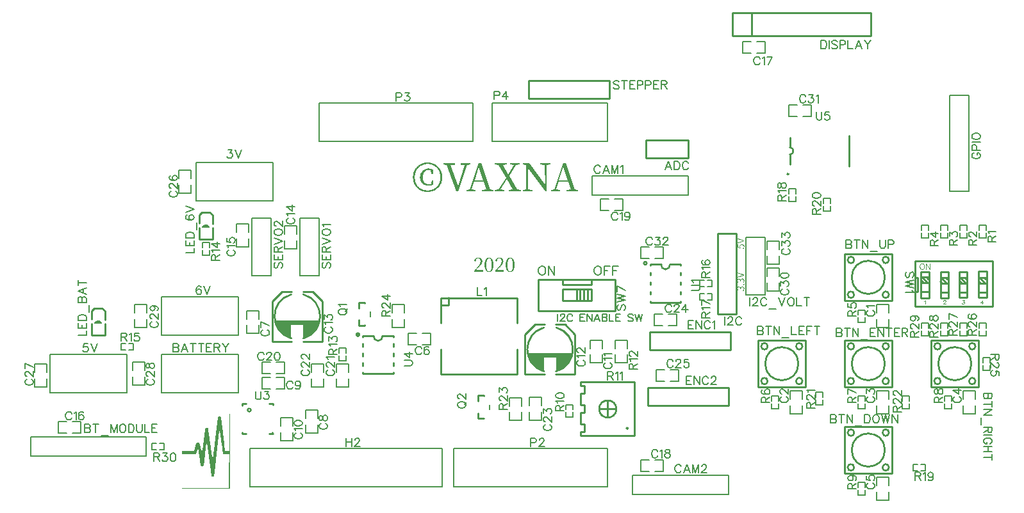
<source format=gto>
G04 Layer: TopSilkLayer*
G04 EasyEDA v6.3.39, 2020-04-26T20:46:55+02:00*
G04 5968b4f764c641518c6b208976d5c428,06be2ef0334148d99c06ae0550131ac1,10*
G04 Gerber Generator version 0.2*
G04 Scale: 100 percent, Rotated: No, Reflected: No *
G04 Dimensions in inches *
G04 leading zeros omitted , absolute positions ,2 integer and 4 decimal *
%FSLAX24Y24*%
%MOIN*%
G90*
G70D02*

%ADD10C,0.010000*%
%ADD11C,0.006000*%
%ADD13C,0.008000*%
%ADD41C,0.005910*%
%ADD42C,0.007992*%
%ADD43C,0.007874*%
%ADD44C,0.003937*%

%LPD*%

%LPD*%
G36*
G01X10836Y4915D02*
G01X8336Y4915D01*
G01X8336Y1008D01*
G01X10836Y1008D01*
G01X10836Y4915D01*
G37*

%LPC*%
G36*
G01X10310Y3993D02*
G01X10299Y3995D01*
G01X10287Y3985D01*
G01X10285Y3982D01*
G01X10284Y3975D01*
G01X10282Y3965D01*
G01X10279Y3951D01*
G01X10277Y3935D01*
G01X10274Y3915D01*
G01X10271Y3893D01*
G01X10268Y3869D01*
G01X10264Y3842D01*
G01X10261Y3813D01*
G01X10257Y3782D01*
G01X10253Y3750D01*
G01X10249Y3716D01*
G01X10245Y3681D01*
G01X10237Y3607D01*
G01X10234Y3571D01*
G01X10226Y3497D01*
G01X10222Y3461D01*
G01X10214Y3387D01*
G01X10210Y3351D01*
G01X10206Y3314D01*
G01X10202Y3278D01*
G01X10198Y3241D01*
G01X10194Y3205D01*
G01X10191Y3169D01*
G01X10183Y3097D01*
G01X10175Y3026D01*
G01X10171Y2990D01*
G01X10168Y2955D01*
G01X10160Y2885D01*
G01X10156Y2851D01*
G01X10153Y2816D01*
G01X10145Y2748D01*
G01X10142Y2715D01*
G01X10134Y2649D01*
G01X10127Y2584D01*
G01X10124Y2552D01*
G01X10120Y2521D01*
G01X10114Y2459D01*
G01X10110Y2428D01*
G01X10107Y2398D01*
G01X10104Y2369D01*
G01X10100Y2340D01*
G01X10097Y2311D01*
G01X10091Y2255D01*
G01X10088Y2228D01*
G01X10079Y2150D01*
G01X10077Y2125D01*
G01X10074Y2101D01*
G01X10071Y2076D01*
G01X10069Y2053D01*
G01X10066Y2030D01*
G01X10064Y2008D01*
G01X10061Y1987D01*
G01X10059Y1966D01*
G01X10056Y1946D01*
G01X10054Y1926D01*
G01X10052Y1907D01*
G01X10050Y1889D01*
G01X10046Y1855D01*
G01X10044Y1839D01*
G01X10042Y1824D01*
G01X10041Y1809D01*
G01X10039Y1796D01*
G01X10038Y1783D01*
G01X10036Y1771D01*
G01X10035Y1759D01*
G01X10033Y1749D01*
G01X10032Y1739D01*
G01X10031Y1730D01*
G01X10030Y1722D01*
G01X10029Y1715D01*
G01X10028Y1709D01*
G01X10028Y1703D01*
G01X10027Y1699D01*
G01X10026Y1696D01*
G01X10026Y1692D01*
G01X10016Y1667D01*
G01X10001Y1648D01*
G01X9982Y1635D01*
G01X9962Y1628D01*
G01X9942Y1627D01*
G01X9923Y1634D01*
G01X9906Y1647D01*
G01X9893Y1667D01*
G01X9891Y1674D01*
G01X9888Y1685D01*
G01X9885Y1700D01*
G01X9882Y1719D01*
G01X9878Y1740D01*
G01X9874Y1765D01*
G01X9869Y1792D01*
G01X9865Y1821D01*
G01X9860Y1851D01*
G01X9856Y1884D01*
G01X9851Y1917D01*
G01X9846Y1951D01*
G01X9841Y1990D01*
G01X9821Y2142D01*
G01X9816Y2179D01*
G01X9812Y2216D01*
G01X9807Y2253D01*
G01X9792Y2361D01*
G01X9788Y2396D01*
G01X9783Y2431D01*
G01X9779Y2466D01*
G01X9774Y2500D01*
G01X9770Y2534D01*
G01X9765Y2567D01*
G01X9761Y2599D01*
G01X9756Y2632D01*
G01X9744Y2725D01*
G01X9740Y2755D01*
G01X9728Y2842D01*
G01X9725Y2869D01*
G01X9717Y2923D01*
G01X9711Y2973D01*
G01X9707Y2997D01*
G01X9704Y3021D01*
G01X9698Y3065D01*
G01X9692Y3107D01*
G01X9690Y3126D01*
G01X9687Y3145D01*
G01X9685Y3163D01*
G01X9682Y3180D01*
G01X9680Y3196D01*
G01X9678Y3211D01*
G01X9676Y3225D01*
G01X9674Y3238D01*
G01X9673Y3250D01*
G01X9671Y3261D01*
G01X9670Y3272D01*
G01X9668Y3281D01*
G01X9667Y3289D01*
G01X9665Y3303D01*
G01X9664Y3308D01*
G01X9663Y3312D01*
G01X9663Y3316D01*
G01X9655Y3334D01*
G01X9643Y3344D01*
G01X9631Y3346D01*
G01X9619Y3338D01*
G01X9617Y3336D01*
G01X9615Y3333D01*
G01X9614Y3330D01*
G01X9612Y3326D01*
G01X9611Y3321D01*
G01X9609Y3315D01*
G01X9607Y3307D01*
G01X9606Y3299D01*
G01X9604Y3288D01*
G01X9602Y3276D01*
G01X9600Y3261D01*
G01X9598Y3244D01*
G01X9595Y3225D01*
G01X9593Y3203D01*
G01X9590Y3178D01*
G01X9587Y3150D01*
G01X9583Y3118D01*
G01X9580Y3083D01*
G01X9575Y3045D01*
G01X9571Y3002D01*
G01X9566Y2956D01*
G01X9561Y2905D01*
G01X9555Y2850D01*
G01X9549Y2790D01*
G01X9543Y2725D01*
G01X9536Y2666D01*
G01X9531Y2611D01*
G01X9526Y2561D01*
G01X9521Y2515D01*
G01X9516Y2473D01*
G01X9512Y2435D01*
G01X9508Y2401D01*
G01X9505Y2370D01*
G01X9501Y2342D01*
G01X9498Y2317D01*
G01X9495Y2296D01*
G01X9493Y2277D01*
G01X9490Y2260D01*
G01X9487Y2246D01*
G01X9485Y2234D01*
G01X9483Y2223D01*
G01X9480Y2214D01*
G01X9478Y2207D01*
G01X9475Y2201D01*
G01X9473Y2196D01*
G01X9470Y2191D01*
G01X9467Y2187D01*
G01X9465Y2184D01*
G01X9446Y2172D01*
G01X9419Y2165D01*
G01X9390Y2165D01*
G01X9362Y2171D01*
G01X9357Y2173D01*
G01X9347Y2181D01*
G01X9343Y2187D01*
G01X9338Y2194D01*
G01X9334Y2203D01*
G01X9330Y2214D01*
G01X9326Y2227D01*
G01X9321Y2243D01*
G01X9317Y2261D01*
G01X9313Y2281D01*
G01X9308Y2305D01*
G01X9304Y2332D01*
G01X9299Y2362D01*
G01X9294Y2396D01*
G01X9288Y2433D01*
G01X9282Y2475D01*
G01X9276Y2520D01*
G01X9269Y2571D01*
G01X9262Y2625D01*
G01X9256Y2665D01*
G01X9251Y2703D01*
G01X9246Y2740D01*
G01X9241Y2776D01*
G01X9236Y2811D01*
G01X9231Y2844D01*
G01X9226Y2875D01*
G01X9222Y2903D01*
G01X9218Y2930D01*
G01X9214Y2953D01*
G01X9211Y2974D01*
G01X9208Y2992D01*
G01X9205Y3007D01*
G01X9203Y3019D01*
G01X9201Y3026D01*
G01X9200Y3030D01*
G01X9194Y3038D01*
G01X9187Y3044D01*
G01X9180Y3048D01*
G01X9173Y3050D01*
G01X9166Y3048D01*
G01X9159Y3042D01*
G01X9152Y3032D01*
G01X9144Y3016D01*
G01X9136Y2995D01*
G01X9127Y2969D01*
G01X9117Y2936D01*
G01X9106Y2896D01*
G01X9083Y2810D01*
G01X8367Y2810D01*
G01X8367Y1040D01*
G01X10799Y1045D01*
G01X10802Y1927D01*
G01X10804Y2810D01*
G01X10640Y2813D01*
G01X10476Y2815D01*
G01X10407Y3368D01*
G01X10397Y3442D01*
G01X10393Y3479D01*
G01X10388Y3515D01*
G01X10384Y3551D01*
G01X10379Y3585D01*
G01X10371Y3651D01*
G01X10367Y3682D01*
G01X10363Y3712D01*
G01X10359Y3741D01*
G01X10355Y3768D01*
G01X10352Y3794D01*
G01X10349Y3818D01*
G01X10346Y3841D01*
G01X10343Y3862D01*
G01X10340Y3881D01*
G01X10338Y3898D01*
G01X10336Y3913D01*
G01X10334Y3926D01*
G01X10332Y3937D01*
G01X10331Y3946D01*
G01X10330Y3952D01*
G01X10329Y3955D01*
G01X10320Y3980D01*
G01X10310Y3993D01*
G37*
G36*
G01X10804Y4883D02*
G01X8367Y4883D01*
G01X8367Y2966D01*
G01X8671Y2969D01*
G01X8974Y2972D01*
G01X9003Y3076D01*
G01X9009Y3099D01*
G01X9016Y3123D01*
G01X9037Y3201D01*
G01X9044Y3225D01*
G01X9050Y3247D01*
G01X9055Y3267D01*
G01X9064Y3298D01*
G01X9074Y3325D01*
G01X9084Y3349D01*
G01X9095Y3369D01*
G01X9107Y3386D01*
G01X9120Y3400D01*
G01X9134Y3409D01*
G01X9149Y3416D01*
G01X9165Y3419D01*
G01X9181Y3419D01*
G01X9199Y3415D01*
G01X9218Y3409D01*
G01X9229Y3404D01*
G01X9238Y3398D01*
G01X9246Y3391D01*
G01X9254Y3382D01*
G01X9261Y3370D01*
G01X9268Y3355D01*
G01X9276Y3337D01*
G01X9283Y3315D01*
G01X9291Y3288D01*
G01X9300Y3256D01*
G01X9310Y3219D01*
G01X9320Y3176D01*
G01X9334Y3121D01*
G01X9355Y3044D01*
G01X9363Y3020D01*
G01X9371Y3004D01*
G01X9378Y2994D01*
G01X9385Y2989D01*
G01X9393Y2988D01*
G01X9396Y2988D01*
G01X9399Y2989D01*
G01X9401Y2990D01*
G01X9404Y2994D01*
G01X9406Y2998D01*
G01X9409Y3003D01*
G01X9411Y3010D01*
G01X9414Y3019D01*
G01X9417Y3030D01*
G01X9419Y3043D01*
G01X9422Y3059D01*
G01X9425Y3076D01*
G01X9429Y3097D01*
G01X9432Y3120D01*
G01X9436Y3147D01*
G01X9440Y3176D01*
G01X9444Y3209D01*
G01X9449Y3246D01*
G01X9454Y3286D01*
G01X9460Y3330D01*
G01X9466Y3378D01*
G01X9472Y3431D01*
G01X9479Y3488D01*
G01X9487Y3550D01*
G01X9495Y3620D01*
G01X9503Y3684D01*
G01X9510Y3743D01*
G01X9516Y3797D01*
G01X9523Y3846D01*
G01X9528Y3890D01*
G01X9533Y3931D01*
G01X9538Y3967D01*
G01X9542Y3999D01*
G01X9546Y4028D01*
G01X9550Y4053D01*
G01X9553Y4075D01*
G01X9556Y4094D01*
G01X9559Y4110D01*
G01X9562Y4124D01*
G01X9565Y4136D01*
G01X9567Y4146D01*
G01X9570Y4154D01*
G01X9572Y4161D01*
G01X9575Y4167D01*
G01X9581Y4175D01*
G01X9587Y4181D01*
G01X9610Y4194D01*
G01X9638Y4198D01*
G01X9665Y4194D01*
G01X9688Y4181D01*
G01X9690Y4180D01*
G01X9692Y4178D01*
G01X9694Y4177D01*
G01X9697Y4174D01*
G01X9698Y4172D01*
G01X9700Y4170D01*
G01X9702Y4164D01*
G01X9704Y4159D01*
G01X9705Y4154D01*
G01X9707Y4148D01*
G01X9711Y4132D01*
G01X9713Y4122D01*
G01X9715Y4110D01*
G01X9717Y4097D01*
G01X9719Y4082D01*
G01X9722Y4065D01*
G01X9725Y4045D01*
G01X9728Y4024D01*
G01X9732Y4001D01*
G01X9735Y3974D01*
G01X9739Y3946D01*
G01X9744Y3915D01*
G01X9749Y3880D01*
G01X9754Y3844D01*
G01X9759Y3804D01*
G01X9765Y3761D01*
G01X9772Y3714D01*
G01X9778Y3664D01*
G01X9786Y3611D01*
G01X9794Y3553D01*
G01X9802Y3492D01*
G01X9811Y3428D01*
G01X9820Y3359D01*
G01X9825Y3321D01*
G01X9831Y3284D01*
G01X9836Y3246D01*
G01X9841Y3210D01*
G01X9851Y3140D01*
G01X9855Y3105D01*
G01X9860Y3072D01*
G01X9865Y3040D01*
G01X9873Y2978D01*
G01X9878Y2949D01*
G01X9882Y2921D01*
G01X9886Y2895D01*
G01X9889Y2869D01*
G01X9893Y2845D01*
G01X9896Y2823D01*
G01X9900Y2802D01*
G01X9903Y2782D01*
G01X9905Y2764D01*
G01X9908Y2748D01*
G01X9910Y2734D01*
G01X9912Y2721D01*
G01X9914Y2711D01*
G01X9917Y2695D01*
G01X9918Y2690D01*
G01X9919Y2688D01*
G01X9931Y2671D01*
G01X9945Y2665D01*
G01X9959Y2671D01*
G01X9971Y2688D01*
G01X9972Y2690D01*
G01X9972Y2693D01*
G01X9973Y2698D01*
G01X9974Y2704D01*
G01X9975Y2712D01*
G01X9977Y2721D01*
G01X9978Y2732D01*
G01X9980Y2743D01*
G01X9984Y2771D01*
G01X9986Y2787D01*
G01X9988Y2804D01*
G01X9991Y2822D01*
G01X9993Y2841D01*
G01X9996Y2862D01*
G01X9998Y2883D01*
G01X10001Y2906D01*
G01X10007Y2954D01*
G01X10011Y2980D01*
G01X10017Y3034D01*
G01X10021Y3062D01*
G01X10024Y3092D01*
G01X10028Y3122D01*
G01X10036Y3184D01*
G01X10040Y3216D01*
G01X10044Y3249D01*
G01X10052Y3317D01*
G01X10056Y3352D01*
G01X10060Y3388D01*
G01X10065Y3423D01*
G01X10073Y3497D01*
G01X10078Y3534D01*
G01X10082Y3572D01*
G01X10087Y3610D01*
G01X10091Y3649D01*
G01X10099Y3717D01*
G01X10107Y3783D01*
G01X10114Y3845D01*
G01X10121Y3905D01*
G01X10128Y3961D01*
G01X10134Y4016D01*
G01X10140Y4067D01*
G01X10146Y4116D01*
G01X10151Y4163D01*
G01X10157Y4207D01*
G01X10162Y4248D01*
G01X10166Y4288D01*
G01X10171Y4325D01*
G01X10175Y4359D01*
G01X10179Y4392D01*
G01X10182Y4423D01*
G01X10186Y4452D01*
G01X10189Y4479D01*
G01X10192Y4504D01*
G01X10195Y4528D01*
G01X10198Y4549D01*
G01X10201Y4569D01*
G01X10203Y4588D01*
G01X10205Y4605D01*
G01X10208Y4621D01*
G01X10210Y4635D01*
G01X10211Y4648D01*
G01X10213Y4660D01*
G01X10215Y4670D01*
G01X10216Y4680D01*
G01X10218Y4688D01*
G01X10219Y4696D01*
G01X10221Y4703D01*
G01X10222Y4709D01*
G01X10223Y4714D01*
G01X10225Y4719D01*
G01X10226Y4723D01*
G01X10229Y4732D01*
G01X10230Y4734D01*
G01X10232Y4736D01*
G01X10235Y4742D01*
G01X10240Y4747D01*
G01X10252Y4761D01*
G01X10266Y4770D01*
G01X10282Y4776D01*
G01X10298Y4778D01*
G01X10314Y4777D01*
G01X10330Y4771D01*
G01X10345Y4762D01*
G01X10359Y4750D01*
G01X10363Y4744D01*
G01X10365Y4742D01*
G01X10367Y4739D01*
G01X10368Y4736D01*
G01X10372Y4730D01*
G01X10374Y4726D01*
G01X10375Y4721D01*
G01X10377Y4716D01*
G01X10381Y4704D01*
G01X10382Y4696D01*
G01X10384Y4688D01*
G01X10386Y4679D01*
G01X10388Y4669D01*
G01X10390Y4658D01*
G01X10393Y4646D01*
G01X10395Y4632D01*
G01X10397Y4617D01*
G01X10400Y4601D01*
G01X10402Y4583D01*
G01X10405Y4564D01*
G01X10408Y4543D01*
G01X10411Y4520D01*
G01X10414Y4496D01*
G01X10418Y4470D01*
G01X10422Y4442D01*
G01X10430Y4380D01*
G01X10434Y4345D01*
G01X10439Y4309D01*
G01X10443Y4270D01*
G01X10449Y4229D01*
G01X10454Y4186D01*
G01X10460Y4140D01*
G01X10466Y4092D01*
G01X10472Y4040D01*
G01X10478Y3987D01*
G01X10485Y3930D01*
G01X10493Y3871D01*
G01X10500Y3809D01*
G01X10508Y3743D01*
G01X10516Y3675D01*
G01X10602Y2972D01*
G01X10804Y2966D01*
G01X10804Y4883D01*
G37*

%LPD*%
G54D13*
G01X9100Y18000D02*
G01X9100Y16000D01*
G01X13100Y16000D01*
G01X13100Y18000D01*
G01X9100Y18000D01*
G54D10*
G01X9940Y14005D02*
G01X9940Y14584D01*
G01X9260Y14005D02*
G01X9260Y14584D01*
G01X9260Y14005D02*
G01X9940Y14005D01*
G01X9940Y14815D02*
G01X9940Y15275D01*
G01X9260Y14825D02*
G01X9260Y15275D01*
G01X9260Y15275D02*
G01X9400Y15415D01*
G01X9800Y15415D01*
G01X9940Y15275D01*
G54D41*
G01X9450Y14644D02*
G01X9760Y14644D01*
G01X9660Y14744D01*
G01X9520Y14744D01*
G01X9420Y14644D01*
G01X9510Y14644D01*
G01X9690Y14694D02*
G01X9490Y14694D01*
G54D10*
G01X4340Y9005D02*
G01X4340Y9584D01*
G01X3660Y9005D02*
G01X3660Y9584D01*
G01X3660Y9005D02*
G01X4340Y9005D01*
G01X4340Y9815D02*
G01X4340Y10275D01*
G01X3660Y9825D02*
G01X3660Y10275D01*
G01X3660Y10275D02*
G01X3800Y10415D01*
G01X4200Y10415D01*
G01X4340Y10275D01*
G54D41*
G01X3850Y9644D02*
G01X4160Y9644D01*
G01X4060Y9744D01*
G01X3920Y9744D01*
G01X3820Y9644D01*
G01X3910Y9644D01*
G01X4090Y9694D02*
G01X3890Y9694D01*
G54D10*
G01X42833Y13234D02*
G01X45274Y13234D01*
G01X45274Y10793D01*
G01X42833Y10793D01*
G01X42833Y13234D01*
G01X38333Y8734D02*
G01X40774Y8734D01*
G01X40774Y6293D01*
G01X38333Y6293D01*
G01X38333Y8734D01*
G01X42833Y8734D02*
G01X45274Y8734D01*
G01X45274Y6293D01*
G01X42833Y6293D01*
G01X42833Y8734D01*
G01X47333Y8734D02*
G01X49774Y8734D01*
G01X49774Y6293D01*
G01X47333Y6293D01*
G01X47333Y8734D01*
G01X42833Y4234D02*
G01X45274Y4234D01*
G01X45274Y1793D01*
G01X42833Y1793D01*
G01X42833Y4234D01*
G54D13*
G01X37700Y11850D02*
G01X37700Y11100D01*
G01X38700Y11100D01*
G01X38700Y14100D01*
G01X37700Y14100D01*
G54D42*
G01X37700Y14100D02*
G01X37700Y11850D01*
G54D13*
G01X1500Y8000D02*
G01X1500Y6000D01*
G01X5500Y6000D01*
G01X5500Y8000D01*
G01X1500Y8000D01*
G01X7300Y11000D02*
G01X7300Y9000D01*
G01X11300Y9000D01*
G01X11300Y11000D01*
G01X7300Y11000D01*
G01X7300Y8000D02*
G01X7300Y6000D01*
G01X11300Y6000D01*
G01X11300Y8000D01*
G01X7300Y8000D01*
G01X15500Y14350D02*
G01X15500Y15100D01*
G01X14500Y15100D01*
G01X14500Y12100D01*
G01X15500Y12100D01*
G54D42*
G01X15500Y12100D02*
G01X15500Y14350D01*
G54D13*
G01X13000Y14350D02*
G01X13000Y15100D01*
G01X12000Y15100D01*
G01X12000Y12100D01*
G01X13000Y12100D01*
G54D42*
G01X13000Y12100D02*
G01X13000Y14350D01*
G54D13*
G01X30450Y17300D02*
G01X29700Y17300D01*
G01X29700Y16300D01*
G01X34700Y16300D01*
G01X34700Y17300D01*
G54D42*
G01X34700Y17300D02*
G01X30450Y17300D01*
G54D13*
G01X32550Y1700D02*
G01X31800Y1700D01*
G01X31800Y700D01*
G01X36800Y700D01*
G01X36800Y1700D01*
G54D42*
G01X36800Y1700D02*
G01X32550Y1700D01*
G54D13*
G01X49300Y20750D02*
G01X49300Y21500D01*
G01X48300Y21500D01*
G01X48300Y16500D01*
G01X49300Y16500D01*
G54D42*
G01X49300Y16500D02*
G01X49300Y20750D01*
G54D10*
G01X34698Y18219D02*
G01X32501Y18219D01*
G01X32501Y18219D02*
G01X32501Y19180D01*
G01X32501Y19180D02*
G01X34698Y19180D01*
G01X34698Y19180D02*
G01X34698Y18219D01*
G01X37000Y25800D02*
G01X37000Y24600D01*
G01X44200Y24600D01*
G01X44200Y25800D01*
G01X37000Y25800D01*
G01X38000Y25800D02*
G01X38000Y24600D01*
G54D13*
G01X1250Y3700D02*
G01X500Y3700D01*
G01X500Y2700D01*
G01X6500Y2700D01*
G01X6500Y3700D01*
G54D42*
G01X6500Y3700D02*
G01X1250Y3700D01*
G54D10*
G01X32701Y9180D02*
G01X36898Y9180D01*
G01X36898Y9180D02*
G01X36898Y8219D01*
G01X36898Y8219D02*
G01X32701Y8219D01*
G01X32701Y8219D02*
G01X32701Y9180D01*
G01X32601Y6280D02*
G01X36798Y6280D01*
G01X36798Y6280D02*
G01X36798Y5319D01*
G01X36798Y5319D02*
G01X32601Y5319D01*
G01X32601Y5319D02*
G01X32601Y6280D01*
G01X26401Y22280D02*
G01X30598Y22280D01*
G01X30598Y22280D02*
G01X30598Y21319D01*
G01X30598Y21319D02*
G01X26401Y21319D01*
G01X26401Y21319D02*
G01X26401Y22280D01*
G01X37180Y14298D02*
G01X37180Y10101D01*
G01X37180Y10101D02*
G01X36219Y10101D01*
G01X36219Y10101D02*
G01X36219Y14298D01*
G01X36219Y14298D02*
G01X37180Y14298D01*
G54D11*
G01X39930Y16226D02*
G01X39930Y15976D01*
G01X40270Y15976D01*
G01X40270Y16186D01*
G01X40270Y16226D01*
G01X40270Y16376D02*
G01X40270Y16617D01*
G01X39930Y16617D01*
G01X39930Y16407D01*
G01X39930Y16376D01*
G54D43*
G01X38785Y13457D02*
G01X38785Y13890D01*
G01X39415Y13890D01*
G01X39415Y13457D01*
G01X38785Y13142D02*
G01X38785Y12709D01*
G01X39178Y12709D01*
G01X39415Y12709D01*
G01X39415Y13142D01*
G54D11*
G01X46627Y2269D02*
G01X46377Y2269D01*
G01X46377Y1930D01*
G01X46587Y1930D01*
G01X46627Y1930D01*
G01X46777Y1930D02*
G01X47017Y1930D01*
G01X47017Y2269D01*
G01X46807Y2269D01*
G01X46777Y2269D01*
G01X41730Y15726D02*
G01X41730Y15476D01*
G01X42070Y15476D01*
G01X42070Y15686D01*
G01X42070Y15726D01*
G01X42070Y15876D02*
G01X42070Y16117D01*
G01X41730Y16117D01*
G01X41730Y15907D01*
G01X41730Y15876D01*
G01X41330Y5626D02*
G01X41330Y5376D01*
G01X41670Y5376D01*
G01X41670Y5586D01*
G01X41670Y5626D01*
G01X41670Y5776D02*
G01X41670Y6017D01*
G01X41330Y6017D01*
G01X41330Y5807D01*
G01X41330Y5776D01*
G01X45830Y5426D02*
G01X45830Y5176D01*
G01X46170Y5176D01*
G01X46170Y5386D01*
G01X46170Y5426D01*
G01X46170Y5576D02*
G01X46170Y5817D01*
G01X45830Y5817D01*
G01X45830Y5607D01*
G01X45830Y5576D01*
G01X50370Y7573D02*
G01X50370Y7823D01*
G01X50030Y7823D01*
G01X50030Y7613D01*
G01X50030Y7573D01*
G01X50030Y7423D02*
G01X50030Y7182D01*
G01X50370Y7182D01*
G01X50370Y7392D01*
G01X50370Y7423D01*
G01X49830Y9226D02*
G01X49830Y8976D01*
G01X50170Y8976D01*
G01X50170Y9186D01*
G01X50170Y9226D01*
G01X50170Y9376D02*
G01X50170Y9617D01*
G01X49830Y9617D01*
G01X49830Y9407D01*
G01X49830Y9376D01*
G01X48830Y9226D02*
G01X48830Y8976D01*
G01X49170Y8976D01*
G01X49170Y9186D01*
G01X49170Y9226D01*
G01X49170Y9376D02*
G01X49170Y9617D01*
G01X48830Y9617D01*
G01X48830Y9407D01*
G01X48830Y9376D01*
G01X47830Y9226D02*
G01X47830Y8976D01*
G01X48170Y8976D01*
G01X48170Y9186D01*
G01X48170Y9226D01*
G01X48170Y9376D02*
G01X48170Y9617D01*
G01X47830Y9617D01*
G01X47830Y9407D01*
G01X47830Y9376D01*
G01X46830Y9226D02*
G01X46830Y8976D01*
G01X47170Y8976D01*
G01X47170Y9186D01*
G01X47170Y9226D01*
G01X47170Y9376D02*
G01X47170Y9617D01*
G01X46830Y9617D01*
G01X46830Y9407D01*
G01X46830Y9376D01*
G01X7027Y3369D02*
G01X6777Y3369D01*
G01X6777Y3030D01*
G01X6987Y3030D01*
G01X7027Y3030D01*
G01X7177Y3030D02*
G01X7417Y3030D01*
G01X7417Y3369D01*
G01X7207Y3369D01*
G01X7177Y3369D01*
G54D13*
G01X11900Y3100D02*
G01X12650Y3100D01*
G01X21900Y3100D01*
G01X21900Y1100D01*
G01X12650Y1100D01*
G01X11900Y1100D01*
G01X11900Y3100D01*
G54D11*
G01X50170Y14473D02*
G01X50170Y14723D01*
G01X49830Y14723D01*
G01X49830Y14513D01*
G01X49830Y14473D01*
G01X49830Y14323D02*
G01X49830Y14082D01*
G01X50170Y14082D01*
G01X50170Y14292D01*
G01X50170Y14323D01*
G01X49170Y14473D02*
G01X49170Y14723D01*
G01X48830Y14723D01*
G01X48830Y14513D01*
G01X48830Y14473D01*
G01X48830Y14323D02*
G01X48830Y14082D01*
G01X49170Y14082D01*
G01X49170Y14292D01*
G01X49170Y14323D01*
G01X48170Y14473D02*
G01X48170Y14723D01*
G01X47830Y14723D01*
G01X47830Y14513D01*
G01X47830Y14473D01*
G01X47830Y14323D02*
G01X47830Y14082D01*
G01X48170Y14082D01*
G01X48170Y14292D01*
G01X48170Y14323D01*
G01X47170Y14473D02*
G01X47170Y14723D01*
G01X46830Y14723D01*
G01X46830Y14513D01*
G01X46830Y14473D01*
G01X46830Y14323D02*
G01X46830Y14082D01*
G01X47170Y14082D01*
G01X47170Y14292D01*
G01X47170Y14323D01*
G01X43530Y9918D02*
G01X43530Y9668D01*
G01X43870Y9668D01*
G01X43870Y9878D01*
G01X43870Y9918D01*
G01X43870Y10068D02*
G01X43870Y10308D01*
G01X43530Y10308D01*
G01X43530Y10098D01*
G01X43530Y10068D01*
G01X39030Y5426D02*
G01X39030Y5176D01*
G01X39370Y5176D01*
G01X39370Y5386D01*
G01X39370Y5426D01*
G01X39370Y5576D02*
G01X39370Y5817D01*
G01X39030Y5817D01*
G01X39030Y5607D01*
G01X39030Y5576D01*
G01X43530Y5426D02*
G01X43530Y5176D01*
G01X43870Y5176D01*
G01X43870Y5386D01*
G01X43870Y5426D01*
G01X43870Y5576D02*
G01X43870Y5817D01*
G01X43530Y5817D01*
G01X43530Y5607D01*
G01X43530Y5576D01*
G01X48030Y5426D02*
G01X48030Y5176D01*
G01X48370Y5176D01*
G01X48370Y5386D01*
G01X48370Y5426D01*
G01X48370Y5576D02*
G01X48370Y5817D01*
G01X48030Y5817D01*
G01X48030Y5607D01*
G01X48030Y5576D01*
G01X43530Y926D02*
G01X43530Y676D01*
G01X43870Y676D01*
G01X43870Y886D01*
G01X43870Y926D01*
G01X43870Y1076D02*
G01X43870Y1317D01*
G01X43530Y1317D01*
G01X43530Y1107D01*
G01X43530Y1076D01*
G01X35527Y11869D02*
G01X35277Y11869D01*
G01X35277Y11530D01*
G01X35487Y11530D01*
G01X35527Y11530D01*
G01X35677Y11530D02*
G01X35917Y11530D01*
G01X35917Y11869D01*
G01X35707Y11869D01*
G01X35677Y11869D01*
G01X35527Y11169D02*
G01X35277Y11169D01*
G01X35277Y10830D01*
G01X35487Y10830D01*
G01X35527Y10830D01*
G01X35677Y10830D02*
G01X35917Y10830D01*
G01X35917Y11169D01*
G01X35707Y11169D01*
G01X35677Y11169D01*
G54D10*
G01X17762Y8962D02*
G01X17762Y8906D01*
G01X17762Y8551D02*
G01X17762Y8406D01*
G01X19337Y8962D02*
G01X19337Y8906D01*
G01X19337Y8551D02*
G01X19337Y8406D01*
G01X19337Y8051D02*
G01X19337Y7906D01*
G01X19337Y7551D02*
G01X19337Y7406D01*
G01X18321Y8962D02*
G01X17762Y8962D01*
G01X17762Y8051D02*
G01X17762Y7906D01*
G01X17762Y7551D02*
G01X17762Y7406D01*
G01X17762Y7051D02*
G01X17762Y6994D01*
G01X19337Y8962D02*
G01X18786Y8962D01*
G01X19337Y6994D02*
G01X17762Y6994D01*
G01X19337Y7051D02*
G01X19337Y6994D01*
G54D43*
G01X31515Y8000D02*
G01X31515Y7566D01*
G01X30885Y7566D01*
G01X30885Y8000D01*
G01X31515Y8314D02*
G01X31515Y8748D01*
G01X31121Y8748D01*
G01X30885Y8748D01*
G01X30885Y8314D01*
G01X15085Y7057D02*
G01X15085Y7490D01*
G01X15715Y7490D01*
G01X15715Y7057D01*
G01X15085Y6742D02*
G01X15085Y6309D01*
G01X15478Y6309D01*
G01X15715Y6309D01*
G01X15715Y6742D01*
G01X27059Y5010D02*
G01X27059Y4577D01*
G01X26429Y4577D01*
G01X26429Y5010D01*
G01X27059Y5325D02*
G01X27059Y5758D01*
G01X26665Y5758D01*
G01X26429Y5758D01*
G01X26429Y5325D01*
G54D10*
G01X11691Y3862D02*
G01X11491Y3862D01*
G01X11491Y3867D02*
G01X11491Y3942D01*
G01X13066Y3932D02*
G01X13066Y3867D01*
G01X13071Y3862D02*
G01X12871Y3862D01*
G01X12881Y5432D02*
G01X13081Y5432D01*
G01X13081Y5427D02*
G01X13081Y5352D01*
G01X11481Y5447D02*
G01X11481Y5347D01*
G01X11481Y5447D02*
G01X11681Y5447D01*
G01X17544Y10415D02*
G01X17544Y10700D01*
G01X17865Y10700D01*
G01X17865Y10675D01*
G01X17865Y9525D02*
G01X17865Y9500D01*
G01X17544Y9500D01*
G01X17544Y9784D01*
G54D43*
G01X18154Y9981D02*
G01X18154Y10218D01*
G54D10*
G01X23744Y5572D02*
G01X23744Y5857D01*
G01X24065Y5857D01*
G01X24065Y5832D01*
G01X24065Y4682D02*
G01X24065Y4657D01*
G01X23744Y4657D01*
G01X23744Y4942D01*
G54D43*
G01X24354Y5139D02*
G01X24354Y5375D01*
G54D10*
G01X29639Y11896D02*
G01X29639Y11646D01*
G01X28139Y11646D01*
G01X28139Y11896D01*
G01X26889Y11896D01*
G01X26889Y10259D01*
G01X30889Y10259D01*
G01X30889Y11896D01*
G01X28139Y11896D01*
G01X28139Y11396D02*
G01X28139Y10796D01*
G01X29639Y10796D01*
G01X29639Y11396D01*
G01X28139Y11396D01*
G01X28889Y11383D02*
G01X28889Y10832D01*
G01X29457Y11376D02*
G01X29457Y10825D01*
G01X29260Y11399D02*
G01X29260Y10848D01*
G01X29063Y11399D02*
G01X29063Y10848D01*
G01X25790Y8267D02*
G01X25790Y6967D01*
G01X25790Y6967D02*
G01X21810Y6967D01*
G01X21810Y6967D02*
G01X21810Y8267D01*
G01X21810Y9647D02*
G01X21810Y10947D01*
G01X21810Y10947D02*
G01X25790Y10947D01*
G01X25790Y10947D02*
G01X25790Y9647D01*
G01X21810Y10557D02*
G01X22210Y10557D01*
G01X22210Y10957D01*
G54D43*
G01X44485Y10157D02*
G01X44485Y10590D01*
G01X45115Y10590D01*
G01X45115Y10157D01*
G01X44485Y9842D02*
G01X44485Y9409D01*
G01X44878Y9409D01*
G01X45115Y9409D01*
G01X45115Y9842D01*
G01X39985Y5657D02*
G01X39985Y6090D01*
G01X40615Y6090D01*
G01X40615Y5657D01*
G01X39985Y5342D02*
G01X39985Y4909D01*
G01X40378Y4909D01*
G01X40615Y4909D01*
G01X40615Y5342D01*
G01X44485Y5657D02*
G01X44485Y6090D01*
G01X45115Y6090D01*
G01X45115Y5657D01*
G01X44485Y5342D02*
G01X44485Y4909D01*
G01X44878Y4909D01*
G01X45115Y4909D01*
G01X45115Y5342D01*
G01X48985Y5657D02*
G01X48985Y6090D01*
G01X49615Y6090D01*
G01X49615Y5657D01*
G01X48985Y5342D02*
G01X48985Y4909D01*
G01X49378Y4909D01*
G01X49615Y4909D01*
G01X49615Y5342D01*
G01X44485Y1157D02*
G01X44485Y1590D01*
G01X45115Y1590D01*
G01X45115Y1157D01*
G01X44485Y842D02*
G01X44485Y409D01*
G01X44878Y409D01*
G01X45115Y409D01*
G01X45115Y842D01*
G01X20542Y8484D02*
G01X20109Y8484D01*
G01X20109Y9115D01*
G01X20542Y9115D01*
G01X20857Y8484D02*
G01X21290Y8484D01*
G01X21290Y8878D01*
G01X21290Y9115D01*
G01X20857Y9115D01*
G01X12365Y9521D02*
G01X12365Y9088D01*
G01X11735Y9088D01*
G01X11735Y9521D01*
G01X12365Y9836D02*
G01X12365Y10269D01*
G01X11971Y10269D01*
G01X11735Y10269D01*
G01X11735Y9836D01*
G01X14785Y4657D02*
G01X14785Y5090D01*
G01X15415Y5090D01*
G01X15415Y4657D01*
G01X14785Y4342D02*
G01X14785Y3909D01*
G01X15178Y3909D01*
G01X15415Y3909D01*
G01X15415Y4342D01*
G01X13257Y6815D02*
G01X13690Y6815D01*
G01X13690Y6184D01*
G01X13257Y6184D01*
G01X12942Y6815D02*
G01X12509Y6815D01*
G01X12509Y6421D01*
G01X12509Y6184D01*
G01X12942Y6184D01*
G01X14115Y3942D02*
G01X14115Y3509D01*
G01X13485Y3509D01*
G01X13485Y3942D01*
G01X14115Y4257D02*
G01X14115Y4690D01*
G01X13721Y4690D01*
G01X13485Y4690D01*
G01X13485Y4257D01*
G01X29585Y8314D02*
G01X29585Y8747D01*
G01X30215Y8747D01*
G01X30215Y8314D01*
G01X29585Y7999D02*
G01X29585Y7566D01*
G01X29978Y7566D01*
G01X30215Y7566D01*
G01X30215Y7999D01*
G01X13685Y14257D02*
G01X13685Y14690D01*
G01X14315Y14690D01*
G01X14315Y14257D01*
G01X13685Y13942D02*
G01X13685Y13509D01*
G01X14078Y13509D01*
G01X14315Y13509D01*
G01X14315Y13942D01*
G01X11815Y14042D02*
G01X11815Y13609D01*
G01X11185Y13609D01*
G01X11185Y14042D01*
G01X11815Y14357D02*
G01X11815Y14790D01*
G01X11421Y14790D01*
G01X11185Y14790D01*
G01X11185Y14357D01*
G01X2657Y4515D02*
G01X3090Y4515D01*
G01X3090Y3884D01*
G01X2657Y3884D01*
G01X2342Y4515D02*
G01X1909Y4515D01*
G01X1909Y4121D01*
G01X1909Y3884D01*
G01X2342Y3884D01*
G01X38257Y24315D02*
G01X38690Y24315D01*
G01X38690Y23684D01*
G01X38257Y23684D01*
G01X37942Y24315D02*
G01X37509Y24315D01*
G01X37509Y23921D01*
G01X37509Y23684D01*
G01X37942Y23684D01*
G01X32957Y2515D02*
G01X33390Y2515D01*
G01X33390Y1884D01*
G01X32957Y1884D01*
G01X32642Y2515D02*
G01X32209Y2515D01*
G01X32209Y2121D01*
G01X32209Y1884D01*
G01X32642Y1884D01*
G01X30857Y16115D02*
G01X31290Y16115D01*
G01X31290Y15484D01*
G01X30857Y15484D01*
G01X30542Y16115D02*
G01X30109Y16115D01*
G01X30109Y15721D01*
G01X30109Y15484D01*
G01X30542Y15484D01*
G01X33657Y10115D02*
G01X34090Y10115D01*
G01X34090Y9484D01*
G01X33657Y9484D01*
G01X33342Y10115D02*
G01X32909Y10115D01*
G01X32909Y9721D01*
G01X32909Y9484D01*
G01X33342Y9484D01*
G01X33757Y7215D02*
G01X34190Y7215D01*
G01X34190Y6584D01*
G01X33757Y6584D01*
G01X33442Y7215D02*
G01X33009Y7215D01*
G01X33009Y6821D01*
G01X33009Y6584D01*
G01X33442Y6584D01*
G01X8815Y16842D02*
G01X8815Y16409D01*
G01X8185Y16409D01*
G01X8185Y16842D01*
G01X8815Y17157D02*
G01X8815Y17590D01*
G01X8421Y17590D01*
G01X8185Y17590D01*
G01X8185Y17157D01*
G01X1315Y6742D02*
G01X1315Y6309D01*
G01X685Y6309D01*
G01X685Y6742D01*
G01X1315Y7057D02*
G01X1315Y7490D01*
G01X921Y7490D01*
G01X685Y7490D01*
G01X685Y7057D01*
G01X6415Y6842D02*
G01X6415Y6409D01*
G01X5785Y6409D01*
G01X5785Y6842D01*
G01X6415Y7157D02*
G01X6415Y7590D01*
G01X6021Y7590D01*
G01X5785Y7590D01*
G01X5785Y7157D01*
G01X6515Y9842D02*
G01X6515Y9409D01*
G01X5885Y9409D01*
G01X5885Y9842D01*
G01X6515Y10157D02*
G01X6515Y10590D01*
G01X6121Y10590D01*
G01X5885Y10590D01*
G01X5885Y10157D01*
G01X39415Y11742D02*
G01X39415Y11309D01*
G01X38785Y11309D01*
G01X38785Y11742D01*
G01X39415Y12057D02*
G01X39415Y12490D01*
G01X39021Y12490D01*
G01X38785Y12490D01*
G01X38785Y12057D01*
G54D11*
G01X16530Y7926D02*
G01X16530Y7676D01*
G01X16870Y7676D01*
G01X16870Y7886D01*
G01X16870Y7926D01*
G01X16870Y8076D02*
G01X16870Y8317D01*
G01X16530Y8317D01*
G01X16530Y8107D01*
G01X16530Y8076D01*
G01X28330Y4984D02*
G01X28330Y4734D01*
G01X28670Y4734D01*
G01X28670Y4944D01*
G01X28670Y4984D01*
G01X28670Y5134D02*
G01X28670Y5374D01*
G01X28330Y5374D01*
G01X28330Y5164D01*
G01X28330Y5134D01*
G01X9770Y13573D02*
G01X9770Y13823D01*
G01X9430Y13823D01*
G01X9430Y13613D01*
G01X9430Y13573D01*
G01X9430Y13423D02*
G01X9430Y13182D01*
G01X9770Y13182D01*
G01X9770Y13392D01*
G01X9770Y13423D01*
G01X5427Y8569D02*
G01X5177Y8569D01*
G01X5177Y8230D01*
G01X5387Y8230D01*
G01X5427Y8230D01*
G01X5577Y8230D02*
G01X5817Y8230D01*
G01X5817Y8569D01*
G01X5607Y8569D01*
G01X5577Y8569D01*
G54D10*
G01X30900Y3757D02*
G01X29300Y3757D01*
G01X29100Y3757D01*
G01X29100Y3957D01*
G01X29300Y3957D01*
G01X29300Y4357D01*
G01X29100Y4357D01*
G01X29100Y4957D01*
G01X29300Y4957D01*
G01X29300Y5357D01*
G01X29100Y5357D01*
G01X29100Y5957D01*
G01X29300Y5957D01*
G01X29300Y6357D01*
G01X29100Y6357D01*
G01X29100Y6557D01*
G01X29300Y6557D01*
G01X30700Y6557D01*
G01X31900Y6557D01*
G01X31900Y3757D01*
G01X30700Y3757D01*
G01X30500Y4757D02*
G01X30500Y5557D01*
G01X30100Y5157D02*
G01X30900Y5157D01*
G01X39970Y18789D02*
G01X39970Y19289D01*
G01X39970Y17909D02*
G01X39970Y18409D01*
G01X43050Y19390D02*
G01X43050Y17809D01*
G54D13*
G01X24500Y21100D02*
G01X30500Y21100D01*
G01X30500Y19100D01*
G01X24500Y19100D01*
G01X24500Y21100D01*
G54D43*
G01X13257Y7615D02*
G01X13690Y7615D01*
G01X13690Y6984D01*
G01X13257Y6984D01*
G01X12942Y7615D02*
G01X12509Y7615D01*
G01X12509Y7221D01*
G01X12509Y6984D01*
G01X12942Y6984D01*
G01X16385Y7057D02*
G01X16385Y7490D01*
G01X17015Y7490D01*
G01X17015Y7057D01*
G01X16385Y6742D02*
G01X16385Y6309D01*
G01X16778Y6309D01*
G01X17015Y6309D01*
G01X17015Y6742D01*
G54D13*
G01X22500Y1100D02*
G01X30500Y1100D01*
G01X30500Y3100D01*
G01X22500Y3100D01*
G01X22500Y1100D01*
G01X15500Y19100D02*
G01X23500Y19100D01*
G01X23500Y21100D01*
G01X15500Y21100D01*
G01X15500Y19100D01*
G54D10*
G01X46496Y12873D02*
G01X50511Y12869D01*
G01X46492Y12869D02*
G01X46492Y10507D01*
G01X47807Y12306D02*
G01X47807Y10948D01*
G01X48220Y10948D01*
G01X48220Y12294D01*
G01X48220Y12306D01*
G01X47807Y12306D01*
G01X48788Y12315D02*
G01X48788Y10956D01*
G01X49201Y10956D01*
G01X49201Y12303D01*
G01X49201Y12315D01*
G01X48788Y12315D01*
G01X49792Y12318D02*
G01X49792Y10959D01*
G01X50205Y10959D01*
G01X50205Y12306D01*
G01X50205Y12318D01*
G01X49792Y12318D01*
G01X46799Y12303D02*
G01X46799Y10944D01*
G01X47212Y10944D01*
G01X47212Y12291D01*
G01X47212Y12303D01*
G01X46799Y12303D01*
G01X46849Y12023D02*
G01X47192Y12023D01*
G01X46841Y11716D02*
G01X47184Y11716D01*
G01X46838Y12023D02*
G01X47133Y11728D01*
G01X47133Y11716D01*
G01X46920Y11716D02*
G01X46814Y11822D01*
G01X47074Y12023D02*
G01X47168Y11928D01*
G01X47180Y11928D01*
G01X46849Y11255D02*
G01X47192Y11255D01*
G01X47838Y12011D02*
G01X48180Y12011D01*
G01X47829Y11705D02*
G01X48172Y11705D01*
G01X47826Y12011D02*
G01X48121Y11716D01*
G01X48121Y11704D01*
G01X47908Y11704D02*
G01X47802Y11810D01*
G01X48062Y12011D02*
G01X48156Y11917D01*
G01X48168Y11917D01*
G01X47838Y11243D02*
G01X48180Y11243D01*
G01X48846Y12011D02*
G01X49189Y12011D01*
G01X48838Y11705D02*
G01X49181Y11705D01*
G01X48834Y12011D02*
G01X49130Y11716D01*
G01X49130Y11704D01*
G01X48917Y11704D02*
G01X48811Y11810D01*
G01X49071Y12011D02*
G01X49165Y11917D01*
G01X49177Y11917D01*
G01X48846Y11243D02*
G01X49189Y11243D01*
G01X49834Y12011D02*
G01X50177Y12011D01*
G01X49826Y11705D02*
G01X50169Y11705D01*
G01X49823Y12011D02*
G01X50118Y11716D01*
G01X50118Y11704D01*
G01X49905Y11704D02*
G01X49799Y11810D01*
G01X50059Y12011D02*
G01X50153Y11917D01*
G01X50165Y11917D01*
G01X49834Y11243D02*
G01X50177Y11243D01*
G01X46507Y11999D02*
G01X46625Y11999D01*
G01X46625Y11269D01*
G01X46517Y11269D01*
G01X46496Y10499D02*
G01X50511Y10499D01*
G01X50511Y12869D02*
G01X50511Y10507D01*
G01X26201Y6957D02*
G01X26201Y9043D01*
G01X28799Y9043D02*
G01X28799Y6957D01*
G01X26713Y9555D02*
G01X26201Y9043D01*
G01X28287Y9555D02*
G01X28799Y9043D01*
G01X28287Y9555D02*
G01X27788Y9555D01*
G01X27212Y9555D02*
G01X26713Y9555D01*
G01X28799Y6957D02*
G01X27788Y6957D01*
G01X27212Y6957D02*
G01X26201Y6957D01*
G01X13051Y8678D02*
G01X13051Y10764D01*
G01X15649Y10764D02*
G01X15649Y8678D01*
G01X13563Y11276D02*
G01X13051Y10764D01*
G01X15137Y11276D02*
G01X15649Y10764D01*
G01X15137Y11276D02*
G01X14638Y11276D01*
G01X14062Y11276D02*
G01X13563Y11276D01*
G01X15649Y8678D02*
G01X14638Y8678D01*
G01X14062Y8678D02*
G01X13051Y8678D01*
G01X32712Y12684D02*
G01X32712Y12627D01*
G01X32712Y12272D02*
G01X32712Y12127D01*
G01X34287Y12684D02*
G01X34287Y12627D01*
G01X34287Y12272D02*
G01X34287Y12127D01*
G01X34287Y11772D02*
G01X34287Y11627D01*
G01X34287Y11272D02*
G01X34287Y11127D01*
G01X33271Y12684D02*
G01X32712Y12684D01*
G01X32712Y11772D02*
G01X32712Y11627D01*
G01X32712Y11272D02*
G01X32712Y11127D01*
G01X32712Y10772D02*
G01X32712Y10715D01*
G01X34287Y12684D02*
G01X33736Y12684D01*
G01X34287Y10715D02*
G01X32712Y10715D01*
G01X34287Y10772D02*
G01X34287Y10715D01*
G54D43*
G01X25385Y5314D02*
G01X25385Y5747D01*
G01X26015Y5747D01*
G01X26015Y5314D01*
G01X25385Y4999D02*
G01X25385Y4566D01*
G01X25778Y4566D01*
G01X26015Y4566D01*
G01X26015Y4999D01*
G01X19285Y10157D02*
G01X19285Y10590D01*
G01X19915Y10590D01*
G01X19915Y10157D01*
G01X19285Y9842D02*
G01X19285Y9409D01*
G01X19678Y9409D01*
G01X19915Y9409D01*
G01X19915Y9842D01*
G01X40657Y21014D02*
G01X41090Y21014D01*
G01X41090Y20384D01*
G01X40657Y20384D01*
G01X40342Y21014D02*
G01X39909Y21014D01*
G01X39909Y20621D01*
G01X39909Y20384D01*
G01X40342Y20384D01*
G01X32957Y13615D02*
G01X33390Y13615D01*
G01X33390Y12984D01*
G01X32957Y12984D01*
G01X32642Y13615D02*
G01X32209Y13615D01*
G01X32209Y13221D01*
G01X32209Y12984D01*
G01X32642Y12984D01*
G54D13*
G01X27900Y10103D02*
G01X27900Y9721D01*
G01X28038Y10013D02*
G01X28038Y10030D01*
G01X28056Y10067D01*
G01X28075Y10084D01*
G01X28111Y10103D01*
G01X28184Y10103D01*
G01X28220Y10084D01*
G01X28238Y10067D01*
G01X28256Y10030D01*
G01X28256Y9994D01*
G01X28238Y9957D01*
G01X28202Y9903D01*
G01X28020Y9721D01*
G01X28275Y9721D01*
G01X28667Y10013D02*
G01X28649Y10048D01*
G01X28613Y10084D01*
G01X28576Y10103D01*
G01X28504Y10103D01*
G01X28467Y10084D01*
G01X28431Y10048D01*
G01X28413Y10013D01*
G01X28395Y9957D01*
G01X28395Y9867D01*
G01X28413Y9813D01*
G01X28431Y9776D01*
G01X28467Y9740D01*
G01X28504Y9721D01*
G01X28576Y9721D01*
G01X28613Y9740D01*
G01X28649Y9776D01*
G01X28667Y9813D01*
G01X29067Y10103D02*
G01X29067Y9721D01*
G01X29067Y10103D02*
G01X29304Y10103D01*
G01X29067Y9921D02*
G01X29213Y9921D01*
G01X29067Y9721D02*
G01X29304Y9721D01*
G01X29424Y10103D02*
G01X29424Y9721D01*
G01X29424Y10103D02*
G01X29678Y9721D01*
G01X29678Y10103D02*
G01X29678Y9721D01*
G01X29944Y10103D02*
G01X29798Y9721D01*
G01X29944Y10103D02*
G01X30089Y9721D01*
G01X29853Y9848D02*
G01X30035Y9848D01*
G01X30209Y10103D02*
G01X30209Y9721D01*
G01X30209Y10103D02*
G01X30373Y10103D01*
G01X30427Y10084D01*
G01X30445Y10067D01*
G01X30464Y10030D01*
G01X30464Y9994D01*
G01X30445Y9957D01*
G01X30427Y9940D01*
G01X30373Y9921D01*
G01X30209Y9921D02*
G01X30373Y9921D01*
G01X30427Y9903D01*
G01X30445Y9884D01*
G01X30464Y9848D01*
G01X30464Y9794D01*
G01X30445Y9757D01*
G01X30427Y9740D01*
G01X30373Y9721D01*
G01X30209Y9721D01*
G01X30584Y10103D02*
G01X30584Y9721D01*
G01X30584Y9721D02*
G01X30802Y9721D01*
G01X30922Y10103D02*
G01X30922Y9721D01*
G01X30922Y10103D02*
G01X31158Y10103D01*
G01X30922Y9921D02*
G01X31067Y9921D01*
G01X30922Y9721D02*
G01X31158Y9721D01*
G01X31813Y10048D02*
G01X31776Y10084D01*
G01X31722Y10103D01*
G01X31649Y10103D01*
G01X31595Y10084D01*
G01X31558Y10048D01*
G01X31558Y10013D01*
G01X31576Y9976D01*
G01X31595Y9957D01*
G01X31631Y9940D01*
G01X31740Y9903D01*
G01X31776Y9884D01*
G01X31795Y9867D01*
G01X31813Y9830D01*
G01X31813Y9776D01*
G01X31776Y9740D01*
G01X31722Y9721D01*
G01X31649Y9721D01*
G01X31595Y9740D01*
G01X31558Y9776D01*
G01X31933Y10103D02*
G01X32024Y9721D01*
G01X32115Y10103D02*
G01X32024Y9721D01*
G01X32115Y10103D02*
G01X32205Y9721D01*
G01X32296Y10103D02*
G01X32205Y9721D01*
G01X27036Y12605D02*
G01X26991Y12582D01*
G01X26945Y12536D01*
G01X26923Y12490D01*
G01X26900Y12423D01*
G01X26900Y12309D01*
G01X26923Y12240D01*
G01X26945Y12194D01*
G01X26991Y12150D01*
G01X27036Y12126D01*
G01X27127Y12126D01*
G01X27173Y12150D01*
G01X27218Y12194D01*
G01X27241Y12240D01*
G01X27264Y12309D01*
G01X27264Y12423D01*
G01X27241Y12490D01*
G01X27218Y12536D01*
G01X27173Y12582D01*
G01X27127Y12605D01*
G01X27036Y12605D01*
G01X27414Y12605D02*
G01X27414Y12126D01*
G01X27414Y12605D02*
G01X27732Y12126D01*
G01X27732Y12605D02*
G01X27732Y12126D01*
G01X29936Y12605D02*
G01X29891Y12582D01*
G01X29845Y12536D01*
G01X29823Y12490D01*
G01X29800Y12423D01*
G01X29800Y12309D01*
G01X29823Y12240D01*
G01X29845Y12194D01*
G01X29891Y12150D01*
G01X29936Y12126D01*
G01X30027Y12126D01*
G01X30073Y12150D01*
G01X30118Y12194D01*
G01X30141Y12240D01*
G01X30164Y12309D01*
G01X30164Y12423D01*
G01X30141Y12490D01*
G01X30118Y12536D01*
G01X30073Y12582D01*
G01X30027Y12605D01*
G01X29936Y12605D01*
G01X30314Y12605D02*
G01X30314Y12126D01*
G01X30314Y12605D02*
G01X30609Y12605D01*
G01X30314Y12376D02*
G01X30495Y12376D01*
G01X30759Y12605D02*
G01X30759Y12126D01*
G01X30759Y12605D02*
G01X31055Y12605D01*
G01X30759Y12376D02*
G01X30941Y12376D01*

%LPD*%
G36*
G01X28308Y17976D02*
G01X28180Y17976D01*
G01X27714Y16603D01*
G01X27536Y16576D01*
G01X27536Y16500D01*
G01X28024Y16500D01*
G01X28024Y16576D01*
G01X27810Y16603D01*
G01X27936Y16986D01*
G01X28444Y16986D01*
G01X28572Y16602D01*
G01X28356Y16576D01*
G01X28356Y16500D01*
G01X28952Y16500D01*
G01X28952Y16576D01*
G01X28780Y16596D01*
G01X28308Y17976D01*
G37*

%LPC*%
G36*
G01X28416Y17071D02*
G01X28188Y17752D01*
G01X27964Y17071D01*
G01X28416Y17071D01*
G37*

%LPD*%
G36*
G01X25242Y17965D02*
G01X24624Y17965D01*
G01X24624Y17890D01*
G01X24816Y17869D01*
G01X25204Y17209D01*
G01X24816Y16605D01*
G01X24610Y16576D01*
G01X24610Y16500D01*
G01X25106Y16500D01*
G01X25106Y16573D01*
G01X24924Y16603D01*
G01X25250Y17134D01*
G01X25564Y16598D01*
G01X25360Y16576D01*
G01X25360Y16500D01*
G01X25972Y16500D01*
G01X25972Y16576D01*
G01X25784Y16598D01*
G01X25370Y17300D01*
G01X25732Y17863D01*
G01X25930Y17890D01*
G01X25930Y17965D01*
G01X25430Y17965D01*
G01X25430Y17890D01*
G01X25624Y17861D01*
G01X25326Y17376D01*
G01X25036Y17867D01*
G01X25242Y17890D01*
G01X25242Y17965D01*
G37*

%LPD*%
G36*
G01X23916Y17976D02*
G01X23788Y17976D01*
G01X23322Y16603D01*
G01X23144Y16576D01*
G01X23144Y16500D01*
G01X23632Y16500D01*
G01X23632Y16576D01*
G01X23418Y16603D01*
G01X23544Y16986D01*
G01X24052Y16986D01*
G01X24180Y16602D01*
G01X23964Y16576D01*
G01X23964Y16500D01*
G01X24560Y16500D01*
G01X24560Y16576D01*
G01X24388Y16596D01*
G01X23916Y17976D01*
G37*

%LPC*%
G36*
G01X24024Y17071D02*
G01X23796Y17752D01*
G01X23572Y17071D01*
G01X24024Y17071D01*
G37*

%LPD*%
G36*
G01X26428Y17965D02*
G01X26090Y17965D01*
G01X26090Y17890D01*
G01X26246Y17869D01*
G01X26268Y17842D01*
G01X26264Y16602D01*
G01X26080Y16576D01*
G01X26080Y16500D01*
G01X26598Y16500D01*
G01X26598Y16576D01*
G01X26364Y16605D01*
G01X26360Y17713D01*
G01X27254Y16486D01*
G01X27332Y16486D01*
G01X27334Y17863D01*
G01X27518Y17890D01*
G01X27518Y17965D01*
G01X27000Y17965D01*
G01X27000Y17890D01*
G01X27234Y17861D01*
G01X27238Y16846D01*
G01X26428Y17965D01*
G37*

%LPD*%
G36*
G01X22536Y17965D02*
G01X21942Y17965D01*
G01X21942Y17890D01*
G01X22108Y17871D01*
G01X22620Y16486D01*
G01X22712Y16486D01*
G01X23172Y17865D01*
G01X23362Y17892D01*
G01X23362Y17965D01*
G01X22860Y17965D01*
G01X22860Y17882D01*
G01X23062Y17861D01*
G01X22706Y16761D01*
G01X22322Y17863D01*
G01X22536Y17882D01*
G01X22536Y17965D01*
G37*

%LPD*%
G36*
G01X21176Y17998D02*
G01X21128Y18000D01*
G01X21103Y17999D01*
G01X21055Y17997D01*
G01X21032Y17994D01*
G01X21008Y17992D01*
G01X20962Y17984D01*
G01X20940Y17980D01*
G01X20917Y17974D01*
G01X20895Y17969D01*
G01X20873Y17962D01*
G01X20852Y17955D01*
G01X20810Y17939D01*
G01X20789Y17930D01*
G01X20769Y17921D01*
G01X20749Y17911D01*
G01X20730Y17901D01*
G01X20710Y17890D01*
G01X20692Y17878D01*
G01X20673Y17866D01*
G01X20656Y17853D01*
G01X20638Y17840D01*
G01X20604Y17812D01*
G01X20588Y17797D01*
G01X20573Y17782D01*
G01X20558Y17766D01*
G01X20543Y17749D01*
G01X20515Y17715D01*
G01X20502Y17697D01*
G01X20489Y17678D01*
G01X20477Y17659D01*
G01X20466Y17640D01*
G01X20444Y17600D01*
G01X20434Y17579D01*
G01X20425Y17557D01*
G01X20417Y17536D01*
G01X20401Y17490D01*
G01X20395Y17467D01*
G01X20383Y17419D01*
G01X20375Y17369D01*
G01X20372Y17344D01*
G01X20369Y17318D01*
G01X20367Y17292D01*
G01X20366Y17265D01*
G01X20366Y17210D01*
G01X20367Y17183D01*
G01X20369Y17157D01*
G01X20372Y17130D01*
G01X20375Y17105D01*
G01X20383Y17055D01*
G01X20389Y17030D01*
G01X20395Y17007D01*
G01X20401Y16983D01*
G01X20409Y16960D01*
G01X20417Y16938D01*
G01X20425Y16915D01*
G01X20434Y16894D01*
G01X20444Y16873D01*
G01X20455Y16852D01*
G01X20477Y16812D01*
G01X20489Y16793D01*
G01X20502Y16775D01*
G01X20515Y16756D01*
G01X20529Y16739D01*
G01X20543Y16721D01*
G01X20588Y16673D01*
G01X20604Y16658D01*
G01X20638Y16630D01*
G01X20656Y16616D01*
G01X20673Y16603D01*
G01X20692Y16591D01*
G01X20710Y16579D01*
G01X20730Y16568D01*
G01X20749Y16557D01*
G01X20769Y16547D01*
G01X20789Y16538D01*
G01X20810Y16529D01*
G01X20852Y16513D01*
G01X20873Y16506D01*
G01X20895Y16499D01*
G01X20917Y16493D01*
G01X20940Y16488D01*
G01X20962Y16483D01*
G01X20985Y16479D01*
G01X21008Y16476D01*
G01X21032Y16473D01*
G01X21055Y16470D01*
G01X21103Y16468D01*
G01X21128Y16467D01*
G01X21176Y16469D01*
G01X21199Y16470D01*
G01X21223Y16473D01*
G01X21269Y16479D01*
G01X21292Y16483D01*
G01X21315Y16488D01*
G01X21337Y16493D01*
G01X21359Y16499D01*
G01X21381Y16506D01*
G01X21402Y16513D01*
G01X21424Y16521D01*
G01X21444Y16529D01*
G01X21465Y16538D01*
G01X21485Y16547D01*
G01X21505Y16557D01*
G01X21543Y16579D01*
G01X21562Y16591D01*
G01X21580Y16603D01*
G01X21598Y16616D01*
G01X21649Y16658D01*
G01X21665Y16673D01*
G01X21681Y16689D01*
G01X21711Y16721D01*
G01X21725Y16739D01*
G01X21738Y16756D01*
G01X21752Y16775D01*
G01X21764Y16793D01*
G01X21776Y16812D01*
G01X21788Y16832D01*
G01X21799Y16852D01*
G01X21819Y16894D01*
G01X21828Y16915D01*
G01X21836Y16938D01*
G01X21844Y16960D01*
G01X21852Y16983D01*
G01X21858Y17007D01*
G01X21864Y17030D01*
G01X21870Y17055D01*
G01X21882Y17130D01*
G01X21884Y17157D01*
G01X21886Y17183D01*
G01X21887Y17210D01*
G01X21888Y17238D01*
G01X21886Y17292D01*
G01X21882Y17344D01*
G01X21870Y17419D01*
G01X21858Y17467D01*
G01X21852Y17490D01*
G01X21836Y17536D01*
G01X21828Y17557D01*
G01X21819Y17579D01*
G01X21809Y17600D01*
G01X21799Y17620D01*
G01X21788Y17640D01*
G01X21752Y17697D01*
G01X21738Y17715D01*
G01X21725Y17732D01*
G01X21711Y17749D01*
G01X21696Y17766D01*
G01X21681Y17782D01*
G01X21649Y17812D01*
G01X21615Y17840D01*
G01X21598Y17853D01*
G01X21580Y17866D01*
G01X21562Y17878D01*
G01X21543Y17890D01*
G01X21524Y17901D01*
G01X21505Y17911D01*
G01X21485Y17921D01*
G01X21465Y17930D01*
G01X21444Y17939D01*
G01X21424Y17947D01*
G01X21402Y17955D01*
G01X21381Y17962D01*
G01X21359Y17969D01*
G01X21337Y17974D01*
G01X21315Y17980D01*
G01X21246Y17992D01*
G01X21223Y17994D01*
G01X21199Y17997D01*
G01X21176Y17998D01*
G37*

%LPC*%
G36*
G01X21151Y17921D02*
G01X21104Y17921D01*
G01X21081Y17920D01*
G01X21059Y17919D01*
G01X21036Y17916D01*
G01X21014Y17913D01*
G01X20970Y17905D01*
G01X20949Y17900D01*
G01X20927Y17895D01*
G01X20907Y17888D01*
G01X20886Y17882D01*
G01X20846Y17866D01*
G01X20808Y17848D01*
G01X20789Y17838D01*
G01X20771Y17828D01*
G01X20753Y17817D01*
G01X20719Y17793D01*
G01X20702Y17780D01*
G01X20686Y17767D01*
G01X20670Y17753D01*
G01X20655Y17738D01*
G01X20627Y17708D01*
G01X20613Y17692D01*
G01X20587Y17658D01*
G01X20575Y17640D01*
G01X20564Y17622D01*
G01X20542Y17584D01*
G01X20532Y17564D01*
G01X20523Y17544D01*
G01X20507Y17502D01*
G01X20499Y17480D01*
G01X20493Y17458D01*
G01X20481Y17412D01*
G01X20477Y17389D01*
G01X20473Y17365D01*
G01X20467Y17315D01*
G01X20465Y17290D01*
G01X20464Y17264D01*
G01X20464Y17211D01*
G01X20465Y17185D01*
G01X20467Y17159D01*
G01X20473Y17109D01*
G01X20477Y17084D01*
G01X20481Y17060D01*
G01X20493Y17014D01*
G01X20499Y16992D01*
G01X20507Y16969D01*
G01X20523Y16927D01*
G01X20532Y16907D01*
G01X20542Y16886D01*
G01X20564Y16848D01*
G01X20575Y16830D01*
G01X20587Y16812D01*
G01X20600Y16794D01*
G01X20613Y16778D01*
G01X20627Y16761D01*
G01X20641Y16746D01*
G01X20655Y16730D01*
G01X20670Y16716D01*
G01X20702Y16688D01*
G01X20719Y16675D01*
G01X20753Y16651D01*
G01X20789Y16629D01*
G01X20808Y16619D01*
G01X20846Y16601D01*
G01X20866Y16593D01*
G01X20886Y16586D01*
G01X20907Y16579D01*
G01X20927Y16573D01*
G01X20949Y16567D01*
G01X20970Y16562D01*
G01X20992Y16557D01*
G01X21036Y16551D01*
G01X21059Y16548D01*
G01X21081Y16547D01*
G01X21104Y16546D01*
G01X21151Y16546D01*
G01X21174Y16547D01*
G01X21196Y16549D01*
G01X21219Y16551D01*
G01X21241Y16554D01*
G01X21263Y16558D01*
G01X21284Y16562D01*
G01X21306Y16567D01*
G01X21348Y16579D01*
G01X21368Y16586D01*
G01X21408Y16602D01*
G01X21427Y16611D01*
G01X21465Y16631D01*
G01X21483Y16641D01*
G01X21501Y16653D01*
G01X21535Y16677D01*
G01X21551Y16690D01*
G01X21583Y16718D01*
G01X21598Y16732D01*
G01X21613Y16748D01*
G01X21627Y16763D01*
G01X21640Y16780D01*
G01X21654Y16797D01*
G01X21666Y16814D01*
G01X21678Y16832D01*
G01X21690Y16851D01*
G01X21701Y16870D01*
G01X21711Y16889D01*
G01X21721Y16909D01*
G01X21730Y16930D01*
G01X21746Y16972D01*
G01X21754Y16994D01*
G01X21760Y17016D01*
G01X21772Y17062D01*
G01X21780Y17110D01*
G01X21784Y17135D01*
G01X21788Y17185D01*
G01X21789Y17211D01*
G01X21790Y17238D01*
G01X21788Y17290D01*
G01X21784Y17340D01*
G01X21772Y17412D01*
G01X21766Y17435D01*
G01X21760Y17457D01*
G01X21754Y17480D01*
G01X21746Y17501D01*
G01X21738Y17523D01*
G01X21730Y17543D01*
G01X21721Y17563D01*
G01X21711Y17583D01*
G01X21701Y17602D01*
G01X21690Y17621D01*
G01X21666Y17657D01*
G01X21654Y17674D01*
G01X21640Y17691D01*
G01X21627Y17707D01*
G01X21613Y17723D01*
G01X21598Y17738D01*
G01X21583Y17752D01*
G01X21551Y17780D01*
G01X21535Y17792D01*
G01X21518Y17805D01*
G01X21501Y17816D01*
G01X21483Y17828D01*
G01X21465Y17838D01*
G01X21446Y17848D01*
G01X21408Y17866D01*
G01X21368Y17882D01*
G01X21348Y17888D01*
G01X21306Y17900D01*
G01X21284Y17905D01*
G01X21263Y17909D01*
G01X21241Y17913D01*
G01X21219Y17916D01*
G01X21196Y17919D01*
G01X21174Y17920D01*
G01X21151Y17921D01*
G37*

%LPD*%
G36*
G01X21186Y17685D02*
G01X21162Y17686D01*
G01X21139Y17685D01*
G01X21095Y17681D01*
G01X21073Y17677D01*
G01X21031Y17667D01*
G01X21011Y17660D01*
G01X20973Y17644D01*
G01X20954Y17634D01*
G01X20936Y17624D01*
G01X20919Y17613D01*
G01X20902Y17601D01*
G01X20886Y17588D01*
G01X20856Y17560D01*
G01X20842Y17544D01*
G01X20816Y17512D01*
G01X20794Y17476D01*
G01X20784Y17457D01*
G01X20775Y17438D01*
G01X20766Y17418D01*
G01X20752Y17376D01*
G01X20742Y17332D01*
G01X20738Y17309D01*
G01X20736Y17286D01*
G01X20734Y17262D01*
G01X20734Y17213D01*
G01X20738Y17165D01*
G01X20742Y17142D01*
G01X20746Y17120D01*
G01X20751Y17098D01*
G01X20758Y17077D01*
G01X20765Y17057D01*
G01X20773Y17036D01*
G01X20791Y16998D01*
G01X20802Y16980D01*
G01X20813Y16963D01*
G01X20826Y16946D01*
G01X20839Y16931D01*
G01X20852Y16915D01*
G01X20867Y16901D01*
G01X20882Y16888D01*
G01X20898Y16875D01*
G01X20915Y16863D01*
G01X20932Y16852D01*
G01X20968Y16832D01*
G01X20988Y16824D01*
G01X21007Y16817D01*
G01X21028Y16810D01*
G01X21070Y16800D01*
G01X21092Y16796D01*
G01X21138Y16792D01*
G01X21185Y16792D01*
G01X21209Y16793D01*
G01X21231Y16795D01*
G01X21254Y16798D01*
G01X21276Y16801D01*
G01X21298Y16806D01*
G01X21319Y16811D01*
G01X21340Y16817D01*
G01X21361Y16825D01*
G01X21381Y16832D01*
G01X21402Y16842D01*
G01X21422Y16852D01*
G01X21428Y17061D01*
G01X21340Y17061D01*
G01X21308Y16892D01*
G01X21273Y16880D01*
G01X21239Y16873D01*
G01X21207Y16869D01*
G01X21180Y16867D01*
G01X21158Y16868D01*
G01X21137Y16870D01*
G01X21097Y16878D01*
G01X21078Y16884D01*
G01X21060Y16892D01*
G01X21043Y16901D01*
G01X21026Y16911D01*
G01X21010Y16922D01*
G01X20995Y16934D01*
G01X20981Y16948D01*
G01X20967Y16963D01*
G01X20943Y16997D01*
G01X20933Y17016D01*
G01X20923Y17036D01*
G01X20915Y17057D01*
G01X20907Y17079D01*
G01X20901Y17103D01*
G01X20895Y17128D01*
G01X20891Y17153D01*
G01X20888Y17180D01*
G01X20886Y17208D01*
G01X20886Y17267D01*
G01X20888Y17296D01*
G01X20892Y17324D01*
G01X20896Y17350D01*
G01X20902Y17375D01*
G01X20909Y17399D01*
G01X20916Y17421D01*
G01X20925Y17443D01*
G01X20935Y17463D01*
G01X20947Y17482D01*
G01X20958Y17500D01*
G01X20971Y17516D01*
G01X20985Y17531D01*
G01X21000Y17545D01*
G01X21015Y17557D01*
G01X21031Y17569D01*
G01X21048Y17579D01*
G01X21065Y17587D01*
G01X21083Y17595D01*
G01X21102Y17601D01*
G01X21121Y17605D01*
G01X21141Y17609D01*
G01X21161Y17611D01*
G01X21182Y17611D01*
G01X21209Y17610D01*
G01X21238Y17607D01*
G01X21268Y17600D01*
G01X21298Y17590D01*
G01X21330Y17413D01*
G01X21416Y17413D01*
G01X21410Y17623D01*
G01X21389Y17635D01*
G01X21370Y17645D01*
G01X21350Y17653D01*
G01X21331Y17661D01*
G01X21311Y17667D01*
G01X21292Y17673D01*
G01X21272Y17677D01*
G01X21251Y17680D01*
G01X21230Y17682D01*
G01X21208Y17684D01*
G01X21186Y17685D01*
G37*

%LPD*%

%LPD*%
G36*
G01X24892Y13046D02*
G01X24867Y13048D01*
G01X24840Y13046D01*
G01X24813Y13043D01*
G01X24788Y13037D01*
G01X24764Y13029D01*
G01X24742Y13019D01*
G01X24721Y13006D01*
G01X24703Y12991D01*
G01X24686Y12974D01*
G01X24672Y12955D01*
G01X24661Y12933D01*
G01X24652Y12909D01*
G01X24647Y12882D01*
G01X24656Y12868D01*
G01X24669Y12858D01*
G01X24683Y12851D01*
G01X24700Y12848D01*
G01X24719Y12852D01*
G01X24735Y12864D01*
G01X24749Y12885D01*
G01X24760Y12917D01*
G01X24782Y12998D01*
G01X24798Y13001D01*
G01X24814Y13003D01*
G01X24828Y13004D01*
G01X24841Y13005D01*
G01X24860Y13003D01*
G01X24879Y13000D01*
G01X24896Y12993D01*
G01X24912Y12985D01*
G01X24926Y12974D01*
G01X24938Y12962D01*
G01X24949Y12947D01*
G01X24958Y12931D01*
G01X24965Y12913D01*
G01X24970Y12893D01*
G01X24974Y12871D01*
G01X24975Y12848D01*
G01X24974Y12826D01*
G01X24970Y12805D01*
G01X24965Y12783D01*
G01X24958Y12761D01*
G01X24948Y12738D01*
G01X24936Y12715D01*
G01X24922Y12691D01*
G01X24906Y12666D01*
G01X24887Y12640D01*
G01X24866Y12613D01*
G01X24843Y12585D01*
G01X24818Y12555D01*
G01X24805Y12542D01*
G01X24793Y12527D01*
G01X24767Y12497D01*
G01X24753Y12482D01*
G01X24711Y12434D01*
G01X24696Y12417D01*
G01X24667Y12384D01*
G01X24652Y12367D01*
G01X24652Y12300D01*
G01X25102Y12300D01*
G01X25102Y12384D01*
G01X24722Y12384D01*
G01X24741Y12404D01*
G01X24777Y12442D01*
G01X24794Y12459D01*
G01X24810Y12476D01*
G01X24851Y12517D01*
G01X24880Y12548D01*
G01X24907Y12577D01*
G01X24932Y12604D01*
G01X24954Y12629D01*
G01X24974Y12652D01*
G01X24992Y12674D01*
G01X25008Y12694D01*
G01X25022Y12714D01*
G01X25034Y12733D01*
G01X25044Y12751D01*
G01X25053Y12768D01*
G01X25059Y12785D01*
G01X25064Y12802D01*
G01X25068Y12819D01*
G01X25070Y12836D01*
G01X25071Y12853D01*
G01X25070Y12875D01*
G01X25068Y12894D01*
G01X25064Y12914D01*
G01X25059Y12932D01*
G01X25052Y12949D01*
G01X25043Y12965D01*
G01X25033Y12980D01*
G01X25021Y12993D01*
G01X25008Y13005D01*
G01X24993Y13016D01*
G01X24976Y13026D01*
G01X24958Y13033D01*
G01X24938Y13039D01*
G01X24916Y13044D01*
G01X24892Y13046D01*
G37*

%LPD*%
G36*
G01X23794Y13046D02*
G01X23769Y13048D01*
G01X23742Y13046D01*
G01X23715Y13043D01*
G01X23690Y13037D01*
G01X23666Y13029D01*
G01X23644Y13019D01*
G01X23623Y13006D01*
G01X23605Y12991D01*
G01X23588Y12974D01*
G01X23574Y12955D01*
G01X23563Y12933D01*
G01X23554Y12909D01*
G01X23549Y12882D01*
G01X23558Y12868D01*
G01X23571Y12858D01*
G01X23585Y12851D01*
G01X23602Y12848D01*
G01X23621Y12852D01*
G01X23637Y12864D01*
G01X23651Y12885D01*
G01X23662Y12917D01*
G01X23684Y12998D01*
G01X23700Y13001D01*
G01X23716Y13003D01*
G01X23730Y13004D01*
G01X23743Y13005D01*
G01X23762Y13003D01*
G01X23781Y13000D01*
G01X23798Y12993D01*
G01X23814Y12985D01*
G01X23828Y12974D01*
G01X23840Y12962D01*
G01X23851Y12947D01*
G01X23860Y12931D01*
G01X23867Y12913D01*
G01X23872Y12893D01*
G01X23876Y12871D01*
G01X23877Y12848D01*
G01X23876Y12826D01*
G01X23872Y12805D01*
G01X23867Y12783D01*
G01X23860Y12761D01*
G01X23850Y12738D01*
G01X23838Y12715D01*
G01X23824Y12691D01*
G01X23808Y12666D01*
G01X23789Y12640D01*
G01X23768Y12613D01*
G01X23745Y12585D01*
G01X23720Y12555D01*
G01X23707Y12542D01*
G01X23695Y12527D01*
G01X23669Y12497D01*
G01X23655Y12482D01*
G01X23613Y12434D01*
G01X23598Y12417D01*
G01X23569Y12384D01*
G01X23554Y12367D01*
G01X23554Y12300D01*
G01X24004Y12300D01*
G01X24004Y12384D01*
G01X23624Y12384D01*
G01X23643Y12404D01*
G01X23679Y12442D01*
G01X23696Y12459D01*
G01X23712Y12476D01*
G01X23753Y12517D01*
G01X23782Y12548D01*
G01X23809Y12577D01*
G01X23834Y12604D01*
G01X23856Y12629D01*
G01X23876Y12652D01*
G01X23894Y12674D01*
G01X23910Y12694D01*
G01X23924Y12714D01*
G01X23936Y12733D01*
G01X23946Y12751D01*
G01X23955Y12768D01*
G01X23961Y12785D01*
G01X23966Y12802D01*
G01X23970Y12819D01*
G01X23972Y12836D01*
G01X23973Y12853D01*
G01X23972Y12875D01*
G01X23970Y12894D01*
G01X23966Y12914D01*
G01X23961Y12932D01*
G01X23954Y12949D01*
G01X23945Y12965D01*
G01X23935Y12980D01*
G01X23923Y12993D01*
G01X23910Y13005D01*
G01X23895Y13016D01*
G01X23878Y13026D01*
G01X23860Y13033D01*
G01X23840Y13039D01*
G01X23818Y13044D01*
G01X23794Y13046D01*
G37*

%LPD*%
G36*
G01X25440Y13047D02*
G01X25423Y13048D01*
G01X25405Y13047D01*
G01X25387Y13044D01*
G01X25370Y13040D01*
G01X25353Y13035D01*
G01X25337Y13027D01*
G01X25321Y13018D01*
G01X25305Y13007D01*
G01X25290Y12994D01*
G01X25276Y12979D01*
G01X25263Y12962D01*
G01X25250Y12943D01*
G01X25239Y12922D01*
G01X25228Y12899D01*
G01X25219Y12873D01*
G01X25211Y12846D01*
G01X25204Y12816D01*
G01X25199Y12784D01*
G01X25195Y12749D01*
G01X25192Y12711D01*
G01X25192Y12637D01*
G01X25194Y12605D01*
G01X25197Y12574D01*
G01X25201Y12545D01*
G01X25205Y12517D01*
G01X25211Y12492D01*
G01X25218Y12468D01*
G01X25225Y12446D01*
G01X25234Y12425D01*
G01X25243Y12406D01*
G01X25252Y12388D01*
G01X25263Y12372D01*
G01X25274Y12358D01*
G01X25286Y12345D01*
G01X25298Y12333D01*
G01X25310Y12323D01*
G01X25323Y12314D01*
G01X25337Y12306D01*
G01X25350Y12300D01*
G01X25365Y12294D01*
G01X25379Y12290D01*
G01X25393Y12288D01*
G01X25408Y12286D01*
G01X25437Y12286D01*
G01X25465Y12290D01*
G01X25479Y12294D01*
G01X25507Y12306D01*
G01X25520Y12314D01*
G01X25533Y12323D01*
G01X25545Y12333D01*
G01X25557Y12345D01*
G01X25569Y12358D01*
G01X25580Y12372D01*
G01X25590Y12388D01*
G01X25600Y12406D01*
G01X25609Y12425D01*
G01X25617Y12446D01*
G01X25625Y12468D01*
G01X25631Y12492D01*
G01X25637Y12517D01*
G01X25642Y12545D01*
G01X25646Y12574D01*
G01X25648Y12605D01*
G01X25650Y12637D01*
G01X25651Y12671D01*
G01X25650Y12711D01*
G01X25647Y12749D01*
G01X25643Y12784D01*
G01X25638Y12816D01*
G01X25631Y12846D01*
G01X25623Y12873D01*
G01X25614Y12899D01*
G01X25603Y12922D01*
G01X25592Y12943D01*
G01X25580Y12962D01*
G01X25567Y12979D01*
G01X25553Y12994D01*
G01X25538Y13007D01*
G01X25523Y13018D01*
G01X25507Y13027D01*
G01X25490Y13035D01*
G01X25474Y13040D01*
G01X25457Y13044D01*
G01X25440Y13047D01*
G37*

%LPC*%
G36*
G01X25435Y13003D02*
G01X25410Y13003D01*
G01X25397Y13000D01*
G01X25384Y12995D01*
G01X25372Y12989D01*
G01X25361Y12980D01*
G01X25349Y12968D01*
G01X25339Y12953D01*
G01X25329Y12936D01*
G01X25320Y12916D01*
G01X25313Y12892D01*
G01X25306Y12865D01*
G01X25300Y12834D01*
G01X25295Y12800D01*
G01X25291Y12761D01*
G01X25289Y12719D01*
G01X25289Y12623D01*
G01X25291Y12578D01*
G01X25295Y12538D01*
G01X25300Y12503D01*
G01X25306Y12471D01*
G01X25313Y12443D01*
G01X25320Y12418D01*
G01X25329Y12397D01*
G01X25339Y12379D01*
G01X25349Y12364D01*
G01X25361Y12352D01*
G01X25372Y12343D01*
G01X25384Y12336D01*
G01X25397Y12331D01*
G01X25410Y12328D01*
G01X25435Y12328D01*
G01X25447Y12331D01*
G01X25459Y12336D01*
G01X25471Y12343D01*
G01X25482Y12353D01*
G01X25493Y12365D01*
G01X25503Y12380D01*
G01X25513Y12398D01*
G01X25521Y12419D01*
G01X25529Y12443D01*
G01X25536Y12471D01*
G01X25542Y12503D01*
G01X25546Y12539D01*
G01X25550Y12579D01*
G01X25552Y12623D01*
G01X25553Y12671D01*
G01X25552Y12719D01*
G01X25550Y12761D01*
G01X25546Y12800D01*
G01X25542Y12834D01*
G01X25536Y12865D01*
G01X25529Y12892D01*
G01X25521Y12916D01*
G01X25513Y12936D01*
G01X25503Y12953D01*
G01X25493Y12968D01*
G01X25482Y12980D01*
G01X25471Y12989D01*
G01X25459Y12995D01*
G01X25447Y13000D01*
G01X25435Y13003D01*
G37*

%LPD*%
G36*
G01X24342Y13047D02*
G01X24325Y13048D01*
G01X24307Y13047D01*
G01X24289Y13044D01*
G01X24272Y13040D01*
G01X24255Y13035D01*
G01X24239Y13027D01*
G01X24223Y13018D01*
G01X24207Y13007D01*
G01X24192Y12994D01*
G01X24178Y12979D01*
G01X24165Y12962D01*
G01X24152Y12943D01*
G01X24141Y12922D01*
G01X24130Y12899D01*
G01X24121Y12873D01*
G01X24113Y12846D01*
G01X24106Y12816D01*
G01X24101Y12784D01*
G01X24097Y12749D01*
G01X24094Y12711D01*
G01X24094Y12637D01*
G01X24096Y12605D01*
G01X24099Y12574D01*
G01X24103Y12545D01*
G01X24107Y12517D01*
G01X24113Y12492D01*
G01X24120Y12468D01*
G01X24127Y12446D01*
G01X24136Y12425D01*
G01X24145Y12406D01*
G01X24154Y12388D01*
G01X24165Y12372D01*
G01X24176Y12358D01*
G01X24188Y12345D01*
G01X24200Y12333D01*
G01X24212Y12323D01*
G01X24225Y12314D01*
G01X24239Y12306D01*
G01X24252Y12300D01*
G01X24267Y12294D01*
G01X24281Y12290D01*
G01X24295Y12288D01*
G01X24310Y12286D01*
G01X24339Y12286D01*
G01X24367Y12290D01*
G01X24381Y12294D01*
G01X24409Y12306D01*
G01X24422Y12314D01*
G01X24435Y12323D01*
G01X24447Y12333D01*
G01X24459Y12345D01*
G01X24471Y12358D01*
G01X24482Y12372D01*
G01X24492Y12388D01*
G01X24502Y12406D01*
G01X24511Y12425D01*
G01X24519Y12446D01*
G01X24527Y12468D01*
G01X24533Y12492D01*
G01X24539Y12517D01*
G01X24544Y12545D01*
G01X24548Y12574D01*
G01X24550Y12605D01*
G01X24552Y12637D01*
G01X24553Y12671D01*
G01X24552Y12711D01*
G01X24549Y12749D01*
G01X24545Y12784D01*
G01X24540Y12816D01*
G01X24533Y12846D01*
G01X24525Y12873D01*
G01X24516Y12899D01*
G01X24505Y12922D01*
G01X24494Y12943D01*
G01X24482Y12962D01*
G01X24469Y12979D01*
G01X24455Y12994D01*
G01X24440Y13007D01*
G01X24425Y13018D01*
G01X24409Y13027D01*
G01X24392Y13035D01*
G01X24376Y13040D01*
G01X24359Y13044D01*
G01X24342Y13047D01*
G37*

%LPC*%
G36*
G01X24337Y13003D02*
G01X24312Y13003D01*
G01X24299Y13000D01*
G01X24286Y12995D01*
G01X24274Y12989D01*
G01X24263Y12980D01*
G01X24251Y12968D01*
G01X24241Y12953D01*
G01X24231Y12936D01*
G01X24222Y12916D01*
G01X24215Y12892D01*
G01X24208Y12865D01*
G01X24202Y12834D01*
G01X24197Y12800D01*
G01X24193Y12761D01*
G01X24191Y12719D01*
G01X24191Y12623D01*
G01X24193Y12578D01*
G01X24197Y12538D01*
G01X24202Y12503D01*
G01X24208Y12471D01*
G01X24215Y12443D01*
G01X24222Y12418D01*
G01X24231Y12397D01*
G01X24241Y12379D01*
G01X24251Y12364D01*
G01X24263Y12352D01*
G01X24274Y12343D01*
G01X24286Y12336D01*
G01X24299Y12331D01*
G01X24312Y12328D01*
G01X24337Y12328D01*
G01X24349Y12331D01*
G01X24361Y12336D01*
G01X24373Y12343D01*
G01X24384Y12353D01*
G01X24395Y12365D01*
G01X24405Y12380D01*
G01X24415Y12398D01*
G01X24423Y12419D01*
G01X24431Y12443D01*
G01X24438Y12471D01*
G01X24444Y12503D01*
G01X24448Y12539D01*
G01X24452Y12579D01*
G01X24454Y12623D01*
G01X24455Y12671D01*
G01X24454Y12719D01*
G01X24452Y12761D01*
G01X24448Y12800D01*
G01X24444Y12834D01*
G01X24438Y12865D01*
G01X24431Y12892D01*
G01X24423Y12916D01*
G01X24415Y12936D01*
G01X24405Y12953D01*
G01X24395Y12968D01*
G01X24384Y12980D01*
G01X24373Y12989D01*
G01X24361Y12995D01*
G01X24349Y13000D01*
G01X24337Y13003D01*
G37*

%LPD*%

%LPD*%
G36*
G01X37600Y12150D02*
G01X37234Y12267D01*
G01X37234Y12225D01*
G01X37436Y12165D01*
G01X37467Y12155D01*
G01X37496Y12146D01*
G01X37526Y12137D01*
G01X37557Y12128D01*
G01X37557Y12126D01*
G01X37526Y12116D01*
G01X37496Y12107D01*
G01X37467Y12099D01*
G01X37436Y12090D01*
G01X37234Y12028D01*
G01X37234Y11984D01*
G01X37600Y12103D01*
G01X37600Y12150D01*
G37*

%LPD*%
G36*
G01X37526Y11953D02*
G01X37503Y11955D01*
G01X37468Y11949D01*
G01X37440Y11932D01*
G01X37420Y11907D01*
G01X37409Y11878D01*
G01X37407Y11878D01*
G01X37393Y11904D01*
G01X37374Y11924D01*
G01X37349Y11938D01*
G01X37318Y11942D01*
G01X37297Y11940D01*
G01X37279Y11935D01*
G01X37264Y11926D01*
G01X37251Y11913D01*
G01X37241Y11898D01*
G01X37234Y11880D01*
G01X37229Y11860D01*
G01X37228Y11838D01*
G01X37231Y11809D01*
G01X37240Y11782D01*
G01X37253Y11759D01*
G01X37270Y11738D01*
G01X37297Y11761D01*
G01X37282Y11777D01*
G01X37271Y11795D01*
G01X37263Y11815D01*
G01X37261Y11838D01*
G01X37265Y11864D01*
G01X37277Y11884D01*
G01X37296Y11897D01*
G01X37321Y11901D01*
G01X37335Y11900D01*
G01X37349Y11896D01*
G01X37361Y11889D01*
G01X37372Y11878D01*
G01X37381Y11865D01*
G01X37387Y11847D01*
G01X37391Y11825D01*
G01X37393Y11798D01*
G01X37426Y11798D01*
G01X37427Y11828D01*
G01X37431Y11853D01*
G01X37437Y11873D01*
G01X37446Y11888D01*
G01X37457Y11900D01*
G01X37470Y11908D01*
G01X37484Y11913D01*
G01X37501Y11915D01*
G01X37530Y11909D01*
G01X37553Y11892D01*
G01X37567Y11868D01*
G01X37572Y11838D01*
G01X37568Y11808D01*
G01X37559Y11783D01*
G01X37545Y11762D01*
G01X37530Y11744D01*
G01X37557Y11723D01*
G01X37575Y11744D01*
G01X37591Y11770D01*
G01X37602Y11801D01*
G01X37607Y11840D01*
G01X37605Y11864D01*
G01X37599Y11886D01*
G01X37591Y11905D01*
G01X37579Y11922D01*
G01X37564Y11936D01*
G01X37546Y11946D01*
G01X37526Y11953D01*
G37*

%LPD*%
G36*
G01X37587Y11669D02*
G01X37574Y11671D01*
G01X37560Y11669D01*
G01X37550Y11663D01*
G01X37543Y11653D01*
G01X37541Y11640D01*
G01X37543Y11629D01*
G01X37550Y11619D01*
G01X37560Y11613D01*
G01X37574Y11611D01*
G01X37587Y11613D01*
G01X37597Y11619D01*
G01X37604Y11629D01*
G01X37607Y11640D01*
G01X37604Y11653D01*
G01X37597Y11663D01*
G01X37587Y11669D01*
G37*

%LPD*%
G36*
G01X37526Y11543D02*
G01X37503Y11546D01*
G01X37468Y11539D01*
G01X37440Y11523D01*
G01X37420Y11498D01*
G01X37409Y11467D01*
G01X37407Y11467D01*
G01X37393Y11494D01*
G01X37374Y11515D01*
G01X37349Y11529D01*
G01X37318Y11534D01*
G01X37297Y11532D01*
G01X37279Y11526D01*
G01X37264Y11517D01*
G01X37251Y11504D01*
G01X37241Y11489D01*
G01X37234Y11471D01*
G01X37229Y11451D01*
G01X37228Y11430D01*
G01X37231Y11400D01*
G01X37240Y11373D01*
G01X37253Y11349D01*
G01X37270Y11328D01*
G01X37297Y11351D01*
G01X37282Y11367D01*
G01X37271Y11386D01*
G01X37263Y11406D01*
G01X37261Y11428D01*
G01X37265Y11454D01*
G01X37277Y11475D01*
G01X37296Y11487D01*
G01X37321Y11492D01*
G01X37335Y11490D01*
G01X37349Y11486D01*
G01X37361Y11479D01*
G01X37372Y11469D01*
G01X37381Y11455D01*
G01X37387Y11437D01*
G01X37391Y11415D01*
G01X37393Y11388D01*
G01X37426Y11388D01*
G01X37427Y11418D01*
G01X37431Y11442D01*
G01X37437Y11463D01*
G01X37446Y11478D01*
G01X37457Y11490D01*
G01X37470Y11498D01*
G01X37484Y11503D01*
G01X37501Y11505D01*
G01X37530Y11499D01*
G01X37553Y11483D01*
G01X37567Y11459D01*
G01X37572Y11428D01*
G01X37568Y11398D01*
G01X37559Y11373D01*
G01X37545Y11353D01*
G01X37530Y11336D01*
G01X37557Y11315D01*
G01X37575Y11335D01*
G01X37591Y11360D01*
G01X37602Y11392D01*
G01X37607Y11430D01*
G01X37605Y11454D01*
G01X37599Y11476D01*
G01X37591Y11495D01*
G01X37579Y11512D01*
G01X37564Y11526D01*
G01X37546Y11536D01*
G01X37526Y11543D01*
G37*

%LPD*%

%LPD*%
G36*
G01X37600Y13940D02*
G01X37234Y14057D01*
G01X37234Y14015D01*
G01X37436Y13955D01*
G01X37467Y13945D01*
G01X37496Y13936D01*
G01X37526Y13927D01*
G01X37557Y13917D01*
G01X37557Y13915D01*
G01X37526Y13906D01*
G01X37496Y13897D01*
G01X37467Y13889D01*
G01X37436Y13880D01*
G01X37234Y13819D01*
G01X37234Y13776D01*
G01X37600Y13892D01*
G01X37600Y13940D01*
G37*

%LPD*%
G36*
G01X37510Y13745D02*
G01X37482Y13748D01*
G01X37453Y13745D01*
G01X37429Y13739D01*
G01X37409Y13728D01*
G01X37393Y13715D01*
G01X37380Y13699D01*
G01X37371Y13680D01*
G01X37366Y13659D01*
G01X37365Y13638D01*
G01X37366Y13621D01*
G01X37368Y13607D01*
G01X37373Y13593D01*
G01X37380Y13580D01*
G01X37269Y13590D01*
G01X37269Y13730D01*
G01X37234Y13730D01*
G01X37234Y13555D01*
G01X37404Y13544D01*
G01X37418Y13565D01*
G01X37408Y13580D01*
G01X37401Y13595D01*
G01X37397Y13610D01*
G01X37396Y13628D01*
G01X37401Y13660D01*
G01X37418Y13684D01*
G01X37445Y13700D01*
G01X37482Y13705D01*
G01X37502Y13704D01*
G01X37519Y13699D01*
G01X37535Y13692D01*
G01X37548Y13682D01*
G01X37559Y13670D01*
G01X37566Y13657D01*
G01X37571Y13642D01*
G01X37573Y13626D01*
G01X37569Y13596D01*
G01X37559Y13571D01*
G01X37546Y13551D01*
G01X37531Y13534D01*
G01X37558Y13513D01*
G01X37575Y13534D01*
G01X37591Y13559D01*
G01X37602Y13591D01*
G01X37607Y13630D01*
G01X37604Y13652D01*
G01X37598Y13673D01*
G01X37588Y13693D01*
G01X37574Y13711D01*
G01X37556Y13726D01*
G01X37534Y13738D01*
G01X37510Y13745D01*
G37*

%LPD*%
G54D11*
G01X10741Y18653D02*
G01X10966Y18653D01*
G01X10843Y18490D01*
G01X10905Y18490D01*
G01X10945Y18469D01*
G01X10966Y18450D01*
G01X10986Y18388D01*
G01X10986Y18346D01*
G01X10966Y18286D01*
G01X10925Y18244D01*
G01X10864Y18225D01*
G01X10802Y18225D01*
G01X10741Y18244D01*
G01X10720Y18265D01*
G01X10700Y18305D01*
G01X11121Y18653D02*
G01X11285Y18225D01*
G01X11449Y18653D02*
G01X11285Y18225D01*
G01X8546Y13300D02*
G01X8975Y13300D01*
G01X8975Y13300D02*
G01X8975Y13544D01*
G01X8546Y13680D02*
G01X8975Y13680D01*
G01X8546Y13680D02*
G01X8546Y13946D01*
G01X8750Y13680D02*
G01X8750Y13844D01*
G01X8975Y13680D02*
G01X8975Y13946D01*
G01X8546Y14080D02*
G01X8975Y14080D01*
G01X8546Y14080D02*
G01X8546Y14225D01*
G01X8566Y14286D01*
G01X8607Y14326D01*
G01X8648Y14346D01*
G01X8710Y14367D01*
G01X8812Y14367D01*
G01X8873Y14346D01*
G01X8914Y14326D01*
G01X8955Y14286D01*
G01X8975Y14225D01*
G01X8975Y14080D01*
G01X9119Y14503D02*
G01X9119Y14871D01*
G01X8607Y15251D02*
G01X8566Y15230D01*
G01X8546Y15169D01*
G01X8546Y15128D01*
G01X8566Y15067D01*
G01X8628Y15026D01*
G01X8730Y15005D01*
G01X8832Y15005D01*
G01X8914Y15026D01*
G01X8955Y15067D01*
G01X8975Y15128D01*
G01X8975Y15148D01*
G01X8955Y15209D01*
G01X8914Y15251D01*
G01X8853Y15271D01*
G01X8832Y15271D01*
G01X8771Y15251D01*
G01X8730Y15209D01*
G01X8710Y15148D01*
G01X8710Y15128D01*
G01X8730Y15067D01*
G01X8771Y15026D01*
G01X8832Y15005D01*
G01X8546Y15407D02*
G01X8975Y15569D01*
G01X8546Y15734D02*
G01X8975Y15569D01*
G01X2946Y9000D02*
G01X3375Y9000D01*
G01X3375Y9000D02*
G01X3375Y9244D01*
G01X2946Y9380D02*
G01X3375Y9380D01*
G01X2946Y9380D02*
G01X2946Y9646D01*
G01X3150Y9380D02*
G01X3150Y9544D01*
G01X3375Y9380D02*
G01X3375Y9646D01*
G01X2946Y9780D02*
G01X3375Y9780D01*
G01X2946Y9780D02*
G01X2946Y9925D01*
G01X2966Y9986D01*
G01X3007Y10026D01*
G01X3048Y10046D01*
G01X3110Y10067D01*
G01X3212Y10067D01*
G01X3273Y10046D01*
G01X3314Y10026D01*
G01X3355Y9986D01*
G01X3375Y9925D01*
G01X3375Y9780D01*
G01X3519Y10203D02*
G01X3519Y10571D01*
G01X2946Y10705D02*
G01X3375Y10705D01*
G01X2946Y10705D02*
G01X2946Y10890D01*
G01X2966Y10951D01*
G01X2987Y10971D01*
G01X3028Y10992D01*
G01X3069Y10992D01*
G01X3110Y10971D01*
G01X3130Y10951D01*
G01X3150Y10890D01*
G01X3150Y10705D02*
G01X3150Y10890D01*
G01X3171Y10951D01*
G01X3191Y10971D01*
G01X3232Y10992D01*
G01X3294Y10992D01*
G01X3335Y10971D01*
G01X3355Y10951D01*
G01X3375Y10890D01*
G01X3375Y10705D01*
G01X2946Y11290D02*
G01X3375Y11126D01*
G01X2946Y11290D02*
G01X3375Y11455D01*
G01X3232Y11188D02*
G01X3232Y11392D01*
G01X2946Y11732D02*
G01X3375Y11732D01*
G01X2946Y11590D02*
G01X2946Y11876D01*
G01X42900Y13954D02*
G01X42900Y13524D01*
G01X42900Y13954D02*
G01X43084Y13954D01*
G01X43145Y13933D01*
G01X43165Y13913D01*
G01X43186Y13872D01*
G01X43186Y13831D01*
G01X43165Y13790D01*
G01X43145Y13770D01*
G01X43084Y13749D01*
G01X42900Y13749D02*
G01X43084Y13749D01*
G01X43145Y13729D01*
G01X43165Y13708D01*
G01X43186Y13667D01*
G01X43186Y13606D01*
G01X43165Y13565D01*
G01X43145Y13545D01*
G01X43084Y13524D01*
G01X42900Y13524D01*
G01X43464Y13954D02*
G01X43464Y13524D01*
G01X43321Y13954D02*
G01X43607Y13954D01*
G01X43742Y13954D02*
G01X43742Y13524D01*
G01X43742Y13954D02*
G01X44029Y13524D01*
G01X44029Y13954D02*
G01X44029Y13524D01*
G01X44164Y13381D02*
G01X44532Y13381D01*
G01X44667Y13954D02*
G01X44667Y13647D01*
G01X44687Y13586D01*
G01X44728Y13545D01*
G01X44790Y13524D01*
G01X44830Y13524D01*
G01X44892Y13545D01*
G01X44933Y13586D01*
G01X44953Y13647D01*
G01X44953Y13954D01*
G01X45088Y13954D02*
G01X45088Y13524D01*
G01X45088Y13954D02*
G01X45272Y13954D01*
G01X45334Y13933D01*
G01X45354Y13913D01*
G01X45375Y13872D01*
G01X45375Y13811D01*
G01X45354Y13770D01*
G01X45334Y13749D01*
G01X45272Y13729D01*
G01X45088Y13729D01*
G01X38300Y9454D02*
G01X38300Y9024D01*
G01X38300Y9454D02*
G01X38484Y9454D01*
G01X38545Y9433D01*
G01X38565Y9413D01*
G01X38586Y9372D01*
G01X38586Y9331D01*
G01X38565Y9290D01*
G01X38545Y9270D01*
G01X38484Y9249D01*
G01X38300Y9249D02*
G01X38484Y9249D01*
G01X38545Y9229D01*
G01X38565Y9208D01*
G01X38586Y9167D01*
G01X38586Y9106D01*
G01X38565Y9065D01*
G01X38545Y9045D01*
G01X38484Y9024D01*
G01X38300Y9024D01*
G01X38864Y9454D02*
G01X38864Y9024D01*
G01X38721Y9454D02*
G01X39007Y9454D01*
G01X39142Y9454D02*
G01X39142Y9024D01*
G01X39142Y9454D02*
G01X39429Y9024D01*
G01X39429Y9454D02*
G01X39429Y9024D01*
G01X39564Y8881D02*
G01X39932Y8881D01*
G01X40067Y9454D02*
G01X40067Y9024D01*
G01X40067Y9024D02*
G01X40312Y9024D01*
G01X40447Y9454D02*
G01X40447Y9024D01*
G01X40447Y9454D02*
G01X40713Y9454D01*
G01X40447Y9249D02*
G01X40611Y9249D01*
G01X40447Y9024D02*
G01X40713Y9024D01*
G01X40848Y9454D02*
G01X40848Y9024D01*
G01X40848Y9454D02*
G01X41114Y9454D01*
G01X40848Y9249D02*
G01X41012Y9249D01*
G01X41392Y9454D02*
G01X41392Y9024D01*
G01X41249Y9454D02*
G01X41535Y9454D01*
G01X42400Y9354D02*
G01X42400Y8924D01*
G01X42400Y9354D02*
G01X42584Y9354D01*
G01X42645Y9333D01*
G01X42665Y9313D01*
G01X42686Y9272D01*
G01X42686Y9231D01*
G01X42665Y9190D01*
G01X42645Y9170D01*
G01X42584Y9149D01*
G01X42400Y9149D02*
G01X42584Y9149D01*
G01X42645Y9129D01*
G01X42665Y9108D01*
G01X42686Y9067D01*
G01X42686Y9006D01*
G01X42665Y8965D01*
G01X42645Y8945D01*
G01X42584Y8924D01*
G01X42400Y8924D01*
G01X42964Y9354D02*
G01X42964Y8924D01*
G01X42821Y9354D02*
G01X43107Y9354D01*
G01X43242Y9354D02*
G01X43242Y8924D01*
G01X43242Y9354D02*
G01X43529Y8924D01*
G01X43529Y9354D02*
G01X43529Y8924D01*
G01X43664Y8781D02*
G01X44032Y8781D01*
G01X44167Y9354D02*
G01X44167Y8924D01*
G01X44167Y9354D02*
G01X44433Y9354D01*
G01X44167Y9149D02*
G01X44330Y9149D01*
G01X44167Y8924D02*
G01X44433Y8924D01*
G01X44568Y9354D02*
G01X44568Y8924D01*
G01X44568Y9354D02*
G01X44854Y8924D01*
G01X44854Y9354D02*
G01X44854Y8924D01*
G01X45132Y9354D02*
G01X45132Y8924D01*
G01X44989Y9354D02*
G01X45275Y9354D01*
G01X45410Y9354D02*
G01X45410Y8924D01*
G01X45410Y9354D02*
G01X45676Y9354D01*
G01X45410Y9149D02*
G01X45574Y9149D01*
G01X45410Y8924D02*
G01X45676Y8924D01*
G01X45811Y9354D02*
G01X45811Y8924D01*
G01X45811Y9354D02*
G01X45995Y9354D01*
G01X46057Y9333D01*
G01X46077Y9313D01*
G01X46098Y9272D01*
G01X46098Y9231D01*
G01X46077Y9190D01*
G01X46057Y9170D01*
G01X45995Y9149D01*
G01X45811Y9149D01*
G01X45955Y9149D02*
G01X46098Y8924D01*
G01X50486Y5973D02*
G01X50057Y5973D01*
G01X50486Y5973D02*
G01X50486Y5788D01*
G01X50466Y5728D01*
G01X50445Y5707D01*
G01X50404Y5686D01*
G01X50363Y5686D01*
G01X50322Y5707D01*
G01X50302Y5728D01*
G01X50282Y5788D01*
G01X50282Y5973D02*
G01X50282Y5788D01*
G01X50261Y5728D01*
G01X50241Y5707D01*
G01X50200Y5686D01*
G01X50138Y5686D01*
G01X50097Y5707D01*
G01X50077Y5728D01*
G01X50057Y5788D01*
G01X50057Y5973D01*
G01X50486Y5407D02*
G01X50057Y5407D01*
G01X50486Y5551D02*
G01X50486Y5265D01*
G01X50486Y5130D02*
G01X50057Y5130D01*
G01X50486Y5130D02*
G01X50057Y4844D01*
G01X50486Y4844D02*
G01X50057Y4844D01*
G01X49913Y4709D02*
G01X49913Y4340D01*
G01X50486Y4205D02*
G01X50057Y4205D01*
G01X50486Y4205D02*
G01X50486Y4021D01*
G01X50466Y3959D01*
G01X50445Y3940D01*
G01X50404Y3919D01*
G01X50363Y3919D01*
G01X50322Y3940D01*
G01X50302Y3959D01*
G01X50282Y4021D01*
G01X50282Y4205D01*
G01X50282Y4063D02*
G01X50057Y3919D01*
G01X50486Y3784D02*
G01X50057Y3784D01*
G01X50384Y3342D02*
G01X50425Y3363D01*
G01X50466Y3403D01*
G01X50486Y3444D01*
G01X50486Y3526D01*
G01X50466Y3567D01*
G01X50425Y3607D01*
G01X50384Y3628D01*
G01X50322Y3648D01*
G01X50220Y3648D01*
G01X50159Y3628D01*
G01X50118Y3607D01*
G01X50077Y3567D01*
G01X50057Y3526D01*
G01X50057Y3444D01*
G01X50077Y3403D01*
G01X50118Y3363D01*
G01X50159Y3342D01*
G01X50220Y3342D01*
G01X50220Y3444D02*
G01X50220Y3342D01*
G01X50486Y3207D02*
G01X50057Y3207D01*
G01X50486Y2921D02*
G01X50057Y2921D01*
G01X50282Y3207D02*
G01X50282Y2921D01*
G01X50486Y2642D02*
G01X50057Y2642D01*
G01X50486Y2786D02*
G01X50486Y2500D01*
G01X42100Y4854D02*
G01X42100Y4424D01*
G01X42100Y4854D02*
G01X42284Y4854D01*
G01X42345Y4833D01*
G01X42365Y4813D01*
G01X42386Y4772D01*
G01X42386Y4731D01*
G01X42365Y4690D01*
G01X42345Y4670D01*
G01X42284Y4649D01*
G01X42100Y4649D02*
G01X42284Y4649D01*
G01X42345Y4629D01*
G01X42365Y4608D01*
G01X42386Y4567D01*
G01X42386Y4506D01*
G01X42365Y4465D01*
G01X42345Y4445D01*
G01X42284Y4424D01*
G01X42100Y4424D01*
G01X42664Y4854D02*
G01X42664Y4424D01*
G01X42521Y4854D02*
G01X42807Y4854D01*
G01X42942Y4854D02*
G01X42942Y4424D01*
G01X42942Y4854D02*
G01X43229Y4424D01*
G01X43229Y4854D02*
G01X43229Y4424D01*
G01X43364Y4281D02*
G01X43732Y4281D01*
G01X43867Y4854D02*
G01X43867Y4424D01*
G01X43867Y4854D02*
G01X44010Y4854D01*
G01X44071Y4833D01*
G01X44112Y4792D01*
G01X44133Y4751D01*
G01X44153Y4690D01*
G01X44153Y4588D01*
G01X44133Y4526D01*
G01X44112Y4486D01*
G01X44071Y4445D01*
G01X44010Y4424D01*
G01X43867Y4424D01*
G01X44411Y4854D02*
G01X44370Y4833D01*
G01X44329Y4792D01*
G01X44309Y4751D01*
G01X44288Y4690D01*
G01X44288Y4588D01*
G01X44309Y4526D01*
G01X44329Y4486D01*
G01X44370Y4445D01*
G01X44411Y4424D01*
G01X44493Y4424D01*
G01X44534Y4445D01*
G01X44575Y4486D01*
G01X44595Y4526D01*
G01X44615Y4588D01*
G01X44615Y4690D01*
G01X44595Y4751D01*
G01X44575Y4792D01*
G01X44534Y4833D01*
G01X44493Y4854D01*
G01X44411Y4854D01*
G01X44750Y4854D02*
G01X44853Y4424D01*
G01X44955Y4854D02*
G01X44853Y4424D01*
G01X44955Y4854D02*
G01X45057Y4424D01*
G01X45160Y4854D02*
G01X45057Y4424D01*
G01X45295Y4854D02*
G01X45295Y4424D01*
G01X45295Y4854D02*
G01X45581Y4424D01*
G01X45581Y4854D02*
G01X45581Y4424D01*
G01X37900Y10953D02*
G01X37900Y10525D01*
G01X38055Y10851D02*
G01X38055Y10871D01*
G01X38076Y10913D01*
G01X38096Y10934D01*
G01X38137Y10953D01*
G01X38219Y10953D01*
G01X38260Y10934D01*
G01X38280Y10913D01*
G01X38301Y10871D01*
G01X38301Y10830D01*
G01X38280Y10790D01*
G01X38240Y10728D01*
G01X38035Y10525D01*
G01X38321Y10525D01*
G01X38763Y10851D02*
G01X38743Y10892D01*
G01X38702Y10934D01*
G01X38661Y10953D01*
G01X38579Y10953D01*
G01X38538Y10934D01*
G01X38497Y10892D01*
G01X38477Y10851D01*
G01X38456Y10790D01*
G01X38456Y10688D01*
G01X38477Y10626D01*
G01X38497Y10586D01*
G01X38538Y10544D01*
G01X38579Y10525D01*
G01X38661Y10525D01*
G01X38702Y10544D01*
G01X38743Y10586D01*
G01X38763Y10626D01*
G01X38898Y10380D02*
G01X39266Y10380D01*
G01X39401Y10953D02*
G01X39565Y10525D01*
G01X39729Y10953D02*
G01X39565Y10525D01*
G01X39986Y10953D02*
G01X39945Y10934D01*
G01X39905Y10892D01*
G01X39884Y10851D01*
G01X39864Y10790D01*
G01X39864Y10688D01*
G01X39884Y10626D01*
G01X39905Y10586D01*
G01X39945Y10544D01*
G01X39986Y10525D01*
G01X40068Y10525D01*
G01X40109Y10544D01*
G01X40150Y10586D01*
G01X40170Y10626D01*
G01X40191Y10688D01*
G01X40191Y10790D01*
G01X40170Y10851D01*
G01X40150Y10892D01*
G01X40109Y10934D01*
G01X40068Y10953D01*
G01X39986Y10953D01*
G01X40326Y10953D02*
G01X40326Y10525D01*
G01X40326Y10525D02*
G01X40571Y10525D01*
G01X40850Y10953D02*
G01X40850Y10525D01*
G01X40706Y10953D02*
G01X40993Y10953D01*
G01X3445Y8553D02*
G01X3241Y8553D01*
G01X3220Y8369D01*
G01X3241Y8390D01*
G01X3302Y8411D01*
G01X3364Y8411D01*
G01X3425Y8390D01*
G01X3466Y8350D01*
G01X3486Y8288D01*
G01X3486Y8246D01*
G01X3466Y8186D01*
G01X3425Y8144D01*
G01X3364Y8125D01*
G01X3302Y8125D01*
G01X3241Y8144D01*
G01X3220Y8165D01*
G01X3200Y8205D01*
G01X3621Y8553D02*
G01X3785Y8125D01*
G01X3949Y8553D02*
G01X3785Y8125D01*
G01X9345Y11492D02*
G01X9325Y11534D01*
G01X9264Y11553D01*
G01X9223Y11553D01*
G01X9161Y11534D01*
G01X9120Y11471D01*
G01X9100Y11369D01*
G01X9100Y11267D01*
G01X9120Y11186D01*
G01X9161Y11144D01*
G01X9223Y11125D01*
G01X9243Y11125D01*
G01X9305Y11144D01*
G01X9345Y11186D01*
G01X9366Y11246D01*
G01X9366Y11267D01*
G01X9345Y11328D01*
G01X9305Y11369D01*
G01X9243Y11390D01*
G01X9223Y11390D01*
G01X9161Y11369D01*
G01X9120Y11328D01*
G01X9100Y11267D01*
G01X9501Y11553D02*
G01X9665Y11125D01*
G01X9828Y11553D02*
G01X9665Y11125D01*
G01X7900Y8553D02*
G01X7900Y8125D01*
G01X7900Y8553D02*
G01X8084Y8553D01*
G01X8145Y8534D01*
G01X8166Y8513D01*
G01X8186Y8471D01*
G01X8186Y8430D01*
G01X8166Y8390D01*
G01X8145Y8369D01*
G01X8084Y8350D01*
G01X7900Y8350D02*
G01X8084Y8350D01*
G01X8145Y8328D01*
G01X8166Y8309D01*
G01X8186Y8267D01*
G01X8186Y8205D01*
G01X8166Y8165D01*
G01X8145Y8144D01*
G01X8084Y8125D01*
G01X7900Y8125D01*
G01X8485Y8553D02*
G01X8321Y8125D01*
G01X8485Y8553D02*
G01X8649Y8125D01*
G01X8383Y8267D02*
G01X8587Y8267D01*
G01X8927Y8553D02*
G01X8927Y8125D01*
G01X8784Y8553D02*
G01X9070Y8553D01*
G01X9348Y8553D02*
G01X9348Y8125D01*
G01X9205Y8553D02*
G01X9491Y8553D01*
G01X9626Y8553D02*
G01X9626Y8125D01*
G01X9626Y8553D02*
G01X9892Y8553D01*
G01X9626Y8350D02*
G01X9790Y8350D01*
G01X9626Y8125D02*
G01X9892Y8125D01*
G01X10027Y8553D02*
G01X10027Y8125D01*
G01X10027Y8553D02*
G01X10211Y8553D01*
G01X10273Y8534D01*
G01X10293Y8513D01*
G01X10314Y8471D01*
G01X10314Y8430D01*
G01X10293Y8390D01*
G01X10273Y8369D01*
G01X10211Y8350D01*
G01X10027Y8350D01*
G01X10170Y8350D02*
G01X10314Y8125D01*
G01X10449Y8553D02*
G01X10612Y8350D01*
G01X10612Y8125D01*
G01X10776Y8553D02*
G01X10612Y8350D01*
G01X15707Y12786D02*
G01X15666Y12744D01*
G01X15646Y12684D01*
G01X15646Y12601D01*
G01X15666Y12540D01*
G01X15707Y12500D01*
G01X15748Y12500D01*
G01X15789Y12519D01*
G01X15810Y12540D01*
G01X15830Y12582D01*
G01X15871Y12705D01*
G01X15891Y12744D01*
G01X15912Y12765D01*
G01X15953Y12786D01*
G01X16014Y12786D01*
G01X16055Y12744D01*
G01X16075Y12684D01*
G01X16075Y12601D01*
G01X16055Y12540D01*
G01X16014Y12500D01*
G01X15646Y12921D02*
G01X16075Y12921D01*
G01X15646Y12921D02*
G01X15646Y13186D01*
G01X15850Y12921D02*
G01X15850Y13084D01*
G01X16075Y12921D02*
G01X16075Y13186D01*
G01X15646Y13321D02*
G01X16075Y13321D01*
G01X15646Y13321D02*
G01X15646Y13505D01*
G01X15666Y13567D01*
G01X15687Y13588D01*
G01X15728Y13609D01*
G01X15769Y13609D01*
G01X15810Y13588D01*
G01X15830Y13567D01*
G01X15850Y13505D01*
G01X15850Y13321D01*
G01X15850Y13465D02*
G01X16075Y13609D01*
G01X15646Y13744D02*
G01X16075Y13907D01*
G01X15646Y14071D02*
G01X16075Y13907D01*
G01X15646Y14328D02*
G01X15666Y14288D01*
G01X15707Y14246D01*
G01X15748Y14226D01*
G01X15810Y14205D01*
G01X15912Y14205D01*
G01X15973Y14226D01*
G01X16014Y14246D01*
G01X16055Y14288D01*
G01X16075Y14328D01*
G01X16075Y14409D01*
G01X16055Y14451D01*
G01X16014Y14492D01*
G01X15973Y14513D01*
G01X15912Y14532D01*
G01X15810Y14532D01*
G01X15748Y14513D01*
G01X15707Y14492D01*
G01X15666Y14451D01*
G01X15646Y14409D01*
G01X15646Y14328D01*
G01X15728Y14667D02*
G01X15707Y14709D01*
G01X15646Y14769D01*
G01X16075Y14769D01*
G01X13207Y12786D02*
G01X13166Y12744D01*
G01X13146Y12684D01*
G01X13146Y12601D01*
G01X13166Y12540D01*
G01X13207Y12500D01*
G01X13248Y12500D01*
G01X13289Y12519D01*
G01X13310Y12540D01*
G01X13330Y12582D01*
G01X13371Y12705D01*
G01X13391Y12744D01*
G01X13412Y12765D01*
G01X13453Y12786D01*
G01X13514Y12786D01*
G01X13555Y12744D01*
G01X13575Y12684D01*
G01X13575Y12601D01*
G01X13555Y12540D01*
G01X13514Y12500D01*
G01X13146Y12921D02*
G01X13575Y12921D01*
G01X13146Y12921D02*
G01X13146Y13186D01*
G01X13350Y12921D02*
G01X13350Y13084D01*
G01X13575Y12921D02*
G01X13575Y13186D01*
G01X13146Y13321D02*
G01X13575Y13321D01*
G01X13146Y13321D02*
G01X13146Y13505D01*
G01X13166Y13567D01*
G01X13187Y13588D01*
G01X13228Y13609D01*
G01X13269Y13609D01*
G01X13310Y13588D01*
G01X13330Y13567D01*
G01X13350Y13505D01*
G01X13350Y13321D01*
G01X13350Y13465D02*
G01X13575Y13609D01*
G01X13146Y13744D02*
G01X13575Y13907D01*
G01X13146Y14071D02*
G01X13575Y13907D01*
G01X13146Y14328D02*
G01X13166Y14288D01*
G01X13207Y14246D01*
G01X13248Y14226D01*
G01X13310Y14205D01*
G01X13412Y14205D01*
G01X13473Y14226D01*
G01X13514Y14246D01*
G01X13555Y14288D01*
G01X13575Y14328D01*
G01X13575Y14409D01*
G01X13555Y14451D01*
G01X13514Y14492D01*
G01X13473Y14513D01*
G01X13412Y14532D01*
G01X13310Y14532D01*
G01X13248Y14513D01*
G01X13207Y14492D01*
G01X13166Y14451D01*
G01X13146Y14409D01*
G01X13146Y14328D01*
G01X13248Y14688D02*
G01X13228Y14688D01*
G01X13187Y14709D01*
G01X13166Y14730D01*
G01X13146Y14769D01*
G01X13146Y14851D01*
G01X13166Y14892D01*
G01X13187Y14913D01*
G01X13228Y14934D01*
G01X13269Y14934D01*
G01X13310Y14913D01*
G01X13371Y14873D01*
G01X13575Y14667D01*
G01X13575Y14955D01*
G01X30107Y17752D02*
G01X30086Y17792D01*
G01X30045Y17834D01*
G01X30005Y17853D01*
G01X29923Y17853D01*
G01X29882Y17834D01*
G01X29841Y17792D01*
G01X29820Y17752D01*
G01X29800Y17690D01*
G01X29800Y17588D01*
G01X29820Y17527D01*
G01X29841Y17486D01*
G01X29882Y17444D01*
G01X29923Y17425D01*
G01X30005Y17425D01*
G01X30045Y17444D01*
G01X30086Y17486D01*
G01X30107Y17527D01*
G01X30405Y17853D02*
G01X30242Y17425D01*
G01X30405Y17853D02*
G01X30569Y17425D01*
G01X30303Y17567D02*
G01X30508Y17567D01*
G01X30704Y17853D02*
G01X30704Y17425D01*
G01X30704Y17853D02*
G01X30868Y17425D01*
G01X31031Y17853D02*
G01X30868Y17425D01*
G01X31031Y17853D02*
G01X31031Y17425D01*
G01X31166Y17771D02*
G01X31207Y17792D01*
G01X31269Y17853D01*
G01X31269Y17425D01*
G01X34307Y2151D02*
G01X34286Y2192D01*
G01X34245Y2234D01*
G01X34205Y2253D01*
G01X34123Y2253D01*
G01X34082Y2234D01*
G01X34041Y2192D01*
G01X34020Y2151D01*
G01X34000Y2090D01*
G01X34000Y1988D01*
G01X34020Y1926D01*
G01X34041Y1886D01*
G01X34082Y1844D01*
G01X34123Y1825D01*
G01X34205Y1825D01*
G01X34245Y1844D01*
G01X34286Y1886D01*
G01X34307Y1926D01*
G01X34605Y2253D02*
G01X34442Y1825D01*
G01X34605Y2253D02*
G01X34769Y1825D01*
G01X34503Y1967D02*
G01X34708Y1967D01*
G01X34904Y2253D02*
G01X34904Y1825D01*
G01X34904Y2253D02*
G01X35068Y1825D01*
G01X35231Y2253D02*
G01X35068Y1825D01*
G01X35231Y2253D02*
G01X35231Y1825D01*
G01X35387Y2151D02*
G01X35387Y2171D01*
G01X35407Y2213D01*
G01X35428Y2234D01*
G01X35469Y2253D01*
G01X35550Y2253D01*
G01X35591Y2234D01*
G01X35612Y2213D01*
G01X35632Y2171D01*
G01X35632Y2130D01*
G01X35612Y2090D01*
G01X35571Y2028D01*
G01X35366Y1825D01*
G01X35653Y1825D01*
G01X49548Y18507D02*
G01X49507Y18486D01*
G01X49466Y18444D01*
G01X49446Y18405D01*
G01X49446Y18323D01*
G01X49466Y18282D01*
G01X49507Y18240D01*
G01X49548Y18219D01*
G01X49610Y18200D01*
G01X49712Y18200D01*
G01X49773Y18219D01*
G01X49814Y18240D01*
G01X49855Y18282D01*
G01X49875Y18323D01*
G01X49875Y18405D01*
G01X49855Y18444D01*
G01X49814Y18486D01*
G01X49773Y18507D01*
G01X49712Y18507D01*
G01X49712Y18405D02*
G01X49712Y18507D01*
G01X49446Y18642D02*
G01X49875Y18642D01*
G01X49446Y18642D02*
G01X49446Y18826D01*
G01X49466Y18886D01*
G01X49487Y18907D01*
G01X49528Y18928D01*
G01X49589Y18928D01*
G01X49630Y18907D01*
G01X49650Y18886D01*
G01X49671Y18826D01*
G01X49671Y18642D01*
G01X49446Y19063D02*
G01X49875Y19063D01*
G01X49446Y19321D02*
G01X49466Y19280D01*
G01X49507Y19238D01*
G01X49548Y19219D01*
G01X49610Y19198D01*
G01X49712Y19198D01*
G01X49773Y19219D01*
G01X49814Y19238D01*
G01X49855Y19280D01*
G01X49875Y19321D01*
G01X49875Y19403D01*
G01X49855Y19444D01*
G01X49814Y19484D01*
G01X49773Y19505D01*
G01X49712Y19525D01*
G01X49610Y19525D01*
G01X49548Y19505D01*
G01X49507Y19484D01*
G01X49466Y19444D01*
G01X49446Y19403D01*
G01X49446Y19321D01*
G01X33664Y18053D02*
G01X33500Y17625D01*
G01X33664Y18053D02*
G01X33827Y17625D01*
G01X33561Y17767D02*
G01X33766Y17767D01*
G01X33962Y18053D02*
G01X33962Y17625D01*
G01X33962Y18053D02*
G01X34105Y18053D01*
G01X34167Y18034D01*
G01X34208Y17992D01*
G01X34228Y17952D01*
G01X34249Y17890D01*
G01X34249Y17788D01*
G01X34228Y17727D01*
G01X34208Y17686D01*
G01X34167Y17644D01*
G01X34105Y17625D01*
G01X33962Y17625D01*
G01X34690Y17952D02*
G01X34670Y17992D01*
G01X34629Y18034D01*
G01X34588Y18053D01*
G01X34506Y18053D01*
G01X34465Y18034D01*
G01X34425Y17992D01*
G01X34404Y17952D01*
G01X34384Y17890D01*
G01X34384Y17788D01*
G01X34404Y17727D01*
G01X34425Y17686D01*
G01X34465Y17644D01*
G01X34506Y17625D01*
G01X34588Y17625D01*
G01X34629Y17644D01*
G01X34670Y17686D01*
G01X34690Y17727D01*
G01X41600Y24353D02*
G01X41600Y23925D01*
G01X41600Y24353D02*
G01X41743Y24353D01*
G01X41805Y24334D01*
G01X41845Y24292D01*
G01X41866Y24252D01*
G01X41886Y24190D01*
G01X41886Y24088D01*
G01X41866Y24027D01*
G01X41845Y23986D01*
G01X41805Y23944D01*
G01X41743Y23925D01*
G01X41600Y23925D01*
G01X42021Y24353D02*
G01X42021Y23925D01*
G01X42443Y24292D02*
G01X42402Y24334D01*
G01X42340Y24353D01*
G01X42259Y24353D01*
G01X42197Y24334D01*
G01X42156Y24292D01*
G01X42156Y24252D01*
G01X42177Y24211D01*
G01X42197Y24190D01*
G01X42238Y24169D01*
G01X42361Y24128D01*
G01X42402Y24109D01*
G01X42422Y24088D01*
G01X42443Y24046D01*
G01X42443Y23986D01*
G01X42402Y23944D01*
G01X42340Y23925D01*
G01X42259Y23925D01*
G01X42197Y23944D01*
G01X42156Y23986D01*
G01X42578Y24353D02*
G01X42578Y23925D01*
G01X42578Y24353D02*
G01X42762Y24353D01*
G01X42823Y24334D01*
G01X42844Y24313D01*
G01X42864Y24271D01*
G01X42864Y24211D01*
G01X42844Y24169D01*
G01X42823Y24150D01*
G01X42762Y24128D01*
G01X42578Y24128D01*
G01X42999Y24353D02*
G01X42999Y23925D01*
G01X42999Y23925D02*
G01X43245Y23925D01*
G01X43543Y24353D02*
G01X43380Y23925D01*
G01X43543Y24353D02*
G01X43707Y23925D01*
G01X43441Y24067D02*
G01X43645Y24067D01*
G01X43842Y24353D02*
G01X44005Y24150D01*
G01X44005Y23925D01*
G01X44169Y24353D02*
G01X44005Y24150D01*
G01X3299Y4353D02*
G01X3299Y3925D01*
G01X3299Y4353D02*
G01X3483Y4353D01*
G01X3545Y4334D01*
G01X3565Y4313D01*
G01X3585Y4271D01*
G01X3585Y4230D01*
G01X3565Y4190D01*
G01X3545Y4169D01*
G01X3483Y4150D01*
G01X3299Y4150D02*
G01X3483Y4150D01*
G01X3545Y4128D01*
G01X3565Y4109D01*
G01X3585Y4067D01*
G01X3585Y4005D01*
G01X3565Y3965D01*
G01X3545Y3944D01*
G01X3483Y3925D01*
G01X3299Y3925D01*
G01X3864Y4353D02*
G01X3864Y3925D01*
G01X3720Y4353D02*
G01X4007Y4353D01*
G01X4142Y3780D02*
G01X4510Y3780D01*
G01X4645Y4353D02*
G01X4645Y3925D01*
G01X4645Y4353D02*
G01X4809Y3925D01*
G01X4972Y4353D02*
G01X4809Y3925D01*
G01X4972Y4353D02*
G01X4972Y3925D01*
G01X5230Y4353D02*
G01X5189Y4334D01*
G01X5148Y4292D01*
G01X5128Y4251D01*
G01X5107Y4190D01*
G01X5107Y4088D01*
G01X5128Y4026D01*
G01X5148Y3986D01*
G01X5189Y3944D01*
G01X5230Y3925D01*
G01X5312Y3925D01*
G01X5353Y3944D01*
G01X5394Y3986D01*
G01X5414Y4026D01*
G01X5435Y4088D01*
G01X5435Y4190D01*
G01X5414Y4251D01*
G01X5394Y4292D01*
G01X5353Y4334D01*
G01X5312Y4353D01*
G01X5230Y4353D01*
G01X5570Y4353D02*
G01X5570Y3925D01*
G01X5570Y4353D02*
G01X5713Y4353D01*
G01X5774Y4334D01*
G01X5815Y4292D01*
G01X5835Y4251D01*
G01X5856Y4190D01*
G01X5856Y4088D01*
G01X5835Y4026D01*
G01X5815Y3986D01*
G01X5774Y3944D01*
G01X5713Y3925D01*
G01X5570Y3925D01*
G01X5991Y4353D02*
G01X5991Y4046D01*
G01X6011Y3986D01*
G01X6052Y3944D01*
G01X6114Y3925D01*
G01X6155Y3925D01*
G01X6216Y3944D01*
G01X6257Y3986D01*
G01X6277Y4046D01*
G01X6277Y4353D01*
G01X6412Y4353D02*
G01X6412Y3925D01*
G01X6412Y3925D02*
G01X6658Y3925D01*
G01X6793Y4353D02*
G01X6793Y3925D01*
G01X6793Y4353D02*
G01X7059Y4353D01*
G01X6793Y4150D02*
G01X6956Y4150D01*
G01X6793Y3925D02*
G01X7059Y3925D01*
G01X34700Y9753D02*
G01X34700Y9324D01*
G01X34700Y9753D02*
G01X34966Y9753D01*
G01X34700Y9549D02*
G01X34864Y9549D01*
G01X34700Y9324D02*
G01X34966Y9324D01*
G01X35101Y9753D02*
G01X35101Y9324D01*
G01X35101Y9753D02*
G01X35387Y9324D01*
G01X35387Y9753D02*
G01X35387Y9324D01*
G01X35829Y9651D02*
G01X35809Y9692D01*
G01X35768Y9733D01*
G01X35727Y9753D01*
G01X35645Y9753D01*
G01X35604Y9733D01*
G01X35563Y9692D01*
G01X35543Y9651D01*
G01X35522Y9590D01*
G01X35522Y9487D01*
G01X35543Y9426D01*
G01X35563Y9385D01*
G01X35604Y9344D01*
G01X35645Y9324D01*
G01X35727Y9324D01*
G01X35768Y9344D01*
G01X35809Y9385D01*
G01X35829Y9426D01*
G01X35964Y9672D02*
G01X36005Y9692D01*
G01X36066Y9753D01*
G01X36066Y9324D01*
G01X34600Y6853D02*
G01X34600Y6424D01*
G01X34600Y6853D02*
G01X34866Y6853D01*
G01X34600Y6649D02*
G01X34764Y6649D01*
G01X34600Y6424D02*
G01X34866Y6424D01*
G01X35001Y6853D02*
G01X35001Y6424D01*
G01X35001Y6853D02*
G01X35287Y6424D01*
G01X35287Y6853D02*
G01X35287Y6424D01*
G01X35729Y6751D02*
G01X35709Y6792D01*
G01X35668Y6833D01*
G01X35627Y6853D01*
G01X35545Y6853D01*
G01X35504Y6833D01*
G01X35463Y6792D01*
G01X35443Y6751D01*
G01X35422Y6690D01*
G01X35422Y6587D01*
G01X35443Y6526D01*
G01X35463Y6485D01*
G01X35504Y6444D01*
G01X35545Y6424D01*
G01X35627Y6424D01*
G01X35668Y6444D01*
G01X35709Y6485D01*
G01X35729Y6526D01*
G01X35885Y6751D02*
G01X35885Y6772D01*
G01X35905Y6812D01*
G01X35925Y6833D01*
G01X35966Y6853D01*
G01X36048Y6853D01*
G01X36089Y6833D01*
G01X36110Y6812D01*
G01X36130Y6772D01*
G01X36130Y6731D01*
G01X36110Y6690D01*
G01X36069Y6628D01*
G01X35864Y6424D01*
G01X36150Y6424D01*
G01X31086Y22192D02*
G01X31045Y22234D01*
G01X30984Y22253D01*
G01X30902Y22253D01*
G01X30841Y22234D01*
G01X30800Y22192D01*
G01X30800Y22152D01*
G01X30820Y22111D01*
G01X30841Y22090D01*
G01X30882Y22069D01*
G01X31005Y22028D01*
G01X31045Y22009D01*
G01X31066Y21988D01*
G01X31086Y21946D01*
G01X31086Y21886D01*
G01X31045Y21844D01*
G01X30984Y21825D01*
G01X30902Y21825D01*
G01X30841Y21844D01*
G01X30800Y21886D01*
G01X31365Y22253D02*
G01X31365Y21825D01*
G01X31221Y22253D02*
G01X31508Y22253D01*
G01X31643Y22253D02*
G01X31643Y21825D01*
G01X31643Y22253D02*
G01X31909Y22253D01*
G01X31643Y22050D02*
G01X31806Y22050D01*
G01X31643Y21825D02*
G01X31909Y21825D01*
G01X32044Y22253D02*
G01X32044Y21825D01*
G01X32044Y22253D02*
G01X32228Y22253D01*
G01X32289Y22234D01*
G01X32310Y22213D01*
G01X32330Y22171D01*
G01X32330Y22111D01*
G01X32310Y22069D01*
G01X32289Y22050D01*
G01X32228Y22028D01*
G01X32044Y22028D01*
G01X32465Y22253D02*
G01X32465Y21825D01*
G01X32465Y22253D02*
G01X32649Y22253D01*
G01X32710Y22234D01*
G01X32731Y22213D01*
G01X32751Y22171D01*
G01X32751Y22111D01*
G01X32731Y22069D01*
G01X32710Y22050D01*
G01X32649Y22028D01*
G01X32465Y22028D01*
G01X32886Y22253D02*
G01X32886Y21825D01*
G01X32886Y22253D02*
G01X33152Y22253D01*
G01X32886Y22050D02*
G01X33050Y22050D01*
G01X32886Y21825D02*
G01X33152Y21825D01*
G01X33287Y22253D02*
G01X33287Y21825D01*
G01X33287Y22253D02*
G01X33471Y22253D01*
G01X33533Y22234D01*
G01X33553Y22213D01*
G01X33574Y22171D01*
G01X33574Y22130D01*
G01X33553Y22090D01*
G01X33533Y22069D01*
G01X33471Y22050D01*
G01X33287Y22050D01*
G01X33430Y22050D02*
G01X33574Y21825D01*
G01X36600Y9953D02*
G01X36600Y9525D01*
G01X36755Y9851D02*
G01X36755Y9871D01*
G01X36776Y9913D01*
G01X36796Y9934D01*
G01X36837Y9953D01*
G01X36919Y9953D01*
G01X36960Y9934D01*
G01X36980Y9913D01*
G01X37001Y9871D01*
G01X37001Y9830D01*
G01X36980Y9790D01*
G01X36940Y9728D01*
G01X36735Y9525D01*
G01X37021Y9525D01*
G01X37463Y9851D02*
G01X37443Y9892D01*
G01X37402Y9934D01*
G01X37361Y9953D01*
G01X37279Y9953D01*
G01X37238Y9934D01*
G01X37197Y9892D01*
G01X37177Y9851D01*
G01X37156Y9790D01*
G01X37156Y9688D01*
G01X37177Y9626D01*
G01X37197Y9586D01*
G01X37238Y9544D01*
G01X37279Y9525D01*
G01X37361Y9525D01*
G01X37402Y9544D01*
G01X37443Y9586D01*
G01X37463Y9626D01*
G01X39346Y16000D02*
G01X39775Y16000D01*
G01X39346Y16000D02*
G01X39346Y16184D01*
G01X39366Y16244D01*
G01X39387Y16265D01*
G01X39428Y16286D01*
G01X39469Y16286D01*
G01X39510Y16265D01*
G01X39530Y16244D01*
G01X39550Y16184D01*
G01X39550Y16000D01*
G01X39550Y16142D02*
G01X39775Y16286D01*
G01X39428Y16421D02*
G01X39407Y16461D01*
G01X39346Y16523D01*
G01X39775Y16523D01*
G01X39346Y16761D02*
G01X39366Y16700D01*
G01X39407Y16678D01*
G01X39448Y16678D01*
G01X39489Y16700D01*
G01X39510Y16740D01*
G01X39530Y16821D01*
G01X39550Y16884D01*
G01X39591Y16925D01*
G01X39632Y16944D01*
G01X39694Y16944D01*
G01X39735Y16925D01*
G01X39755Y16903D01*
G01X39775Y16842D01*
G01X39775Y16761D01*
G01X39755Y16700D01*
G01X39735Y16678D01*
G01X39694Y16659D01*
G01X39632Y16659D01*
G01X39591Y16678D01*
G01X39550Y16719D01*
G01X39530Y16780D01*
G01X39510Y16863D01*
G01X39489Y16903D01*
G01X39448Y16925D01*
G01X39407Y16925D01*
G01X39366Y16903D01*
G01X39346Y16842D01*
G01X39346Y16761D01*
G01X39648Y13507D02*
G01X39607Y13486D01*
G01X39566Y13444D01*
G01X39546Y13405D01*
G01X39546Y13323D01*
G01X39566Y13282D01*
G01X39607Y13240D01*
G01X39648Y13219D01*
G01X39710Y13200D01*
G01X39812Y13200D01*
G01X39873Y13219D01*
G01X39914Y13240D01*
G01X39955Y13282D01*
G01X39975Y13323D01*
G01X39975Y13405D01*
G01X39955Y13444D01*
G01X39914Y13486D01*
G01X39873Y13507D01*
G01X39546Y13682D02*
G01X39546Y13907D01*
G01X39710Y13784D01*
G01X39710Y13846D01*
G01X39730Y13886D01*
G01X39750Y13907D01*
G01X39812Y13928D01*
G01X39853Y13928D01*
G01X39914Y13907D01*
G01X39955Y13867D01*
G01X39975Y13805D01*
G01X39975Y13744D01*
G01X39955Y13682D01*
G01X39935Y13661D01*
G01X39894Y13642D01*
G01X39546Y14103D02*
G01X39546Y14328D01*
G01X39710Y14205D01*
G01X39710Y14267D01*
G01X39730Y14309D01*
G01X39750Y14328D01*
G01X39812Y14350D01*
G01X39853Y14350D01*
G01X39914Y14328D01*
G01X39955Y14288D01*
G01X39975Y14226D01*
G01X39975Y14165D01*
G01X39955Y14103D01*
G01X39935Y14084D01*
G01X39894Y14063D01*
G01X46500Y1853D02*
G01X46500Y1425D01*
G01X46500Y1853D02*
G01X46684Y1853D01*
G01X46745Y1834D01*
G01X46766Y1813D01*
G01X46786Y1771D01*
G01X46786Y1730D01*
G01X46766Y1690D01*
G01X46745Y1669D01*
G01X46684Y1650D01*
G01X46500Y1650D01*
G01X46643Y1650D02*
G01X46786Y1425D01*
G01X46921Y1771D02*
G01X46962Y1792D01*
G01X47024Y1853D01*
G01X47024Y1425D01*
G01X47425Y1711D02*
G01X47404Y1650D01*
G01X47363Y1609D01*
G01X47302Y1588D01*
G01X47281Y1588D01*
G01X47220Y1609D01*
G01X47179Y1650D01*
G01X47159Y1711D01*
G01X47159Y1730D01*
G01X47179Y1792D01*
G01X47220Y1834D01*
G01X47281Y1853D01*
G01X47302Y1853D01*
G01X47363Y1834D01*
G01X47404Y1792D01*
G01X47425Y1711D01*
G01X47425Y1609D01*
G01X47404Y1505D01*
G01X47363Y1444D01*
G01X47302Y1425D01*
G01X47261Y1425D01*
G01X47200Y1444D01*
G01X47179Y1486D01*
G01X41146Y15300D02*
G01X41575Y15300D01*
G01X41146Y15300D02*
G01X41146Y15484D01*
G01X41166Y15544D01*
G01X41187Y15565D01*
G01X41228Y15586D01*
G01X41269Y15586D01*
G01X41310Y15565D01*
G01X41330Y15544D01*
G01X41350Y15484D01*
G01X41350Y15300D01*
G01X41350Y15442D02*
G01X41575Y15586D01*
G01X41248Y15742D02*
G01X41228Y15742D01*
G01X41187Y15761D01*
G01X41166Y15782D01*
G01X41146Y15823D01*
G01X41146Y15905D01*
G01X41166Y15946D01*
G01X41187Y15967D01*
G01X41228Y15986D01*
G01X41269Y15986D01*
G01X41310Y15967D01*
G01X41371Y15926D01*
G01X41575Y15721D01*
G01X41575Y16007D01*
G01X41146Y16265D02*
G01X41166Y16203D01*
G01X41228Y16163D01*
G01X41330Y16142D01*
G01X41391Y16142D01*
G01X41494Y16163D01*
G01X41555Y16203D01*
G01X41575Y16265D01*
G01X41575Y16305D01*
G01X41555Y16367D01*
G01X41494Y16409D01*
G01X41391Y16428D01*
G01X41330Y16428D01*
G01X41228Y16409D01*
G01X41166Y16367D01*
G01X41146Y16305D01*
G01X41146Y16265D01*
G01X40846Y5200D02*
G01X41275Y5200D01*
G01X40846Y5200D02*
G01X40846Y5384D01*
G01X40866Y5444D01*
G01X40887Y5465D01*
G01X40928Y5486D01*
G01X40969Y5486D01*
G01X41010Y5465D01*
G01X41030Y5444D01*
G01X41050Y5384D01*
G01X41050Y5200D01*
G01X41050Y5342D02*
G01X41275Y5486D01*
G01X40948Y5642D02*
G01X40928Y5642D01*
G01X40887Y5661D01*
G01X40866Y5682D01*
G01X40846Y5723D01*
G01X40846Y5805D01*
G01X40866Y5846D01*
G01X40887Y5867D01*
G01X40928Y5886D01*
G01X40969Y5886D01*
G01X41010Y5867D01*
G01X41071Y5826D01*
G01X41275Y5621D01*
G01X41275Y5907D01*
G01X40928Y6042D02*
G01X40907Y6084D01*
G01X40846Y6144D01*
G01X41275Y6144D01*
G01X45346Y5000D02*
G01X45775Y5000D01*
G01X45346Y5000D02*
G01X45346Y5184D01*
G01X45366Y5244D01*
G01X45387Y5265D01*
G01X45428Y5286D01*
G01X45469Y5286D01*
G01X45510Y5265D01*
G01X45530Y5244D01*
G01X45550Y5184D01*
G01X45550Y5000D01*
G01X45550Y5142D02*
G01X45775Y5286D01*
G01X45448Y5442D02*
G01X45428Y5442D01*
G01X45387Y5461D01*
G01X45366Y5482D01*
G01X45346Y5523D01*
G01X45346Y5605D01*
G01X45366Y5646D01*
G01X45387Y5667D01*
G01X45428Y5686D01*
G01X45469Y5686D01*
G01X45510Y5667D01*
G01X45571Y5626D01*
G01X45775Y5421D01*
G01X45775Y5707D01*
G01X45448Y5863D02*
G01X45428Y5863D01*
G01X45387Y5884D01*
G01X45366Y5903D01*
G01X45346Y5944D01*
G01X45346Y6026D01*
G01X45366Y6067D01*
G01X45387Y6088D01*
G01X45428Y6109D01*
G01X45469Y6109D01*
G01X45510Y6088D01*
G01X45571Y6046D01*
G01X45775Y5842D01*
G01X45775Y6128D01*
G01X50854Y8000D02*
G01X50425Y8000D01*
G01X50854Y8000D02*
G01X50854Y7815D01*
G01X50834Y7755D01*
G01X50813Y7734D01*
G01X50772Y7713D01*
G01X50731Y7713D01*
G01X50690Y7734D01*
G01X50670Y7755D01*
G01X50650Y7815D01*
G01X50650Y8000D01*
G01X50650Y7857D02*
G01X50425Y7713D01*
G01X50752Y7557D02*
G01X50772Y7557D01*
G01X50813Y7538D01*
G01X50834Y7517D01*
G01X50854Y7476D01*
G01X50854Y7394D01*
G01X50834Y7353D01*
G01X50813Y7332D01*
G01X50772Y7313D01*
G01X50731Y7313D01*
G01X50690Y7332D01*
G01X50629Y7373D01*
G01X50425Y7578D01*
G01X50425Y7292D01*
G01X50854Y6911D02*
G01X50854Y7115D01*
G01X50670Y7136D01*
G01X50690Y7115D01*
G01X50711Y7055D01*
G01X50711Y6994D01*
G01X50690Y6932D01*
G01X50650Y6890D01*
G01X50588Y6871D01*
G01X50547Y6871D01*
G01X50486Y6890D01*
G01X50445Y6932D01*
G01X50425Y6994D01*
G01X50425Y7055D01*
G01X50445Y7115D01*
G01X50465Y7136D01*
G01X50506Y7157D01*
G01X49246Y9000D02*
G01X49675Y9000D01*
G01X49246Y9000D02*
G01X49246Y9184D01*
G01X49266Y9244D01*
G01X49287Y9265D01*
G01X49328Y9286D01*
G01X49369Y9286D01*
G01X49410Y9265D01*
G01X49430Y9244D01*
G01X49450Y9184D01*
G01X49450Y9000D01*
G01X49450Y9142D02*
G01X49675Y9286D01*
G01X49348Y9442D02*
G01X49328Y9442D01*
G01X49287Y9461D01*
G01X49266Y9482D01*
G01X49246Y9523D01*
G01X49246Y9605D01*
G01X49266Y9646D01*
G01X49287Y9667D01*
G01X49328Y9686D01*
G01X49369Y9686D01*
G01X49410Y9667D01*
G01X49471Y9626D01*
G01X49675Y9421D01*
G01X49675Y9707D01*
G01X49307Y10088D02*
G01X49266Y10067D01*
G01X49246Y10005D01*
G01X49246Y9965D01*
G01X49266Y9903D01*
G01X49328Y9863D01*
G01X49430Y9842D01*
G01X49532Y9842D01*
G01X49614Y9863D01*
G01X49655Y9903D01*
G01X49675Y9965D01*
G01X49675Y9986D01*
G01X49655Y10046D01*
G01X49614Y10088D01*
G01X49553Y10109D01*
G01X49532Y10109D01*
G01X49471Y10088D01*
G01X49430Y10046D01*
G01X49410Y9986D01*
G01X49410Y9965D01*
G01X49430Y9903D01*
G01X49471Y9863D01*
G01X49532Y9842D01*
G01X48246Y9000D02*
G01X48675Y9000D01*
G01X48246Y9000D02*
G01X48246Y9184D01*
G01X48266Y9244D01*
G01X48287Y9265D01*
G01X48328Y9286D01*
G01X48369Y9286D01*
G01X48410Y9265D01*
G01X48430Y9244D01*
G01X48450Y9184D01*
G01X48450Y9000D01*
G01X48450Y9142D02*
G01X48675Y9286D01*
G01X48348Y9442D02*
G01X48328Y9442D01*
G01X48287Y9461D01*
G01X48266Y9482D01*
G01X48246Y9523D01*
G01X48246Y9605D01*
G01X48266Y9646D01*
G01X48287Y9667D01*
G01X48328Y9686D01*
G01X48369Y9686D01*
G01X48410Y9667D01*
G01X48471Y9626D01*
G01X48675Y9421D01*
G01X48675Y9707D01*
G01X48246Y10128D02*
G01X48675Y9925D01*
G01X48246Y9842D02*
G01X48246Y10128D01*
G01X47246Y8900D02*
G01X47675Y8900D01*
G01X47246Y8900D02*
G01X47246Y9084D01*
G01X47266Y9144D01*
G01X47287Y9165D01*
G01X47328Y9186D01*
G01X47369Y9186D01*
G01X47410Y9165D01*
G01X47430Y9144D01*
G01X47450Y9084D01*
G01X47450Y8900D01*
G01X47450Y9042D02*
G01X47675Y9186D01*
G01X47348Y9342D02*
G01X47328Y9342D01*
G01X47287Y9361D01*
G01X47266Y9382D01*
G01X47246Y9423D01*
G01X47246Y9505D01*
G01X47266Y9546D01*
G01X47287Y9567D01*
G01X47328Y9586D01*
G01X47369Y9586D01*
G01X47410Y9567D01*
G01X47471Y9526D01*
G01X47675Y9321D01*
G01X47675Y9607D01*
G01X47246Y9844D02*
G01X47266Y9784D01*
G01X47307Y9763D01*
G01X47348Y9763D01*
G01X47389Y9784D01*
G01X47410Y9825D01*
G01X47430Y9905D01*
G01X47450Y9967D01*
G01X47491Y10009D01*
G01X47532Y10028D01*
G01X47594Y10028D01*
G01X47635Y10009D01*
G01X47655Y9988D01*
G01X47675Y9926D01*
G01X47675Y9844D01*
G01X47655Y9784D01*
G01X47635Y9763D01*
G01X47594Y9742D01*
G01X47532Y9742D01*
G01X47491Y9763D01*
G01X47450Y9803D01*
G01X47430Y9865D01*
G01X47410Y9946D01*
G01X47389Y9988D01*
G01X47348Y10009D01*
G01X47307Y10009D01*
G01X47266Y9988D01*
G01X47246Y9926D01*
G01X47246Y9844D01*
G01X46246Y8900D02*
G01X46675Y8900D01*
G01X46246Y8900D02*
G01X46246Y9084D01*
G01X46266Y9144D01*
G01X46287Y9165D01*
G01X46328Y9186D01*
G01X46369Y9186D01*
G01X46410Y9165D01*
G01X46430Y9144D01*
G01X46450Y9084D01*
G01X46450Y8900D01*
G01X46450Y9042D02*
G01X46675Y9186D01*
G01X46348Y9342D02*
G01X46328Y9342D01*
G01X46287Y9361D01*
G01X46266Y9382D01*
G01X46246Y9423D01*
G01X46246Y9505D01*
G01X46266Y9546D01*
G01X46287Y9567D01*
G01X46328Y9586D01*
G01X46369Y9586D01*
G01X46410Y9567D01*
G01X46471Y9526D01*
G01X46675Y9321D01*
G01X46675Y9607D01*
G01X46389Y10009D02*
G01X46450Y9988D01*
G01X46491Y9946D01*
G01X46512Y9886D01*
G01X46512Y9865D01*
G01X46491Y9803D01*
G01X46450Y9763D01*
G01X46389Y9742D01*
G01X46369Y9742D01*
G01X46307Y9763D01*
G01X46266Y9803D01*
G01X46246Y9865D01*
G01X46246Y9886D01*
G01X46266Y9946D01*
G01X46307Y9988D01*
G01X46389Y10009D01*
G01X46491Y10009D01*
G01X46594Y9988D01*
G01X46655Y9946D01*
G01X46675Y9886D01*
G01X46675Y9844D01*
G01X46655Y9784D01*
G01X46614Y9763D01*
G01X6900Y2853D02*
G01X6900Y2425D01*
G01X6900Y2853D02*
G01X7084Y2853D01*
G01X7145Y2834D01*
G01X7166Y2813D01*
G01X7186Y2771D01*
G01X7186Y2730D01*
G01X7166Y2690D01*
G01X7145Y2669D01*
G01X7084Y2650D01*
G01X6900Y2650D01*
G01X7043Y2650D02*
G01X7186Y2425D01*
G01X7362Y2853D02*
G01X7587Y2853D01*
G01X7465Y2690D01*
G01X7526Y2690D01*
G01X7567Y2669D01*
G01X7587Y2650D01*
G01X7608Y2588D01*
G01X7608Y2546D01*
G01X7587Y2486D01*
G01X7546Y2444D01*
G01X7485Y2425D01*
G01X7424Y2425D01*
G01X7362Y2444D01*
G01X7342Y2465D01*
G01X7321Y2505D01*
G01X7865Y2853D02*
G01X7804Y2834D01*
G01X7763Y2771D01*
G01X7743Y2669D01*
G01X7743Y2609D01*
G01X7763Y2505D01*
G01X7804Y2444D01*
G01X7865Y2425D01*
G01X7906Y2425D01*
G01X7968Y2444D01*
G01X8009Y2505D01*
G01X8029Y2609D01*
G01X8029Y2669D01*
G01X8009Y2771D01*
G01X7968Y2834D01*
G01X7906Y2853D01*
G01X7865Y2853D01*
G01X16900Y3628D02*
G01X16900Y3200D01*
G01X17186Y3628D02*
G01X17186Y3200D01*
G01X16900Y3425D02*
G01X17186Y3425D01*
G01X17342Y3526D02*
G01X17342Y3548D01*
G01X17362Y3588D01*
G01X17383Y3609D01*
G01X17424Y3628D01*
G01X17505Y3628D01*
G01X17546Y3609D01*
G01X17567Y3588D01*
G01X17587Y3548D01*
G01X17587Y3507D01*
G01X17567Y3465D01*
G01X17526Y3403D01*
G01X17321Y3200D01*
G01X17608Y3200D01*
G01X50270Y13879D02*
G01X50699Y13879D01*
G01X50270Y13879D02*
G01X50270Y14063D01*
G01X50290Y14124D01*
G01X50310Y14145D01*
G01X50351Y14165D01*
G01X50392Y14165D01*
G01X50433Y14145D01*
G01X50454Y14124D01*
G01X50474Y14063D01*
G01X50474Y13879D01*
G01X50474Y14022D02*
G01X50699Y14165D01*
G01X50351Y14300D02*
G01X50331Y14341D01*
G01X50270Y14403D01*
G01X50699Y14403D01*
G01X49270Y13695D02*
G01X49699Y13695D01*
G01X49270Y13695D02*
G01X49270Y13879D01*
G01X49290Y13940D01*
G01X49310Y13961D01*
G01X49351Y13981D01*
G01X49392Y13981D01*
G01X49433Y13961D01*
G01X49454Y13940D01*
G01X49474Y13879D01*
G01X49474Y13695D01*
G01X49474Y13838D02*
G01X49699Y13981D01*
G01X49372Y14137D02*
G01X49351Y14137D01*
G01X49310Y14157D01*
G01X49290Y14178D01*
G01X49270Y14219D01*
G01X49270Y14300D01*
G01X49290Y14341D01*
G01X49310Y14362D01*
G01X49351Y14382D01*
G01X49392Y14382D01*
G01X49433Y14362D01*
G01X49495Y14321D01*
G01X49699Y14116D01*
G01X49699Y14403D01*
G01X48270Y13695D02*
G01X48699Y13695D01*
G01X48270Y13695D02*
G01X48270Y13879D01*
G01X48290Y13940D01*
G01X48310Y13961D01*
G01X48351Y13981D01*
G01X48392Y13981D01*
G01X48433Y13961D01*
G01X48454Y13940D01*
G01X48474Y13879D01*
G01X48474Y13695D01*
G01X48474Y13838D02*
G01X48699Y13981D01*
G01X48270Y14157D02*
G01X48270Y14382D01*
G01X48433Y14260D01*
G01X48433Y14321D01*
G01X48454Y14362D01*
G01X48474Y14382D01*
G01X48535Y14403D01*
G01X48576Y14403D01*
G01X48638Y14382D01*
G01X48679Y14341D01*
G01X48699Y14280D01*
G01X48699Y14219D01*
G01X48679Y14157D01*
G01X48658Y14137D01*
G01X48617Y14116D01*
G01X47270Y13675D02*
G01X47699Y13675D01*
G01X47270Y13675D02*
G01X47270Y13859D01*
G01X47290Y13919D01*
G01X47310Y13940D01*
G01X47351Y13961D01*
G01X47392Y13961D01*
G01X47433Y13940D01*
G01X47454Y13919D01*
G01X47474Y13859D01*
G01X47474Y13675D01*
G01X47474Y13817D02*
G01X47699Y13961D01*
G01X47270Y14301D02*
G01X47556Y14096D01*
G01X47556Y14403D01*
G01X47270Y14301D02*
G01X47699Y14301D01*
G01X43001Y9988D02*
G01X43430Y9988D01*
G01X43001Y9988D02*
G01X43001Y10172D01*
G01X43021Y10233D01*
G01X43041Y10254D01*
G01X43082Y10274D01*
G01X43123Y10274D01*
G01X43164Y10254D01*
G01X43185Y10233D01*
G01X43205Y10172D01*
G01X43205Y9988D01*
G01X43205Y10131D02*
G01X43430Y10274D01*
G01X43001Y10655D02*
G01X43001Y10450D01*
G01X43185Y10430D01*
G01X43164Y10450D01*
G01X43144Y10512D01*
G01X43144Y10573D01*
G01X43164Y10634D01*
G01X43205Y10675D01*
G01X43266Y10696D01*
G01X43307Y10696D01*
G01X43369Y10675D01*
G01X43410Y10634D01*
G01X43430Y10573D01*
G01X43430Y10512D01*
G01X43410Y10450D01*
G01X43389Y10430D01*
G01X43348Y10409D01*
G01X38501Y5496D02*
G01X38930Y5496D01*
G01X38501Y5496D02*
G01X38501Y5680D01*
G01X38521Y5742D01*
G01X38541Y5763D01*
G01X38582Y5782D01*
G01X38623Y5782D01*
G01X38664Y5763D01*
G01X38685Y5742D01*
G01X38705Y5680D01*
G01X38705Y5496D01*
G01X38705Y5640D02*
G01X38930Y5782D01*
G01X38562Y6163D02*
G01X38521Y6142D01*
G01X38501Y6082D01*
G01X38501Y6040D01*
G01X38521Y5980D01*
G01X38582Y5938D01*
G01X38685Y5917D01*
G01X38787Y5917D01*
G01X38869Y5938D01*
G01X38910Y5980D01*
G01X38930Y6040D01*
G01X38930Y6061D01*
G01X38910Y6123D01*
G01X38869Y6163D01*
G01X38807Y6184D01*
G01X38787Y6184D01*
G01X38726Y6163D01*
G01X38685Y6123D01*
G01X38664Y6061D01*
G01X38664Y6040D01*
G01X38685Y5980D01*
G01X38726Y5938D01*
G01X38787Y5917D01*
G01X43001Y5496D02*
G01X43430Y5496D01*
G01X43001Y5496D02*
G01X43001Y5680D01*
G01X43021Y5742D01*
G01X43041Y5763D01*
G01X43082Y5782D01*
G01X43123Y5782D01*
G01X43164Y5763D01*
G01X43185Y5742D01*
G01X43205Y5680D01*
G01X43205Y5496D01*
G01X43205Y5640D02*
G01X43430Y5782D01*
G01X43001Y6205D02*
G01X43430Y6000D01*
G01X43001Y5917D02*
G01X43001Y6205D01*
G01X47501Y5496D02*
G01X47930Y5496D01*
G01X47501Y5496D02*
G01X47501Y5680D01*
G01X47521Y5742D01*
G01X47541Y5763D01*
G01X47582Y5782D01*
G01X47623Y5782D01*
G01X47664Y5763D01*
G01X47685Y5742D01*
G01X47705Y5680D01*
G01X47705Y5496D01*
G01X47705Y5640D02*
G01X47930Y5782D01*
G01X47501Y6021D02*
G01X47521Y5959D01*
G01X47562Y5938D01*
G01X47603Y5938D01*
G01X47644Y5959D01*
G01X47664Y6000D01*
G01X47685Y6082D01*
G01X47705Y6142D01*
G01X47746Y6184D01*
G01X47787Y6205D01*
G01X47848Y6205D01*
G01X47889Y6184D01*
G01X47910Y6163D01*
G01X47930Y6101D01*
G01X47930Y6021D01*
G01X47910Y5959D01*
G01X47889Y5938D01*
G01X47848Y5917D01*
G01X47787Y5917D01*
G01X47746Y5938D01*
G01X47705Y5980D01*
G01X47685Y6040D01*
G01X47664Y6123D01*
G01X47644Y6163D01*
G01X47603Y6184D01*
G01X47562Y6184D01*
G01X47521Y6163D01*
G01X47501Y6101D01*
G01X47501Y6021D01*
G01X43001Y996D02*
G01X43430Y996D01*
G01X43001Y996D02*
G01X43001Y1180D01*
G01X43021Y1242D01*
G01X43041Y1263D01*
G01X43082Y1282D01*
G01X43123Y1282D01*
G01X43164Y1263D01*
G01X43185Y1242D01*
G01X43205Y1180D01*
G01X43205Y996D01*
G01X43205Y1140D02*
G01X43430Y1282D01*
G01X43144Y1684D02*
G01X43205Y1663D01*
G01X43246Y1623D01*
G01X43266Y1561D01*
G01X43266Y1540D01*
G01X43246Y1480D01*
G01X43205Y1438D01*
G01X43144Y1417D01*
G01X43123Y1417D01*
G01X43062Y1438D01*
G01X43021Y1480D01*
G01X43001Y1540D01*
G01X43001Y1561D01*
G01X43021Y1623D01*
G01X43062Y1663D01*
G01X43144Y1684D01*
G01X43246Y1684D01*
G01X43348Y1663D01*
G01X43410Y1623D01*
G01X43430Y1561D01*
G01X43430Y1521D01*
G01X43410Y1459D01*
G01X43369Y1438D01*
G01X35385Y12000D02*
G01X35814Y12000D01*
G01X35385Y12000D02*
G01X35385Y12184D01*
G01X35405Y12244D01*
G01X35425Y12265D01*
G01X35466Y12286D01*
G01X35507Y12286D01*
G01X35548Y12265D01*
G01X35569Y12244D01*
G01X35589Y12184D01*
G01X35589Y12000D01*
G01X35589Y12142D02*
G01X35814Y12286D01*
G01X35466Y12421D02*
G01X35446Y12461D01*
G01X35385Y12523D01*
G01X35814Y12523D01*
G01X35446Y12903D02*
G01X35405Y12884D01*
G01X35385Y12821D01*
G01X35385Y12780D01*
G01X35405Y12719D01*
G01X35466Y12678D01*
G01X35569Y12659D01*
G01X35671Y12659D01*
G01X35753Y12678D01*
G01X35794Y12719D01*
G01X35814Y12780D01*
G01X35814Y12801D01*
G01X35794Y12863D01*
G01X35753Y12903D01*
G01X35691Y12925D01*
G01X35671Y12925D01*
G01X35610Y12903D01*
G01X35569Y12863D01*
G01X35548Y12801D01*
G01X35548Y12780D01*
G01X35569Y12719D01*
G01X35610Y12678D01*
G01X35671Y12659D01*
G01X35385Y9900D02*
G01X35814Y9900D01*
G01X35385Y9900D02*
G01X35385Y10084D01*
G01X35405Y10144D01*
G01X35425Y10165D01*
G01X35466Y10186D01*
G01X35507Y10186D01*
G01X35548Y10165D01*
G01X35569Y10144D01*
G01X35589Y10084D01*
G01X35589Y9900D01*
G01X35589Y10042D02*
G01X35814Y10186D01*
G01X35466Y10321D02*
G01X35446Y10361D01*
G01X35385Y10423D01*
G01X35814Y10423D01*
G01X35385Y10844D02*
G01X35814Y10640D01*
G01X35385Y10559D02*
G01X35385Y10844D01*
G01X19910Y7400D02*
G01X20217Y7400D01*
G01X20278Y7420D01*
G01X20319Y7461D01*
G01X20339Y7523D01*
G01X20339Y7564D01*
G01X20319Y7625D01*
G01X20278Y7666D01*
G01X20217Y7686D01*
G01X19910Y7686D01*
G01X19910Y8026D02*
G01X20196Y7821D01*
G01X20196Y8128D01*
G01X19910Y8026D02*
G01X20339Y8026D01*
G01X31614Y7227D02*
G01X32043Y7227D01*
G01X31614Y7227D02*
G01X31614Y7411D01*
G01X31634Y7472D01*
G01X31654Y7493D01*
G01X31695Y7513D01*
G01X31736Y7513D01*
G01X31777Y7493D01*
G01X31798Y7472D01*
G01X31818Y7411D01*
G01X31818Y7227D01*
G01X31818Y7370D02*
G01X32043Y7513D01*
G01X31695Y7648D02*
G01X31675Y7689D01*
G01X31614Y7751D01*
G01X32043Y7751D01*
G01X31716Y7906D02*
G01X31695Y7906D01*
G01X31654Y7927D01*
G01X31634Y7947D01*
G01X31614Y7988D01*
G01X31614Y8070D01*
G01X31634Y8111D01*
G01X31654Y8131D01*
G01X31695Y8152D01*
G01X31736Y8152D01*
G01X31777Y8131D01*
G01X31839Y8090D01*
G01X32043Y7886D01*
G01X32043Y8172D01*
G01X14658Y7192D02*
G01X14617Y7171D01*
G01X14576Y7130D01*
G01X14556Y7090D01*
G01X14556Y7007D01*
G01X14576Y6967D01*
G01X14617Y6926D01*
G01X14658Y6905D01*
G01X14719Y6884D01*
G01X14821Y6884D01*
G01X14883Y6905D01*
G01X14924Y6926D01*
G01X14965Y6967D01*
G01X14985Y7007D01*
G01X14985Y7090D01*
G01X14965Y7130D01*
G01X14924Y7171D01*
G01X14883Y7192D01*
G01X14658Y7346D02*
G01X14637Y7346D01*
G01X14596Y7367D01*
G01X14576Y7388D01*
G01X14556Y7428D01*
G01X14556Y7511D01*
G01X14576Y7551D01*
G01X14596Y7571D01*
G01X14637Y7592D01*
G01X14678Y7592D01*
G01X14719Y7571D01*
G01X14781Y7530D01*
G01X14985Y7326D01*
G01X14985Y7613D01*
G01X14658Y7769D02*
G01X14637Y7769D01*
G01X14596Y7788D01*
G01X14576Y7809D01*
G01X14556Y7850D01*
G01X14556Y7932D01*
G01X14576Y7973D01*
G01X14596Y7994D01*
G01X14637Y8013D01*
G01X14678Y8013D01*
G01X14719Y7994D01*
G01X14781Y7953D01*
G01X14985Y7748D01*
G01X14985Y8034D01*
G01X27261Y4339D02*
G01X27220Y4318D01*
G01X27179Y4277D01*
G01X27159Y4237D01*
G01X27159Y4155D01*
G01X27179Y4114D01*
G01X27220Y4073D01*
G01X27261Y4052D01*
G01X27322Y4032D01*
G01X27424Y4032D01*
G01X27486Y4052D01*
G01X27527Y4073D01*
G01X27568Y4114D01*
G01X27588Y4155D01*
G01X27588Y4237D01*
G01X27568Y4277D01*
G01X27527Y4318D01*
G01X27486Y4339D01*
G01X27261Y4494D02*
G01X27240Y4494D01*
G01X27199Y4515D01*
G01X27179Y4535D01*
G01X27159Y4576D01*
G01X27159Y4658D01*
G01X27179Y4699D01*
G01X27199Y4719D01*
G01X27240Y4740D01*
G01X27281Y4740D01*
G01X27322Y4719D01*
G01X27384Y4678D01*
G01X27588Y4474D01*
G01X27588Y4760D01*
G01X27159Y4936D02*
G01X27159Y5161D01*
G01X27322Y5038D01*
G01X27322Y5100D01*
G01X27343Y5141D01*
G01X27363Y5161D01*
G01X27424Y5182D01*
G01X27465Y5182D01*
G01X27527Y5161D01*
G01X27568Y5120D01*
G01X27588Y5059D01*
G01X27588Y4997D01*
G01X27568Y4936D01*
G01X27547Y4916D01*
G01X27506Y4895D01*
G01X12181Y6082D02*
G01X12181Y5775D01*
G01X12201Y5714D01*
G01X12242Y5673D01*
G01X12304Y5652D01*
G01X12345Y5652D01*
G01X12406Y5673D01*
G01X12447Y5714D01*
G01X12467Y5775D01*
G01X12467Y6082D01*
G01X12643Y6082D02*
G01X12868Y6082D01*
G01X12746Y5918D01*
G01X12807Y5918D01*
G01X12848Y5898D01*
G01X12868Y5877D01*
G01X12889Y5816D01*
G01X12889Y5775D01*
G01X12868Y5714D01*
G01X12827Y5673D01*
G01X12766Y5652D01*
G01X12705Y5652D01*
G01X12643Y5673D01*
G01X12623Y5693D01*
G01X12602Y5734D01*
G01X16491Y10173D02*
G01X16512Y10132D01*
G01X16553Y10090D01*
G01X16594Y10069D01*
G01X16655Y10050D01*
G01X16757Y10050D01*
G01X16819Y10069D01*
G01X16860Y10090D01*
G01X16901Y10132D01*
G01X16921Y10173D01*
G01X16921Y10255D01*
G01X16901Y10294D01*
G01X16860Y10336D01*
G01X16819Y10357D01*
G01X16757Y10376D01*
G01X16655Y10376D01*
G01X16594Y10357D01*
G01X16553Y10336D01*
G01X16512Y10294D01*
G01X16491Y10255D01*
G01X16491Y10173D01*
G01X16839Y10234D02*
G01X16962Y10357D01*
G01X16573Y10511D02*
G01X16553Y10553D01*
G01X16491Y10615D01*
G01X16921Y10615D01*
G01X22691Y5330D02*
G01X22712Y5289D01*
G01X22753Y5248D01*
G01X22794Y5227D01*
G01X22855Y5207D01*
G01X22957Y5207D01*
G01X23019Y5227D01*
G01X23060Y5248D01*
G01X23101Y5289D01*
G01X23121Y5330D01*
G01X23121Y5412D01*
G01X23101Y5452D01*
G01X23060Y5493D01*
G01X23019Y5514D01*
G01X22957Y5534D01*
G01X22855Y5534D01*
G01X22794Y5514D01*
G01X22753Y5493D01*
G01X22712Y5452D01*
G01X22691Y5412D01*
G01X22691Y5330D01*
G01X23039Y5391D02*
G01X23162Y5514D01*
G01X22794Y5690D02*
G01X22773Y5690D01*
G01X22732Y5710D01*
G01X22712Y5731D01*
G01X22691Y5772D01*
G01X22691Y5853D01*
G01X22712Y5894D01*
G01X22732Y5915D01*
G01X22773Y5935D01*
G01X22814Y5935D01*
G01X22855Y5915D01*
G01X22916Y5874D01*
G01X23121Y5669D01*
G01X23121Y5956D01*
G01X31045Y10586D02*
G01X31004Y10544D01*
G01X30984Y10484D01*
G01X30984Y10401D01*
G01X31004Y10340D01*
G01X31045Y10300D01*
G01X31086Y10300D01*
G01X31127Y10319D01*
G01X31147Y10340D01*
G01X31168Y10382D01*
G01X31209Y10505D01*
G01X31229Y10544D01*
G01X31250Y10565D01*
G01X31290Y10586D01*
G01X31352Y10586D01*
G01X31393Y10544D01*
G01X31413Y10484D01*
G01X31413Y10401D01*
G01X31393Y10340D01*
G01X31352Y10300D01*
G01X30984Y10721D02*
G01X31413Y10823D01*
G01X30984Y10926D02*
G01X31413Y10823D01*
G01X30984Y10926D02*
G01X31413Y11028D01*
G01X30984Y11130D02*
G01X31413Y11028D01*
G01X30984Y11551D02*
G01X31413Y11346D01*
G01X30984Y11265D02*
G01X30984Y11551D01*
G01X23710Y11486D02*
G01X23710Y11057D01*
G01X23710Y11057D02*
G01X23955Y11057D01*
G01X24090Y11405D02*
G01X24131Y11425D01*
G01X24193Y11486D01*
G01X24193Y11057D01*
G01X44058Y10292D02*
G01X44017Y10271D01*
G01X43976Y10230D01*
G01X43956Y10190D01*
G01X43956Y10107D01*
G01X43976Y10067D01*
G01X44017Y10026D01*
G01X44058Y10005D01*
G01X44119Y9984D01*
G01X44221Y9984D01*
G01X44283Y10005D01*
G01X44324Y10026D01*
G01X44365Y10067D01*
G01X44385Y10107D01*
G01X44385Y10190D01*
G01X44365Y10230D01*
G01X44324Y10271D01*
G01X44283Y10292D01*
G01X44037Y10426D02*
G01X44017Y10467D01*
G01X43956Y10528D01*
G01X44385Y10528D01*
G01X39558Y5792D02*
G01X39517Y5771D01*
G01X39476Y5730D01*
G01X39456Y5690D01*
G01X39456Y5607D01*
G01X39476Y5567D01*
G01X39517Y5526D01*
G01X39558Y5505D01*
G01X39619Y5484D01*
G01X39721Y5484D01*
G01X39783Y5505D01*
G01X39824Y5526D01*
G01X39865Y5567D01*
G01X39885Y5607D01*
G01X39885Y5690D01*
G01X39865Y5730D01*
G01X39824Y5771D01*
G01X39783Y5792D01*
G01X39558Y5946D02*
G01X39537Y5946D01*
G01X39496Y5967D01*
G01X39476Y5988D01*
G01X39456Y6028D01*
G01X39456Y6111D01*
G01X39476Y6151D01*
G01X39496Y6171D01*
G01X39537Y6192D01*
G01X39578Y6192D01*
G01X39619Y6171D01*
G01X39681Y6130D01*
G01X39885Y5926D01*
G01X39885Y6213D01*
G01X44058Y5792D02*
G01X44017Y5771D01*
G01X43976Y5730D01*
G01X43956Y5690D01*
G01X43956Y5607D01*
G01X43976Y5567D01*
G01X44017Y5526D01*
G01X44058Y5505D01*
G01X44119Y5484D01*
G01X44221Y5484D01*
G01X44283Y5505D01*
G01X44324Y5526D01*
G01X44365Y5567D01*
G01X44385Y5607D01*
G01X44385Y5690D01*
G01X44365Y5730D01*
G01X44324Y5771D01*
G01X44283Y5792D01*
G01X43956Y5967D02*
G01X43956Y6192D01*
G01X44119Y6069D01*
G01X44119Y6130D01*
G01X44140Y6171D01*
G01X44160Y6192D01*
G01X44221Y6213D01*
G01X44262Y6213D01*
G01X44324Y6192D01*
G01X44365Y6151D01*
G01X44385Y6090D01*
G01X44385Y6028D01*
G01X44365Y5967D01*
G01X44344Y5946D01*
G01X44303Y5926D01*
G01X48558Y5792D02*
G01X48517Y5771D01*
G01X48476Y5730D01*
G01X48456Y5690D01*
G01X48456Y5607D01*
G01X48476Y5567D01*
G01X48517Y5526D01*
G01X48558Y5505D01*
G01X48619Y5484D01*
G01X48721Y5484D01*
G01X48783Y5505D01*
G01X48824Y5526D01*
G01X48865Y5567D01*
G01X48885Y5607D01*
G01X48885Y5690D01*
G01X48865Y5730D01*
G01X48824Y5771D01*
G01X48783Y5792D01*
G01X48456Y6130D02*
G01X48742Y5926D01*
G01X48742Y6234D01*
G01X48456Y6130D02*
G01X48885Y6130D01*
G01X44058Y1292D02*
G01X44017Y1271D01*
G01X43976Y1230D01*
G01X43956Y1190D01*
G01X43956Y1108D01*
G01X43976Y1067D01*
G01X44017Y1026D01*
G01X44058Y1005D01*
G01X44119Y985D01*
G01X44221Y985D01*
G01X44283Y1005D01*
G01X44324Y1026D01*
G01X44365Y1067D01*
G01X44385Y1108D01*
G01X44385Y1190D01*
G01X44365Y1230D01*
G01X44324Y1271D01*
G01X44283Y1292D01*
G01X43956Y1672D02*
G01X43956Y1468D01*
G01X44140Y1447D01*
G01X44119Y1468D01*
G01X44099Y1529D01*
G01X44099Y1590D01*
G01X44119Y1652D01*
G01X44160Y1693D01*
G01X44221Y1713D01*
G01X44262Y1713D01*
G01X44324Y1693D01*
G01X44365Y1652D01*
G01X44385Y1590D01*
G01X44385Y1529D01*
G01X44365Y1468D01*
G01X44344Y1447D01*
G01X44303Y1427D01*
G01X20807Y8313D02*
G01X20786Y8354D01*
G01X20745Y8395D01*
G01X20705Y8415D01*
G01X20623Y8415D01*
G01X20582Y8395D01*
G01X20541Y8354D01*
G01X20520Y8313D01*
G01X20500Y8252D01*
G01X20500Y8150D01*
G01X20520Y8088D01*
G01X20541Y8047D01*
G01X20582Y8006D01*
G01X20623Y7986D01*
G01X20705Y7986D01*
G01X20745Y8006D01*
G01X20786Y8047D01*
G01X20807Y8088D01*
G01X21187Y8354D02*
G01X21167Y8395D01*
G01X21105Y8415D01*
G01X21065Y8415D01*
G01X21003Y8395D01*
G01X20962Y8334D01*
G01X20942Y8231D01*
G01X20942Y8129D01*
G01X20962Y8047D01*
G01X21003Y8006D01*
G01X21065Y7986D01*
G01X21085Y7986D01*
G01X21146Y8006D01*
G01X21187Y8047D01*
G01X21208Y8109D01*
G01X21208Y8129D01*
G01X21187Y8190D01*
G01X21146Y8231D01*
G01X21085Y8252D01*
G01X21065Y8252D01*
G01X21003Y8231D01*
G01X20962Y8190D01*
G01X20942Y8129D01*
G01X12567Y9272D02*
G01X12526Y9251D01*
G01X12485Y9210D01*
G01X12465Y9170D01*
G01X12465Y9088D01*
G01X12485Y9047D01*
G01X12526Y9006D01*
G01X12567Y8985D01*
G01X12628Y8965D01*
G01X12730Y8965D01*
G01X12792Y8985D01*
G01X12833Y9006D01*
G01X12874Y9047D01*
G01X12894Y9088D01*
G01X12894Y9170D01*
G01X12874Y9210D01*
G01X12833Y9251D01*
G01X12792Y9272D01*
G01X12465Y9693D02*
G01X12894Y9489D01*
G01X12465Y9407D02*
G01X12465Y9693D01*
G01X15587Y4407D02*
G01X15546Y4386D01*
G01X15505Y4344D01*
G01X15485Y4305D01*
G01X15485Y4223D01*
G01X15505Y4182D01*
G01X15546Y4140D01*
G01X15587Y4119D01*
G01X15648Y4100D01*
G01X15750Y4100D01*
G01X15812Y4119D01*
G01X15853Y4140D01*
G01X15894Y4182D01*
G01X15914Y4223D01*
G01X15914Y4305D01*
G01X15894Y4344D01*
G01X15853Y4386D01*
G01X15812Y4407D01*
G01X15485Y4644D02*
G01X15505Y4582D01*
G01X15546Y4561D01*
G01X15587Y4561D01*
G01X15628Y4582D01*
G01X15648Y4623D01*
G01X15669Y4705D01*
G01X15689Y4767D01*
G01X15730Y4807D01*
G01X15771Y4828D01*
G01X15832Y4828D01*
G01X15873Y4807D01*
G01X15894Y4786D01*
G01X15914Y4726D01*
G01X15914Y4644D01*
G01X15894Y4582D01*
G01X15873Y4561D01*
G01X15832Y4542D01*
G01X15771Y4542D01*
G01X15730Y4561D01*
G01X15689Y4603D01*
G01X15669Y4665D01*
G01X15648Y4746D01*
G01X15628Y4786D01*
G01X15587Y4807D01*
G01X15546Y4807D01*
G01X15505Y4786D01*
G01X15485Y4726D01*
G01X15485Y4644D01*
G01X14107Y6513D02*
G01X14086Y6553D01*
G01X14045Y6594D01*
G01X14005Y6615D01*
G01X13923Y6615D01*
G01X13882Y6594D01*
G01X13841Y6553D01*
G01X13820Y6513D01*
G01X13800Y6451D01*
G01X13800Y6350D01*
G01X13820Y6288D01*
G01X13841Y6246D01*
G01X13882Y6205D01*
G01X13923Y6186D01*
G01X14005Y6186D01*
G01X14045Y6205D01*
G01X14086Y6246D01*
G01X14107Y6288D01*
G01X14508Y6471D02*
G01X14487Y6411D01*
G01X14446Y6369D01*
G01X14385Y6350D01*
G01X14365Y6350D01*
G01X14303Y6369D01*
G01X14262Y6411D01*
G01X14242Y6471D01*
G01X14242Y6492D01*
G01X14262Y6553D01*
G01X14303Y6594D01*
G01X14365Y6615D01*
G01X14385Y6615D01*
G01X14446Y6594D01*
G01X14487Y6553D01*
G01X14508Y6471D01*
G01X14508Y6369D01*
G01X14487Y6267D01*
G01X14446Y6205D01*
G01X14385Y6186D01*
G01X14344Y6186D01*
G01X14283Y6205D01*
G01X14262Y6246D01*
G01X14286Y3906D02*
G01X14245Y3885D01*
G01X14204Y3844D01*
G01X14184Y3804D01*
G01X14184Y3722D01*
G01X14204Y3681D01*
G01X14245Y3640D01*
G01X14286Y3619D01*
G01X14347Y3599D01*
G01X14449Y3599D01*
G01X14511Y3619D01*
G01X14552Y3640D01*
G01X14593Y3681D01*
G01X14613Y3722D01*
G01X14613Y3804D01*
G01X14593Y3844D01*
G01X14552Y3885D01*
G01X14511Y3906D01*
G01X14265Y4041D02*
G01X14245Y4082D01*
G01X14184Y4143D01*
G01X14613Y4143D01*
G01X14184Y4401D02*
G01X14204Y4339D01*
G01X14265Y4299D01*
G01X14368Y4278D01*
G01X14429Y4278D01*
G01X14531Y4299D01*
G01X14593Y4339D01*
G01X14613Y4401D01*
G01X14613Y4442D01*
G01X14593Y4503D01*
G01X14531Y4544D01*
G01X14429Y4564D01*
G01X14368Y4564D01*
G01X14265Y4544D01*
G01X14204Y4503D01*
G01X14184Y4442D01*
G01X14184Y4401D01*
G01X30387Y7564D02*
G01X30346Y7543D01*
G01X30305Y7502D01*
G01X30285Y7462D01*
G01X30285Y7380D01*
G01X30305Y7339D01*
G01X30346Y7298D01*
G01X30387Y7277D01*
G01X30448Y7257D01*
G01X30550Y7257D01*
G01X30612Y7277D01*
G01X30653Y7298D01*
G01X30694Y7339D01*
G01X30714Y7380D01*
G01X30714Y7462D01*
G01X30694Y7502D01*
G01X30653Y7543D01*
G01X30612Y7564D01*
G01X30366Y7699D02*
G01X30346Y7740D01*
G01X30285Y7801D01*
G01X30714Y7801D01*
G01X30366Y7936D02*
G01X30346Y7977D01*
G01X30285Y8038D01*
G01X30714Y8038D01*
G01X13887Y15107D02*
G01X13846Y15086D01*
G01X13805Y15044D01*
G01X13785Y15005D01*
G01X13785Y14923D01*
G01X13805Y14882D01*
G01X13846Y14840D01*
G01X13887Y14819D01*
G01X13948Y14800D01*
G01X14050Y14800D01*
G01X14112Y14819D01*
G01X14153Y14840D01*
G01X14194Y14882D01*
G01X14214Y14923D01*
G01X14214Y15005D01*
G01X14194Y15044D01*
G01X14153Y15086D01*
G01X14112Y15107D01*
G01X13866Y15242D02*
G01X13846Y15282D01*
G01X13785Y15344D01*
G01X14214Y15344D01*
G01X13785Y15684D02*
G01X14071Y15478D01*
G01X14071Y15786D01*
G01X13785Y15684D02*
G01X14214Y15684D01*
G01X10787Y13442D02*
G01X10746Y13421D01*
G01X10705Y13380D01*
G01X10685Y13340D01*
G01X10685Y13258D01*
G01X10705Y13217D01*
G01X10746Y13176D01*
G01X10787Y13155D01*
G01X10848Y13135D01*
G01X10950Y13135D01*
G01X11012Y13155D01*
G01X11053Y13176D01*
G01X11094Y13217D01*
G01X11114Y13258D01*
G01X11114Y13340D01*
G01X11094Y13380D01*
G01X11053Y13421D01*
G01X11012Y13442D01*
G01X10766Y13577D02*
G01X10746Y13618D01*
G01X10685Y13679D01*
G01X11114Y13679D01*
G01X10685Y14060D02*
G01X10685Y13855D01*
G01X10869Y13835D01*
G01X10848Y13855D01*
G01X10828Y13916D01*
G01X10828Y13978D01*
G01X10848Y14039D01*
G01X10889Y14080D01*
G01X10950Y14100D01*
G01X10991Y14100D01*
G01X11053Y14080D01*
G01X11094Y14039D01*
G01X11114Y13978D01*
G01X11114Y13916D01*
G01X11094Y13855D01*
G01X11073Y13835D01*
G01X11032Y13814D01*
G01X2606Y4913D02*
G01X2585Y4954D01*
G01X2544Y4995D01*
G01X2504Y5015D01*
G01X2422Y5015D01*
G01X2381Y4995D01*
G01X2340Y4954D01*
G01X2319Y4913D01*
G01X2299Y4852D01*
G01X2299Y4750D01*
G01X2319Y4688D01*
G01X2340Y4647D01*
G01X2381Y4606D01*
G01X2422Y4586D01*
G01X2504Y4586D01*
G01X2544Y4606D01*
G01X2585Y4647D01*
G01X2606Y4688D01*
G01X2741Y4934D02*
G01X2782Y4954D01*
G01X2843Y5015D01*
G01X2843Y4586D01*
G01X3224Y4954D02*
G01X3203Y4995D01*
G01X3142Y5015D01*
G01X3101Y5015D01*
G01X3039Y4995D01*
G01X2999Y4934D01*
G01X2978Y4831D01*
G01X2978Y4729D01*
G01X2999Y4647D01*
G01X3039Y4606D01*
G01X3101Y4586D01*
G01X3121Y4586D01*
G01X3183Y4606D01*
G01X3224Y4647D01*
G01X3244Y4709D01*
G01X3244Y4729D01*
G01X3224Y4790D01*
G01X3183Y4831D01*
G01X3121Y4852D01*
G01X3101Y4852D01*
G01X3039Y4831D01*
G01X2999Y4790D01*
G01X2978Y4729D01*
G01X38407Y23413D02*
G01X38386Y23453D01*
G01X38345Y23494D01*
G01X38305Y23515D01*
G01X38223Y23515D01*
G01X38182Y23494D01*
G01X38141Y23453D01*
G01X38120Y23413D01*
G01X38100Y23352D01*
G01X38100Y23250D01*
G01X38120Y23188D01*
G01X38141Y23146D01*
G01X38182Y23105D01*
G01X38223Y23086D01*
G01X38305Y23086D01*
G01X38345Y23105D01*
G01X38386Y23146D01*
G01X38407Y23188D01*
G01X38542Y23434D02*
G01X38583Y23453D01*
G01X38644Y23515D01*
G01X38644Y23086D01*
G01X39065Y23515D02*
G01X38861Y23086D01*
G01X38779Y23515D02*
G01X39065Y23515D01*
G01X33092Y2942D02*
G01X33071Y2982D01*
G01X33030Y3023D01*
G01X32990Y3044D01*
G01X32908Y3044D01*
G01X32867Y3023D01*
G01X32826Y2982D01*
G01X32805Y2942D01*
G01X32785Y2880D01*
G01X32785Y2778D01*
G01X32805Y2717D01*
G01X32826Y2676D01*
G01X32867Y2634D01*
G01X32908Y2615D01*
G01X32990Y2615D01*
G01X33030Y2634D01*
G01X33071Y2676D01*
G01X33092Y2717D01*
G01X33227Y2963D02*
G01X33268Y2982D01*
G01X33329Y3044D01*
G01X33329Y2615D01*
G01X33566Y3044D02*
G01X33505Y3023D01*
G01X33485Y2982D01*
G01X33485Y2942D01*
G01X33505Y2901D01*
G01X33546Y2880D01*
G01X33628Y2859D01*
G01X33689Y2840D01*
G01X33730Y2798D01*
G01X33750Y2757D01*
G01X33750Y2696D01*
G01X33730Y2655D01*
G01X33710Y2634D01*
G01X33648Y2615D01*
G01X33566Y2615D01*
G01X33505Y2634D01*
G01X33485Y2655D01*
G01X33464Y2696D01*
G01X33464Y2757D01*
G01X33485Y2798D01*
G01X33525Y2840D01*
G01X33587Y2859D01*
G01X33669Y2880D01*
G01X33710Y2901D01*
G01X33730Y2942D01*
G01X33730Y2982D01*
G01X33710Y3023D01*
G01X33648Y3044D01*
G01X33566Y3044D01*
G01X31007Y15313D02*
G01X30986Y15353D01*
G01X30945Y15394D01*
G01X30905Y15415D01*
G01X30823Y15415D01*
G01X30782Y15394D01*
G01X30741Y15353D01*
G01X30720Y15313D01*
G01X30700Y15251D01*
G01X30700Y15150D01*
G01X30720Y15088D01*
G01X30741Y15046D01*
G01X30782Y15005D01*
G01X30823Y14986D01*
G01X30905Y14986D01*
G01X30945Y15005D01*
G01X30986Y15046D01*
G01X31007Y15088D01*
G01X31142Y15334D02*
G01X31183Y15353D01*
G01X31244Y15415D01*
G01X31244Y14986D01*
G01X31645Y15271D02*
G01X31625Y15211D01*
G01X31584Y15169D01*
G01X31522Y15150D01*
G01X31502Y15150D01*
G01X31440Y15169D01*
G01X31400Y15211D01*
G01X31379Y15271D01*
G01X31379Y15292D01*
G01X31400Y15353D01*
G01X31440Y15394D01*
G01X31502Y15415D01*
G01X31522Y15415D01*
G01X31584Y15394D01*
G01X31625Y15353D01*
G01X31645Y15271D01*
G01X31645Y15169D01*
G01X31625Y15067D01*
G01X31584Y15005D01*
G01X31522Y14986D01*
G01X31481Y14986D01*
G01X31420Y15005D01*
G01X31400Y15046D01*
G01X33807Y10513D02*
G01X33786Y10553D01*
G01X33745Y10594D01*
G01X33705Y10615D01*
G01X33623Y10615D01*
G01X33582Y10594D01*
G01X33541Y10553D01*
G01X33520Y10513D01*
G01X33500Y10451D01*
G01X33500Y10350D01*
G01X33520Y10288D01*
G01X33541Y10246D01*
G01X33582Y10205D01*
G01X33623Y10186D01*
G01X33705Y10186D01*
G01X33745Y10205D01*
G01X33786Y10246D01*
G01X33807Y10288D01*
G01X33962Y10513D02*
G01X33962Y10534D01*
G01X33983Y10575D01*
G01X34003Y10594D01*
G01X34044Y10615D01*
G01X34126Y10615D01*
G01X34167Y10594D01*
G01X34187Y10575D01*
G01X34208Y10534D01*
G01X34208Y10492D01*
G01X34187Y10451D01*
G01X34146Y10390D01*
G01X33942Y10186D01*
G01X34228Y10186D01*
G01X34568Y10615D02*
G01X34363Y10328D01*
G01X34670Y10328D01*
G01X34568Y10615D02*
G01X34568Y10186D01*
G01X33892Y7642D02*
G01X33871Y7682D01*
G01X33830Y7723D01*
G01X33790Y7744D01*
G01X33708Y7744D01*
G01X33667Y7723D01*
G01X33626Y7682D01*
G01X33605Y7642D01*
G01X33585Y7580D01*
G01X33585Y7478D01*
G01X33605Y7417D01*
G01X33626Y7376D01*
G01X33667Y7334D01*
G01X33708Y7315D01*
G01X33790Y7315D01*
G01X33830Y7334D01*
G01X33871Y7376D01*
G01X33892Y7417D01*
G01X34047Y7642D02*
G01X34047Y7663D01*
G01X34068Y7703D01*
G01X34088Y7723D01*
G01X34129Y7744D01*
G01X34211Y7744D01*
G01X34252Y7723D01*
G01X34272Y7703D01*
G01X34293Y7663D01*
G01X34293Y7621D01*
G01X34272Y7580D01*
G01X34231Y7519D01*
G01X34027Y7315D01*
G01X34313Y7315D01*
G01X34694Y7744D02*
G01X34489Y7744D01*
G01X34469Y7559D01*
G01X34489Y7580D01*
G01X34550Y7601D01*
G01X34612Y7601D01*
G01X34673Y7580D01*
G01X34714Y7540D01*
G01X34735Y7478D01*
G01X34735Y7438D01*
G01X34714Y7376D01*
G01X34673Y7334D01*
G01X34612Y7315D01*
G01X34550Y7315D01*
G01X34489Y7334D01*
G01X34469Y7355D01*
G01X34448Y7396D01*
G01X7786Y16506D02*
G01X7745Y16485D01*
G01X7704Y16444D01*
G01X7684Y16404D01*
G01X7684Y16322D01*
G01X7704Y16281D01*
G01X7745Y16240D01*
G01X7786Y16219D01*
G01X7847Y16199D01*
G01X7949Y16199D01*
G01X8011Y16219D01*
G01X8052Y16240D01*
G01X8093Y16281D01*
G01X8113Y16322D01*
G01X8113Y16404D01*
G01X8093Y16444D01*
G01X8052Y16485D01*
G01X8011Y16506D01*
G01X7786Y16661D02*
G01X7765Y16661D01*
G01X7724Y16682D01*
G01X7704Y16702D01*
G01X7684Y16743D01*
G01X7684Y16825D01*
G01X7704Y16866D01*
G01X7724Y16886D01*
G01X7765Y16907D01*
G01X7806Y16907D01*
G01X7847Y16886D01*
G01X7909Y16845D01*
G01X8113Y16641D01*
G01X8113Y16927D01*
G01X7745Y17308D02*
G01X7704Y17287D01*
G01X7684Y17226D01*
G01X7684Y17185D01*
G01X7704Y17124D01*
G01X7765Y17083D01*
G01X7868Y17062D01*
G01X7970Y17062D01*
G01X8052Y17083D01*
G01X8093Y17124D01*
G01X8113Y17185D01*
G01X8113Y17205D01*
G01X8093Y17267D01*
G01X8052Y17308D01*
G01X7990Y17328D01*
G01X7970Y17328D01*
G01X7909Y17308D01*
G01X7868Y17267D01*
G01X7847Y17205D01*
G01X7847Y17185D01*
G01X7868Y17124D01*
G01X7909Y17083D01*
G01X7970Y17062D01*
G01X286Y6706D02*
G01X245Y6685D01*
G01X204Y6644D01*
G01X184Y6604D01*
G01X184Y6522D01*
G01X204Y6481D01*
G01X245Y6440D01*
G01X286Y6419D01*
G01X347Y6399D01*
G01X449Y6399D01*
G01X511Y6419D01*
G01X552Y6440D01*
G01X593Y6481D01*
G01X613Y6522D01*
G01X613Y6604D01*
G01X593Y6644D01*
G01X552Y6685D01*
G01X511Y6706D01*
G01X286Y6861D02*
G01X265Y6861D01*
G01X224Y6882D01*
G01X204Y6902D01*
G01X184Y6943D01*
G01X184Y7025D01*
G01X204Y7066D01*
G01X224Y7086D01*
G01X265Y7107D01*
G01X306Y7107D01*
G01X347Y7086D01*
G01X409Y7045D01*
G01X613Y6841D01*
G01X613Y7127D01*
G01X184Y7549D02*
G01X613Y7344D01*
G01X184Y7262D02*
G01X184Y7549D01*
G01X6586Y6706D02*
G01X6545Y6685D01*
G01X6504Y6644D01*
G01X6484Y6604D01*
G01X6484Y6522D01*
G01X6504Y6481D01*
G01X6545Y6440D01*
G01X6586Y6419D01*
G01X6647Y6399D01*
G01X6749Y6399D01*
G01X6811Y6419D01*
G01X6852Y6440D01*
G01X6893Y6481D01*
G01X6913Y6522D01*
G01X6913Y6604D01*
G01X6893Y6644D01*
G01X6852Y6685D01*
G01X6811Y6706D01*
G01X6586Y6861D02*
G01X6565Y6861D01*
G01X6524Y6882D01*
G01X6504Y6902D01*
G01X6484Y6943D01*
G01X6484Y7025D01*
G01X6504Y7066D01*
G01X6524Y7086D01*
G01X6565Y7107D01*
G01X6606Y7107D01*
G01X6647Y7086D01*
G01X6709Y7045D01*
G01X6913Y6841D01*
G01X6913Y7127D01*
G01X6484Y7364D02*
G01X6504Y7303D01*
G01X6545Y7283D01*
G01X6586Y7283D01*
G01X6627Y7303D01*
G01X6647Y7344D01*
G01X6668Y7426D01*
G01X6688Y7487D01*
G01X6729Y7528D01*
G01X6770Y7549D01*
G01X6831Y7549D01*
G01X6872Y7528D01*
G01X6893Y7508D01*
G01X6913Y7446D01*
G01X6913Y7364D01*
G01X6893Y7303D01*
G01X6872Y7283D01*
G01X6831Y7262D01*
G01X6770Y7262D01*
G01X6729Y7283D01*
G01X6688Y7324D01*
G01X6668Y7385D01*
G01X6647Y7467D01*
G01X6627Y7508D01*
G01X6586Y7528D01*
G01X6545Y7528D01*
G01X6504Y7508D01*
G01X6484Y7446D01*
G01X6484Y7364D01*
G01X6786Y9706D02*
G01X6745Y9685D01*
G01X6704Y9644D01*
G01X6684Y9604D01*
G01X6684Y9522D01*
G01X6704Y9481D01*
G01X6745Y9440D01*
G01X6786Y9419D01*
G01X6847Y9399D01*
G01X6949Y9399D01*
G01X7011Y9419D01*
G01X7052Y9440D01*
G01X7093Y9481D01*
G01X7113Y9522D01*
G01X7113Y9604D01*
G01X7093Y9644D01*
G01X7052Y9685D01*
G01X7011Y9706D01*
G01X6786Y9861D02*
G01X6765Y9861D01*
G01X6724Y9882D01*
G01X6704Y9902D01*
G01X6684Y9943D01*
G01X6684Y10025D01*
G01X6704Y10066D01*
G01X6724Y10086D01*
G01X6765Y10107D01*
G01X6806Y10107D01*
G01X6847Y10086D01*
G01X6909Y10045D01*
G01X7113Y9841D01*
G01X7113Y10127D01*
G01X6827Y10528D02*
G01X6888Y10508D01*
G01X6929Y10467D01*
G01X6949Y10405D01*
G01X6949Y10385D01*
G01X6929Y10324D01*
G01X6888Y10283D01*
G01X6827Y10262D01*
G01X6806Y10262D01*
G01X6745Y10283D01*
G01X6704Y10324D01*
G01X6684Y10385D01*
G01X6684Y10405D01*
G01X6704Y10467D01*
G01X6745Y10508D01*
G01X6827Y10528D01*
G01X6929Y10528D01*
G01X7031Y10508D01*
G01X7093Y10467D01*
G01X7113Y10405D01*
G01X7113Y10364D01*
G01X7093Y10303D01*
G01X7052Y10283D01*
G01X39586Y11406D02*
G01X39545Y11385D01*
G01X39504Y11344D01*
G01X39484Y11304D01*
G01X39484Y11222D01*
G01X39504Y11181D01*
G01X39545Y11140D01*
G01X39586Y11119D01*
G01X39647Y11099D01*
G01X39749Y11099D01*
G01X39811Y11119D01*
G01X39852Y11140D01*
G01X39893Y11181D01*
G01X39913Y11222D01*
G01X39913Y11304D01*
G01X39893Y11344D01*
G01X39852Y11385D01*
G01X39811Y11406D01*
G01X39484Y11582D02*
G01X39484Y11807D01*
G01X39647Y11684D01*
G01X39647Y11745D01*
G01X39668Y11786D01*
G01X39688Y11807D01*
G01X39749Y11827D01*
G01X39790Y11827D01*
G01X39852Y11807D01*
G01X39893Y11766D01*
G01X39913Y11704D01*
G01X39913Y11643D01*
G01X39893Y11582D01*
G01X39872Y11561D01*
G01X39831Y11541D01*
G01X39484Y12085D02*
G01X39504Y12024D01*
G01X39565Y11983D01*
G01X39668Y11962D01*
G01X39729Y11962D01*
G01X39831Y11983D01*
G01X39893Y12024D01*
G01X39913Y12085D01*
G01X39913Y12126D01*
G01X39893Y12187D01*
G01X39831Y12228D01*
G01X39729Y12249D01*
G01X39668Y12249D01*
G01X39565Y12228D01*
G01X39504Y12187D01*
G01X39484Y12126D01*
G01X39484Y12085D01*
G01X16001Y7996D02*
G01X16430Y7996D01*
G01X16001Y7996D02*
G01X16001Y8180D01*
G01X16021Y8242D01*
G01X16041Y8263D01*
G01X16082Y8282D01*
G01X16123Y8282D01*
G01X16164Y8263D01*
G01X16185Y8242D01*
G01X16205Y8180D01*
G01X16205Y7996D01*
G01X16205Y8140D02*
G01X16430Y8282D01*
G01X16082Y8417D02*
G01X16062Y8459D01*
G01X16001Y8521D01*
G01X16430Y8521D01*
G01X16001Y8696D02*
G01X16001Y8921D01*
G01X16164Y8798D01*
G01X16164Y8859D01*
G01X16185Y8901D01*
G01X16205Y8921D01*
G01X16266Y8942D01*
G01X16307Y8942D01*
G01X16369Y8921D01*
G01X16410Y8880D01*
G01X16430Y8819D01*
G01X16430Y8757D01*
G01X16410Y8696D01*
G01X16389Y8676D01*
G01X16348Y8655D01*
G01X27801Y5054D02*
G01X28230Y5054D01*
G01X27801Y5054D02*
G01X27801Y5238D01*
G01X27821Y5299D01*
G01X27841Y5320D01*
G01X27882Y5340D01*
G01X27923Y5340D01*
G01X27964Y5320D01*
G01X27985Y5299D01*
G01X28005Y5238D01*
G01X28005Y5054D01*
G01X28005Y5197D02*
G01X28230Y5340D01*
G01X27882Y5475D02*
G01X27862Y5516D01*
G01X27801Y5578D01*
G01X28230Y5578D01*
G01X27801Y5835D02*
G01X27821Y5774D01*
G01X27882Y5733D01*
G01X27985Y5713D01*
G01X28046Y5713D01*
G01X28148Y5733D01*
G01X28210Y5774D01*
G01X28230Y5835D01*
G01X28230Y5876D01*
G01X28210Y5938D01*
G01X28148Y5979D01*
G01X28046Y5999D01*
G01X27985Y5999D01*
G01X27882Y5979D01*
G01X27821Y5938D01*
G01X27801Y5876D01*
G01X27801Y5835D01*
G01X9885Y12899D02*
G01X10314Y12899D01*
G01X9885Y12899D02*
G01X9885Y13083D01*
G01X9905Y13144D01*
G01X9925Y13165D01*
G01X9966Y13185D01*
G01X10007Y13185D01*
G01X10048Y13165D01*
G01X10069Y13144D01*
G01X10089Y13083D01*
G01X10089Y12899D01*
G01X10089Y13042D02*
G01X10314Y13185D01*
G01X9966Y13320D02*
G01X9946Y13361D01*
G01X9885Y13423D01*
G01X10314Y13423D01*
G01X9885Y13762D02*
G01X10171Y13558D01*
G01X10171Y13864D01*
G01X9885Y13762D02*
G01X10314Y13762D01*
G01X5199Y9115D02*
G01X5199Y8686D01*
G01X5199Y9115D02*
G01X5383Y9115D01*
G01X5444Y9094D01*
G01X5465Y9075D01*
G01X5485Y9034D01*
G01X5485Y8992D01*
G01X5465Y8951D01*
G01X5444Y8930D01*
G01X5383Y8911D01*
G01X5199Y8911D01*
G01X5342Y8911D02*
G01X5485Y8686D01*
G01X5620Y9034D02*
G01X5661Y9053D01*
G01X5723Y9115D01*
G01X5723Y8686D01*
G01X6103Y9115D02*
G01X5899Y9115D01*
G01X5878Y8930D01*
G01X5899Y8951D01*
G01X5960Y8971D01*
G01X6021Y8971D01*
G01X6083Y8951D01*
G01X6124Y8911D01*
G01X6144Y8850D01*
G01X6144Y8809D01*
G01X6124Y8746D01*
G01X6083Y8705D01*
G01X6021Y8686D01*
G01X5960Y8686D01*
G01X5899Y8705D01*
G01X5878Y8726D01*
G01X5858Y8767D01*
G01X30500Y7086D02*
G01X30500Y6657D01*
G01X30500Y7086D02*
G01X30684Y7086D01*
G01X30745Y7066D01*
G01X30766Y7046D01*
G01X30786Y7005D01*
G01X30786Y6964D01*
G01X30766Y6923D01*
G01X30745Y6902D01*
G01X30684Y6882D01*
G01X30500Y6882D01*
G01X30643Y6882D02*
G01X30786Y6657D01*
G01X30921Y7005D02*
G01X30962Y7025D01*
G01X31024Y7086D01*
G01X31024Y6657D01*
G01X31159Y7005D02*
G01X31200Y7025D01*
G01X31261Y7086D01*
G01X31261Y6657D01*
G01X41349Y20643D02*
G01X41349Y20336D01*
G01X41369Y20275D01*
G01X41410Y20234D01*
G01X41472Y20214D01*
G01X41513Y20214D01*
G01X41574Y20234D01*
G01X41615Y20275D01*
G01X41635Y20336D01*
G01X41635Y20643D01*
G01X42016Y20643D02*
G01X41811Y20643D01*
G01X41791Y20459D01*
G01X41811Y20480D01*
G01X41873Y20500D01*
G01X41934Y20500D01*
G01X41995Y20480D01*
G01X42036Y20439D01*
G01X42057Y20377D01*
G01X42057Y20336D01*
G01X42036Y20275D01*
G01X41995Y20234D01*
G01X41934Y20214D01*
G01X41873Y20214D01*
G01X41811Y20234D01*
G01X41791Y20255D01*
G01X41770Y20296D01*
G01X24600Y21715D02*
G01X24600Y21286D01*
G01X24600Y21715D02*
G01X24784Y21715D01*
G01X24845Y21694D01*
G01X24866Y21675D01*
G01X24886Y21634D01*
G01X24886Y21571D01*
G01X24866Y21530D01*
G01X24845Y21511D01*
G01X24784Y21490D01*
G01X24600Y21490D01*
G01X25226Y21715D02*
G01X25021Y21428D01*
G01X25328Y21428D01*
G01X25226Y21715D02*
G01X25226Y21286D01*
G01X12607Y8013D02*
G01X12586Y8053D01*
G01X12545Y8094D01*
G01X12505Y8115D01*
G01X12423Y8115D01*
G01X12382Y8094D01*
G01X12341Y8053D01*
G01X12320Y8013D01*
G01X12300Y7951D01*
G01X12300Y7850D01*
G01X12320Y7788D01*
G01X12341Y7746D01*
G01X12382Y7705D01*
G01X12423Y7686D01*
G01X12505Y7686D01*
G01X12545Y7705D01*
G01X12586Y7746D01*
G01X12607Y7788D01*
G01X12762Y8013D02*
G01X12762Y8034D01*
G01X12783Y8075D01*
G01X12803Y8094D01*
G01X12844Y8115D01*
G01X12926Y8115D01*
G01X12967Y8094D01*
G01X12987Y8075D01*
G01X13008Y8034D01*
G01X13008Y7992D01*
G01X12987Y7951D01*
G01X12946Y7890D01*
G01X12742Y7686D01*
G01X13028Y7686D01*
G01X13286Y8115D02*
G01X13225Y8094D01*
G01X13184Y8034D01*
G01X13163Y7930D01*
G01X13163Y7869D01*
G01X13184Y7767D01*
G01X13225Y7705D01*
G01X13286Y7686D01*
G01X13327Y7686D01*
G01X13388Y7705D01*
G01X13429Y7767D01*
G01X13450Y7869D01*
G01X13450Y7930D01*
G01X13429Y8034D01*
G01X13388Y8094D01*
G01X13327Y8115D01*
G01X13286Y8115D01*
G01X15958Y7192D02*
G01X15917Y7171D01*
G01X15876Y7130D01*
G01X15856Y7090D01*
G01X15856Y7007D01*
G01X15876Y6967D01*
G01X15917Y6926D01*
G01X15958Y6905D01*
G01X16019Y6884D01*
G01X16121Y6884D01*
G01X16183Y6905D01*
G01X16224Y6926D01*
G01X16265Y6967D01*
G01X16285Y7007D01*
G01X16285Y7090D01*
G01X16265Y7130D01*
G01X16224Y7171D01*
G01X16183Y7192D01*
G01X15958Y7346D02*
G01X15937Y7346D01*
G01X15896Y7367D01*
G01X15876Y7388D01*
G01X15856Y7428D01*
G01X15856Y7511D01*
G01X15876Y7551D01*
G01X15896Y7571D01*
G01X15937Y7592D01*
G01X15978Y7592D01*
G01X16019Y7571D01*
G01X16081Y7530D01*
G01X16285Y7326D01*
G01X16285Y7613D01*
G01X15937Y7748D02*
G01X15917Y7788D01*
G01X15856Y7850D01*
G01X16285Y7850D01*
G01X26500Y3628D02*
G01X26500Y3200D01*
G01X26500Y3628D02*
G01X26684Y3628D01*
G01X26745Y3609D01*
G01X26766Y3588D01*
G01X26786Y3548D01*
G01X26786Y3486D01*
G01X26766Y3444D01*
G01X26745Y3425D01*
G01X26684Y3403D01*
G01X26500Y3403D01*
G01X26942Y3526D02*
G01X26942Y3548D01*
G01X26962Y3588D01*
G01X26983Y3609D01*
G01X27024Y3628D01*
G01X27105Y3628D01*
G01X27146Y3609D01*
G01X27167Y3588D01*
G01X27187Y3548D01*
G01X27187Y3507D01*
G01X27167Y3465D01*
G01X27126Y3403D01*
G01X26921Y3200D01*
G01X27208Y3200D01*
G01X19500Y21628D02*
G01X19500Y21200D01*
G01X19500Y21628D02*
G01X19684Y21628D01*
G01X19745Y21609D01*
G01X19766Y21588D01*
G01X19786Y21548D01*
G01X19786Y21486D01*
G01X19766Y21444D01*
G01X19745Y21425D01*
G01X19684Y21403D01*
G01X19500Y21403D01*
G01X19962Y21628D02*
G01X20187Y21628D01*
G01X20065Y21465D01*
G01X20126Y21465D01*
G01X20167Y21444D01*
G01X20187Y21425D01*
G01X20208Y21363D01*
G01X20208Y21323D01*
G01X20187Y21261D01*
G01X20146Y21219D01*
G01X20085Y21200D01*
G01X20024Y21200D01*
G01X19962Y21219D01*
G01X19942Y21240D01*
G01X19921Y21282D01*
G01X46353Y12013D02*
G01X46394Y12055D01*
G01X46414Y12115D01*
G01X46414Y12198D01*
G01X46394Y12259D01*
G01X46353Y12300D01*
G01X46312Y12300D01*
G01X46271Y12280D01*
G01X46251Y12259D01*
G01X46230Y12217D01*
G01X46189Y12094D01*
G01X46169Y12055D01*
G01X46149Y12034D01*
G01X46108Y12013D01*
G01X46046Y12013D01*
G01X46005Y12055D01*
G01X45985Y12115D01*
G01X45985Y12198D01*
G01X46005Y12259D01*
G01X46046Y12300D01*
G01X46414Y11878D02*
G01X45985Y11776D01*
G01X46414Y11673D02*
G01X45985Y11776D01*
G01X46414Y11673D02*
G01X45985Y11571D01*
G01X46414Y11469D02*
G01X45985Y11571D01*
G01X46333Y11334D02*
G01X46353Y11294D01*
G01X46414Y11232D01*
G01X45985Y11232D01*
G54D44*
G01X46962Y10780D02*
G01X46980Y10788D01*
G01X47007Y10815D01*
G01X47007Y10626D01*
G01X47966Y10775D02*
G01X47966Y10784D01*
G01X47975Y10801D01*
G01X47984Y10809D01*
G01X48002Y10819D01*
G01X48038Y10819D01*
G01X48055Y10809D01*
G01X48064Y10801D01*
G01X48073Y10784D01*
G01X48073Y10765D01*
G01X48064Y10748D01*
G01X48046Y10721D01*
G01X47957Y10630D01*
G01X48082Y10630D01*
G01X48943Y10819D02*
G01X49041Y10819D01*
G01X48988Y10748D01*
G01X49014Y10748D01*
G01X49032Y10738D01*
G01X49041Y10730D01*
G01X49050Y10703D01*
G01X49050Y10684D01*
G01X49041Y10657D01*
G01X49023Y10640D01*
G01X48997Y10630D01*
G01X48970Y10630D01*
G01X48943Y10640D01*
G01X48934Y10648D01*
G01X48925Y10667D01*
G01X46818Y12738D02*
G01X46789Y12723D01*
G01X46761Y12694D01*
G01X46746Y12665D01*
G01X46732Y12623D01*
G01X46732Y12551D01*
G01X46746Y12509D01*
G01X46761Y12480D01*
G01X46789Y12451D01*
G01X46818Y12436D01*
G01X46875Y12436D01*
G01X46904Y12451D01*
G01X46932Y12480D01*
G01X46947Y12509D01*
G01X46961Y12551D01*
G01X46961Y12623D01*
G01X46947Y12665D01*
G01X46932Y12694D01*
G01X46904Y12723D01*
G01X46875Y12738D01*
G01X46818Y12738D01*
G01X47056Y12738D02*
G01X47056Y12436D01*
G01X47056Y12738D02*
G01X47256Y12436D01*
G01X47256Y12738D02*
G01X47256Y12436D01*
G01X49986Y10811D02*
G01X49895Y10686D01*
G01X50031Y10686D01*
G01X49986Y10811D02*
G01X49986Y10623D01*
G54D11*
G01X29001Y7698D02*
G01X28960Y7677D01*
G01X28919Y7636D01*
G01X28899Y7596D01*
G01X28899Y7514D01*
G01X28919Y7473D01*
G01X28960Y7432D01*
G01X29001Y7411D01*
G01X29062Y7391D01*
G01X29164Y7391D01*
G01X29226Y7411D01*
G01X29267Y7432D01*
G01X29308Y7473D01*
G01X29328Y7514D01*
G01X29328Y7596D01*
G01X29308Y7636D01*
G01X29267Y7677D01*
G01X29226Y7698D01*
G01X28980Y7833D02*
G01X28960Y7874D01*
G01X28899Y7935D01*
G01X29328Y7935D01*
G01X29001Y8091D02*
G01X28980Y8091D01*
G01X28939Y8111D01*
G01X28919Y8131D01*
G01X28899Y8172D01*
G01X28899Y8254D01*
G01X28919Y8295D01*
G01X28939Y8316D01*
G01X28980Y8336D01*
G01X29021Y8336D01*
G01X29062Y8316D01*
G01X29124Y8275D01*
G01X29328Y8070D01*
G01X29328Y8356D01*
G01X15850Y9419D02*
G01X15809Y9398D01*
G01X15768Y9357D01*
G01X15748Y9317D01*
G01X15748Y9235D01*
G01X15768Y9194D01*
G01X15809Y9153D01*
G01X15850Y9132D01*
G01X15911Y9112D01*
G01X16013Y9112D01*
G01X16075Y9132D01*
G01X16116Y9153D01*
G01X16157Y9194D01*
G01X16177Y9235D01*
G01X16177Y9317D01*
G01X16157Y9357D01*
G01X16116Y9398D01*
G01X16075Y9419D01*
G01X15829Y9554D02*
G01X15809Y9595D01*
G01X15748Y9656D01*
G01X16177Y9656D01*
G01X15748Y9832D02*
G01X15748Y10057D01*
G01X15911Y9934D01*
G01X15911Y9996D01*
G01X15932Y10037D01*
G01X15952Y10057D01*
G01X16013Y10077D01*
G01X16054Y10077D01*
G01X16116Y10057D01*
G01X16157Y10016D01*
G01X16177Y9955D01*
G01X16177Y9893D01*
G01X16157Y9832D01*
G01X16136Y9812D01*
G01X16095Y9791D01*
G01X34860Y11326D02*
G01X35167Y11326D01*
G01X35228Y11346D01*
G01X35269Y11386D01*
G01X35289Y11448D01*
G01X35289Y11490D01*
G01X35269Y11551D01*
G01X35228Y11592D01*
G01X35167Y11611D01*
G01X34860Y11611D01*
G01X34942Y11746D02*
G01X34921Y11788D01*
G01X34860Y11850D01*
G01X35289Y11850D01*
G01X24856Y5142D02*
G01X25285Y5142D01*
G01X24856Y5142D02*
G01X24856Y5326D01*
G01X24876Y5387D01*
G01X24896Y5408D01*
G01X24937Y5428D01*
G01X24978Y5428D01*
G01X25019Y5408D01*
G01X25040Y5387D01*
G01X25060Y5326D01*
G01X25060Y5142D01*
G01X25060Y5285D02*
G01X25285Y5428D01*
G01X24958Y5584D02*
G01X24937Y5584D01*
G01X24896Y5604D01*
G01X24876Y5625D01*
G01X24856Y5666D01*
G01X24856Y5747D01*
G01X24876Y5788D01*
G01X24896Y5809D01*
G01X24937Y5829D01*
G01X24978Y5829D01*
G01X25019Y5809D01*
G01X25081Y5768D01*
G01X25285Y5563D01*
G01X25285Y5850D01*
G01X24856Y6026D02*
G01X24856Y6251D01*
G01X25019Y6128D01*
G01X25019Y6189D01*
G01X25040Y6230D01*
G01X25060Y6251D01*
G01X25121Y6271D01*
G01X25162Y6271D01*
G01X25224Y6251D01*
G01X25265Y6210D01*
G01X25285Y6148D01*
G01X25285Y6087D01*
G01X25265Y6026D01*
G01X25244Y6005D01*
G01X25203Y5985D01*
G01X18756Y9984D02*
G01X19185Y9984D01*
G01X18756Y9984D02*
G01X18756Y10169D01*
G01X18776Y10230D01*
G01X18796Y10251D01*
G01X18837Y10271D01*
G01X18878Y10271D01*
G01X18919Y10251D01*
G01X18940Y10230D01*
G01X18960Y10169D01*
G01X18960Y9984D01*
G01X18960Y10128D02*
G01X19185Y10271D01*
G01X18858Y10426D02*
G01X18837Y10426D01*
G01X18796Y10446D01*
G01X18776Y10467D01*
G01X18756Y10509D01*
G01X18756Y10590D01*
G01X18776Y10630D01*
G01X18796Y10651D01*
G01X18837Y10671D01*
G01X18878Y10671D01*
G01X18919Y10651D01*
G01X18981Y10611D01*
G01X19185Y10405D01*
G01X19185Y10692D01*
G01X18756Y11032D02*
G01X19042Y10828D01*
G01X19042Y11134D01*
G01X18756Y11032D02*
G01X19185Y11032D01*
G01X40791Y21441D02*
G01X40770Y21482D01*
G01X40729Y21523D01*
G01X40689Y21543D01*
G01X40607Y21543D01*
G01X40566Y21523D01*
G01X40525Y21482D01*
G01X40504Y21441D01*
G01X40484Y21380D01*
G01X40484Y21278D01*
G01X40504Y21216D01*
G01X40525Y21175D01*
G01X40566Y21134D01*
G01X40607Y21114D01*
G01X40689Y21114D01*
G01X40729Y21134D01*
G01X40770Y21175D01*
G01X40791Y21216D01*
G01X40967Y21543D02*
G01X41192Y21543D01*
G01X41069Y21380D01*
G01X41130Y21380D01*
G01X41171Y21359D01*
G01X41192Y21339D01*
G01X41212Y21278D01*
G01X41212Y21237D01*
G01X41192Y21175D01*
G01X41151Y21134D01*
G01X41089Y21114D01*
G01X41028Y21114D01*
G01X40967Y21134D01*
G01X40946Y21155D01*
G01X40926Y21196D01*
G01X41347Y21462D02*
G01X41388Y21482D01*
G01X41449Y21543D01*
G01X41449Y21114D01*
G01X32807Y14012D02*
G01X32786Y14053D01*
G01X32745Y14094D01*
G01X32705Y14114D01*
G01X32623Y14114D01*
G01X32582Y14094D01*
G01X32541Y14053D01*
G01X32520Y14012D01*
G01X32500Y13951D01*
G01X32500Y13849D01*
G01X32520Y13787D01*
G01X32541Y13746D01*
G01X32582Y13705D01*
G01X32623Y13685D01*
G01X32705Y13685D01*
G01X32745Y13705D01*
G01X32786Y13746D01*
G01X32807Y13787D01*
G01X32983Y14114D02*
G01X33208Y14114D01*
G01X33085Y13951D01*
G01X33146Y13951D01*
G01X33187Y13930D01*
G01X33208Y13910D01*
G01X33228Y13849D01*
G01X33228Y13808D01*
G01X33208Y13746D01*
G01X33167Y13705D01*
G01X33105Y13685D01*
G01X33044Y13685D01*
G01X32983Y13705D01*
G01X32962Y13726D01*
G01X32942Y13767D01*
G01X33384Y14012D02*
G01X33384Y14033D01*
G01X33404Y14074D01*
G01X33425Y14094D01*
G01X33465Y14114D01*
G01X33547Y14114D01*
G01X33588Y14094D01*
G01X33609Y14074D01*
G01X33629Y14033D01*
G01X33629Y13992D01*
G01X33609Y13951D01*
G01X33568Y13889D01*
G01X33363Y13685D01*
G01X33650Y13685D01*
G54D10*
G75*
G01X18786Y8959D02*
G02X18322Y8959I-232J-18D01*
G01*
G75*
G01X31540Y4147D02*
G03X31540Y4146I-30J0D01*
G01*
G75*
G01X30947Y5157D02*
G03X30947Y5149I-447J-4D01*
G01*
G75*
G01X39970Y18780D02*
G02X39970Y18410I0J-185D01*
G01*
G75*
G01X27815Y7116D02*
G03X27815Y9399I-315J1141D01*
G01*
G75*
G01X27185Y9399D02*
G03X27185Y7116I315J-1142D01*
G01*
G75*
G01X14665Y8837D02*
G03X14665Y11120I-315J1142D01*
G01*
G75*
G01X14035Y11120D02*
G03X14035Y8837I315J-1141D01*
G01*
G75*
G01X33736Y12680D02*
G02X33272Y12680I-232J-17D01*
G01*
G75*
G01X44917Y12014D02*
G03X44917Y12014I-863J0D01*
G01*
G75*
G01X43316Y12920D02*
G03X43316Y12920I-167J0D01*
G01*
G75*
G01X45127Y12920D02*
G03X45127Y12920I-167J0D01*
G01*
G75*
G01X43316Y11109D02*
G03X43316Y11109I-167J0D01*
G01*
G75*
G01X45127Y11109D02*
G03X45127Y11109I-167J0D01*
G01*
G75*
G01X40417Y7514D02*
G03X40417Y7514I-863J0D01*
G01*
G75*
G01X38816Y8420D02*
G03X38816Y8420I-167J0D01*
G01*
G75*
G01X40627Y8420D02*
G03X40627Y8420I-167J0D01*
G01*
G75*
G01X38816Y6609D02*
G03X38816Y6609I-167J0D01*
G01*
G75*
G01X40627Y6609D02*
G03X40627Y6609I-167J0D01*
G01*
G75*
G01X44917Y7514D02*
G03X44917Y7514I-863J0D01*
G01*
G75*
G01X43316Y8420D02*
G03X43316Y8420I-167J0D01*
G01*
G75*
G01X45127Y8420D02*
G03X45127Y8420I-167J0D01*
G01*
G75*
G01X43316Y6609D02*
G03X43316Y6609I-167J0D01*
G01*
G75*
G01X45127Y6609D02*
G03X45127Y6609I-167J0D01*
G01*
G75*
G01X49417Y7514D02*
G03X49417Y7514I-863J0D01*
G01*
G75*
G01X47816Y8420D02*
G03X47816Y8420I-167J0D01*
G01*
G75*
G01X49627Y8420D02*
G03X49627Y8420I-167J0D01*
G01*
G75*
G01X47816Y6609D02*
G03X47816Y6609I-167J0D01*
G01*
G75*
G01X49627Y6609D02*
G03X49627Y6609I-167J0D01*
G01*
G75*
G01X44917Y3014D02*
G03X44917Y3014I-863J0D01*
G01*
G75*
G01X43316Y3920D02*
G03X43316Y3920I-167J0D01*
G01*
G75*
G01X45127Y3920D02*
G03X45127Y3920I-167J0D01*
G01*
G75*
G01X43316Y2109D02*
G03X43316Y2109I-167J0D01*
G01*
G75*
G01X45127Y2109D02*
G03X45127Y2109I-167J0D01*
G01*
G75*
G01X17575Y9029D02*
G03X17575Y9029I-75J0D01*
G01*
G75*
G01X11927Y5098D02*
G03X11927Y5098I-80J0D01*
G01*
G75*
G01X39902Y17400D02*
G03X39902Y17400I-32J0D01*
G01*
G75*
G01X32525Y12750D02*
G03X32525Y12750I-75J0D01*
G01*

%LPD*%
G36*
G01X28641Y8060D02*
G01X26318Y8060D01*
G01X26397Y7863D01*
G01X26476Y7706D01*
G01X26555Y7548D01*
G01X26673Y7391D01*
G01X26830Y7312D01*
G01X26948Y7194D01*
G01X27106Y7155D01*
G01X27185Y7115D01*
G01X27185Y7824D01*
G01X27814Y7824D01*
G01X27814Y7115D01*
G01X28051Y7194D01*
G01X28208Y7273D01*
G01X28326Y7391D01*
G01X28405Y7509D01*
G01X28523Y7627D01*
G01X28602Y7824D01*
G01X28641Y8060D01*
G37*

%LPD*%
G36*
G01X15491Y9781D02*
G01X13168Y9781D01*
G01X13247Y9584D01*
G01X13405Y9270D01*
G01X13523Y9112D01*
G01X13680Y9033D01*
G01X13798Y8915D01*
G01X13956Y8876D01*
G01X14035Y8836D01*
G01X14035Y9545D01*
G01X14664Y9545D01*
G01X14664Y8836D01*
G01X14901Y8915D01*
G01X15058Y8994D01*
G01X15176Y9112D01*
G01X15255Y9230D01*
G01X15373Y9348D01*
G01X15452Y9545D01*
G01X15491Y9781D01*
G37*
M00*
M02*

</source>
